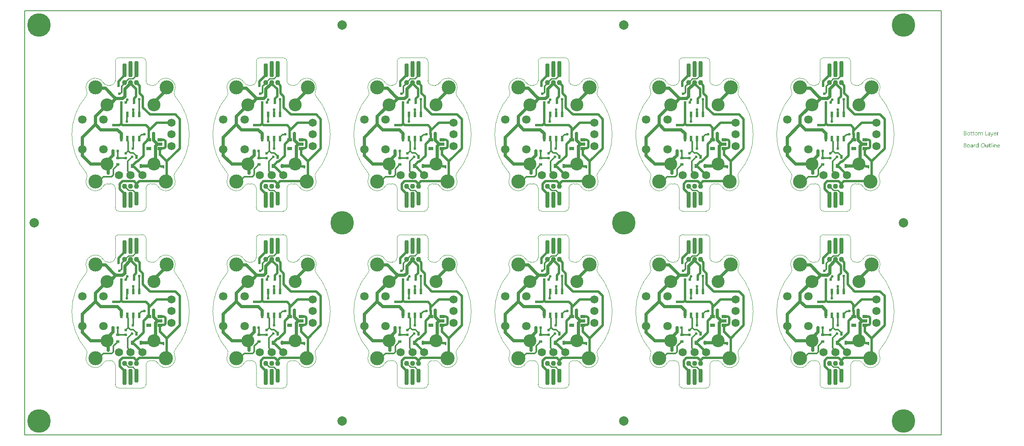
<source format=gbl>
G04*
G04 #@! TF.GenerationSoftware,Altium Limited,Altium Designer,21.9.2 (33)*
G04*
G04 Layer_Physical_Order=2*
G04 Layer_Color=16711680*
%FSAX25Y25*%
%MOIN*%
G70*
G04*
G04 #@! TF.SameCoordinates,367260C6-96D2-48BC-AEAF-795D9B4D27C7*
G04*
G04*
G04 #@! TF.FilePolarity,Positive*
G04*
G01*
G75*
%ADD13C,0.02756*%
%ADD14C,0.01181*%
%ADD15C,0.01968*%
%ADD16C,0.00787*%
%ADD17C,0.00394*%
%ADD18C,0.19685*%
%ADD19C,0.06890*%
%ADD20C,0.10827*%
%ADD21C,0.07087*%
%ADD22C,0.11811*%
%ADD24C,0.02362*%
%ADD25C,0.07874*%
%ADD26R,0.02165X0.04921*%
G04:AMPARAMS|DCode=27|XSize=35.43mil|YSize=135.83mil|CornerRadius=13.82mil|HoleSize=0mil|Usage=FLASHONLY|Rotation=0.000|XOffset=0mil|YOffset=0mil|HoleType=Round|Shape=RoundedRectangle|*
%AMROUNDEDRECTD27*
21,1,0.03543,0.10819,0,0,0.0*
21,1,0.00780,0.13583,0,0,0.0*
1,1,0.02764,0.00390,-0.05409*
1,1,0.02764,-0.00390,-0.05409*
1,1,0.02764,-0.00390,0.05409*
1,1,0.02764,0.00390,0.05409*
%
%ADD27ROUNDEDRECTD27*%
G04:AMPARAMS|DCode=28|XSize=35.43mil|YSize=116.14mil|CornerRadius=13.82mil|HoleSize=0mil|Usage=FLASHONLY|Rotation=0.000|XOffset=0mil|YOffset=0mil|HoleType=Round|Shape=RoundedRectangle|*
%AMROUNDEDRECTD28*
21,1,0.03543,0.08850,0,0,0.0*
21,1,0.00780,0.11614,0,0,0.0*
1,1,0.02764,0.00390,-0.04425*
1,1,0.02764,-0.00390,-0.04425*
1,1,0.02764,-0.00390,0.04425*
1,1,0.02764,0.00390,0.04425*
%
%ADD28ROUNDEDRECTD28*%
%ADD29R,0.02362X0.03543*%
%ADD30R,0.02756X0.01575*%
%ADD31R,0.01575X0.02756*%
%ADD32R,0.03937X0.02756*%
%ADD33R,0.01968X0.02165*%
%ADD34R,0.01968X0.02165*%
%ADD35R,0.02165X0.01968*%
%ADD36R,0.03150X0.02362*%
%ADD37R,0.02165X0.01968*%
%ADD38C,0.00984*%
%ADD39C,0.04331*%
G36*
X0782062Y0234355D02*
X0782118Y0234343D01*
X0782180Y0234330D01*
X0782248Y0234306D01*
X0782329Y0234275D01*
X0782403Y0234231D01*
X0782483Y0234182D01*
X0782558Y0234114D01*
X0782626Y0234027D01*
X0782688Y0233928D01*
X0782743Y0233817D01*
X0782781Y0233674D01*
X0782811Y0233520D01*
X0782818Y0233340D01*
Y0231792D01*
X0782415D01*
Y0233235D01*
Y0233241D01*
Y0233253D01*
Y0233272D01*
Y0233303D01*
X0782409Y0233377D01*
X0782397Y0233464D01*
X0782384Y0233563D01*
X0782360Y0233662D01*
X0782329Y0233755D01*
X0782285Y0233835D01*
X0782279Y0233841D01*
X0782261Y0233866D01*
X0782230Y0233897D01*
X0782180Y0233928D01*
X0782124Y0233965D01*
X0782050Y0233990D01*
X0781957Y0234015D01*
X0781852Y0234021D01*
X0781840D01*
X0781809Y0234015D01*
X0781759Y0234009D01*
X0781697Y0233990D01*
X0781629Y0233965D01*
X0781555Y0233922D01*
X0781481Y0233866D01*
X0781413Y0233786D01*
X0781406Y0233773D01*
X0781388Y0233742D01*
X0781357Y0233693D01*
X0781326Y0233625D01*
X0781289Y0233544D01*
X0781264Y0233452D01*
X0781239Y0233340D01*
X0781233Y0233222D01*
Y0231792D01*
X0780831D01*
Y0233284D01*
Y0233291D01*
Y0233315D01*
X0780825Y0233352D01*
Y0233402D01*
X0780812Y0233458D01*
X0780800Y0233520D01*
X0780781Y0233581D01*
X0780763Y0233656D01*
X0780732Y0233724D01*
X0780694Y0233786D01*
X0780645Y0233848D01*
X0780589Y0233903D01*
X0780527Y0233953D01*
X0780447Y0233990D01*
X0780360Y0234015D01*
X0780261Y0234021D01*
X0780249D01*
X0780218Y0234015D01*
X0780168Y0234009D01*
X0780106Y0233996D01*
X0780038Y0233965D01*
X0779964Y0233928D01*
X0779890Y0233872D01*
X0779822Y0233798D01*
X0779815Y0233786D01*
X0779797Y0233761D01*
X0779766Y0233711D01*
X0779735Y0233643D01*
X0779704Y0233563D01*
X0779673Y0233464D01*
X0779655Y0233352D01*
X0779648Y0233222D01*
Y0231792D01*
X0779246D01*
Y0234306D01*
X0779648D01*
Y0233903D01*
X0779661D01*
X0779667Y0233910D01*
X0779673Y0233922D01*
X0779692Y0233947D01*
X0779710Y0233978D01*
X0779772Y0234046D01*
X0779859Y0234132D01*
X0779970Y0234219D01*
X0780100Y0234287D01*
X0780181Y0234318D01*
X0780261Y0234343D01*
X0780348Y0234355D01*
X0780441Y0234361D01*
X0780484D01*
X0780534Y0234355D01*
X0780595Y0234343D01*
X0780663Y0234324D01*
X0780738Y0234299D01*
X0780812Y0234268D01*
X0780886Y0234219D01*
X0780893Y0234213D01*
X0780917Y0234194D01*
X0780948Y0234163D01*
X0780992Y0234120D01*
X0781035Y0234064D01*
X0781078Y0234002D01*
X0781122Y0233928D01*
X0781152Y0233841D01*
X0781159Y0233848D01*
X0781165Y0233866D01*
X0781183Y0233891D01*
X0781202Y0233922D01*
X0781233Y0233965D01*
X0781270Y0234009D01*
X0781314Y0234052D01*
X0781363Y0234101D01*
X0781419Y0234151D01*
X0781481Y0234194D01*
X0781549Y0234244D01*
X0781623Y0234281D01*
X0781703Y0234312D01*
X0781790Y0234337D01*
X0781889Y0234355D01*
X0781988Y0234361D01*
X0782025D01*
X0782062Y0234355D01*
D02*
G37*
G36*
X0796095Y0234343D02*
X0796170Y0234337D01*
X0796213Y0234324D01*
X0796244Y0234312D01*
Y0233897D01*
X0796238Y0233903D01*
X0796225Y0233910D01*
X0796200Y0233922D01*
X0796170Y0233941D01*
X0796126Y0233953D01*
X0796070Y0233965D01*
X0796008Y0233971D01*
X0795940Y0233978D01*
X0795928D01*
X0795897Y0233971D01*
X0795848Y0233965D01*
X0795792Y0233947D01*
X0795718Y0233916D01*
X0795649Y0233872D01*
X0795575Y0233810D01*
X0795507Y0233730D01*
X0795501Y0233718D01*
X0795482Y0233687D01*
X0795451Y0233631D01*
X0795421Y0233557D01*
X0795390Y0233464D01*
X0795359Y0233346D01*
X0795340Y0233216D01*
X0795334Y0233068D01*
Y0231792D01*
X0794932D01*
Y0234306D01*
X0795334D01*
Y0233786D01*
X0795346D01*
Y0233792D01*
X0795352Y0233798D01*
X0795365Y0233829D01*
X0795383Y0233879D01*
X0795414Y0233941D01*
X0795445Y0234002D01*
X0795495Y0234070D01*
X0795544Y0234138D01*
X0795606Y0234201D01*
X0795612Y0234207D01*
X0795637Y0234225D01*
X0795674Y0234250D01*
X0795724Y0234275D01*
X0795780Y0234299D01*
X0795848Y0234324D01*
X0795922Y0234343D01*
X0796002Y0234349D01*
X0796058D01*
X0796095Y0234343D01*
D02*
G37*
G36*
X0790716Y0231390D02*
X0790710Y0231384D01*
X0790704Y0231359D01*
X0790685Y0231316D01*
X0790660Y0231266D01*
X0790629Y0231211D01*
X0790586Y0231143D01*
X0790543Y0231075D01*
X0790493Y0231000D01*
X0790431Y0230926D01*
X0790369Y0230858D01*
X0790295Y0230790D01*
X0790215Y0230734D01*
X0790134Y0230684D01*
X0790041Y0230641D01*
X0789949Y0230616D01*
X0789843Y0230610D01*
X0789788D01*
X0789750Y0230616D01*
X0789670Y0230629D01*
X0789583Y0230647D01*
Y0231006D01*
X0789590D01*
X0789608Y0231000D01*
X0789633Y0230994D01*
X0789664Y0230988D01*
X0789738Y0230969D01*
X0789818Y0230963D01*
X0789831D01*
X0789868Y0230969D01*
X0789924Y0230982D01*
X0789992Y0231006D01*
X0790066Y0231050D01*
X0790103Y0231081D01*
X0790140Y0231118D01*
X0790177Y0231155D01*
X0790215Y0231205D01*
X0790246Y0231260D01*
X0790277Y0231322D01*
X0790481Y0231792D01*
X0789497Y0234306D01*
X0789942D01*
X0790623Y0232368D01*
Y0232362D01*
X0790629Y0232350D01*
X0790636Y0232331D01*
X0790642Y0232306D01*
X0790648Y0232269D01*
X0790660Y0232232D01*
X0790673Y0232176D01*
X0790691D01*
Y0232189D01*
X0790704Y0232226D01*
X0790716Y0232282D01*
X0790741Y0232362D01*
X0791453Y0234306D01*
X0791867D01*
X0790716Y0231390D01*
D02*
G37*
G36*
X0788308Y0234355D02*
X0788364Y0234349D01*
X0788432Y0234330D01*
X0788506Y0234312D01*
X0788587Y0234281D01*
X0788673Y0234244D01*
X0788754Y0234194D01*
X0788834Y0234132D01*
X0788909Y0234058D01*
X0788977Y0233965D01*
X0789032Y0233860D01*
X0789076Y0233736D01*
X0789101Y0233594D01*
X0789113Y0233427D01*
Y0231792D01*
X0788710D01*
Y0232183D01*
X0788698D01*
Y0232176D01*
X0788686Y0232164D01*
X0788673Y0232139D01*
X0788649Y0232114D01*
X0788587Y0232040D01*
X0788506Y0231960D01*
X0788395Y0231879D01*
X0788265Y0231805D01*
X0788184Y0231780D01*
X0788104Y0231755D01*
X0788017Y0231743D01*
X0787924Y0231737D01*
X0787887D01*
X0787862Y0231743D01*
X0787794Y0231749D01*
X0787714Y0231762D01*
X0787615Y0231786D01*
X0787522Y0231817D01*
X0787423Y0231867D01*
X0787336Y0231929D01*
X0787330Y0231941D01*
X0787305Y0231966D01*
X0787268Y0232009D01*
X0787231Y0232071D01*
X0787194Y0232145D01*
X0787157Y0232232D01*
X0787132Y0232337D01*
X0787126Y0232455D01*
Y0232461D01*
Y0232486D01*
X0787132Y0232523D01*
X0787138Y0232566D01*
X0787151Y0232622D01*
X0787169Y0232684D01*
X0787194Y0232752D01*
X0787231Y0232820D01*
X0787274Y0232894D01*
X0787330Y0232969D01*
X0787398Y0233037D01*
X0787479Y0233099D01*
X0787572Y0233160D01*
X0787683Y0233210D01*
X0787807Y0233247D01*
X0787955Y0233278D01*
X0788710Y0233383D01*
Y0233390D01*
Y0233408D01*
X0788704Y0233445D01*
Y0233482D01*
X0788692Y0233532D01*
X0788686Y0233588D01*
X0788649Y0233705D01*
X0788618Y0233761D01*
X0788587Y0233817D01*
X0788543Y0233872D01*
X0788494Y0233922D01*
X0788432Y0233965D01*
X0788364Y0233996D01*
X0788283Y0234015D01*
X0788191Y0234021D01*
X0788147D01*
X0788116Y0234015D01*
X0788073D01*
X0788030Y0234002D01*
X0787918Y0233984D01*
X0787794Y0233947D01*
X0787658Y0233891D01*
X0787584Y0233854D01*
X0787516Y0233817D01*
X0787442Y0233767D01*
X0787373Y0233711D01*
Y0234126D01*
X0787380D01*
X0787392Y0234138D01*
X0787411Y0234151D01*
X0787442Y0234163D01*
X0787472Y0234182D01*
X0787516Y0234201D01*
X0787565Y0234219D01*
X0787621Y0234244D01*
X0787745Y0234287D01*
X0787893Y0234324D01*
X0788054Y0234349D01*
X0788228Y0234361D01*
X0788265D01*
X0788308Y0234355D01*
D02*
G37*
G36*
X0785417Y0232164D02*
X0786829D01*
Y0231792D01*
X0785003D01*
Y0235309D01*
X0785417D01*
Y0232164D01*
D02*
G37*
G36*
X0768203Y0235302D02*
X0768246D01*
X0768290Y0235296D01*
X0768389Y0235284D01*
X0768506Y0235253D01*
X0768630Y0235216D01*
X0768748Y0235160D01*
X0768853Y0235086D01*
X0768859D01*
X0768865Y0235073D01*
X0768896Y0235049D01*
X0768940Y0234999D01*
X0768989Y0234931D01*
X0769032Y0234844D01*
X0769076Y0234745D01*
X0769107Y0234634D01*
X0769119Y0234572D01*
Y0234504D01*
Y0234498D01*
Y0234491D01*
Y0234454D01*
X0769113Y0234399D01*
X0769101Y0234330D01*
X0769082Y0234244D01*
X0769051Y0234157D01*
X0769014Y0234070D01*
X0768958Y0233984D01*
X0768952Y0233971D01*
X0768927Y0233947D01*
X0768890Y0233910D01*
X0768841Y0233860D01*
X0768779Y0233810D01*
X0768704Y0233755D01*
X0768612Y0233711D01*
X0768513Y0233668D01*
Y0233662D01*
X0768531D01*
X0768550Y0233656D01*
X0768568Y0233649D01*
X0768636Y0233637D01*
X0768717Y0233612D01*
X0768804Y0233575D01*
X0768896Y0233532D01*
X0768989Y0233470D01*
X0769076Y0233390D01*
X0769088Y0233377D01*
X0769113Y0233346D01*
X0769144Y0233303D01*
X0769187Y0233235D01*
X0769224Y0233148D01*
X0769262Y0233049D01*
X0769286Y0232931D01*
X0769292Y0232802D01*
Y0232795D01*
Y0232783D01*
Y0232758D01*
X0769286Y0232727D01*
X0769280Y0232690D01*
X0769274Y0232647D01*
X0769249Y0232541D01*
X0769212Y0232424D01*
X0769156Y0232300D01*
X0769119Y0232244D01*
X0769076Y0232183D01*
X0769020Y0232127D01*
X0768964Y0232071D01*
X0768958D01*
X0768952Y0232059D01*
X0768933Y0232046D01*
X0768909Y0232028D01*
X0768878Y0232009D01*
X0768834Y0231984D01*
X0768742Y0231935D01*
X0768624Y0231879D01*
X0768488Y0231836D01*
X0768327Y0231805D01*
X0768246Y0231799D01*
X0768153Y0231792D01*
X0767126D01*
Y0235309D01*
X0768172D01*
X0768203Y0235302D01*
D02*
G37*
G36*
X0775130Y0234306D02*
X0775767D01*
Y0233959D01*
X0775130D01*
Y0232541D01*
Y0232529D01*
Y0232498D01*
X0775136Y0232455D01*
X0775142Y0232399D01*
X0775167Y0232282D01*
X0775185Y0232226D01*
X0775216Y0232183D01*
X0775222Y0232176D01*
X0775235Y0232164D01*
X0775253Y0232152D01*
X0775284Y0232133D01*
X0775322Y0232108D01*
X0775371Y0232096D01*
X0775433Y0232084D01*
X0775501Y0232077D01*
X0775526D01*
X0775557Y0232084D01*
X0775594Y0232090D01*
X0775681Y0232114D01*
X0775724Y0232133D01*
X0775767Y0232158D01*
Y0231811D01*
X0775761D01*
X0775742Y0231799D01*
X0775711Y0231792D01*
X0775668Y0231780D01*
X0775612Y0231768D01*
X0775551Y0231755D01*
X0775476Y0231749D01*
X0775390Y0231743D01*
X0775359D01*
X0775328Y0231749D01*
X0775284Y0231755D01*
X0775235Y0231768D01*
X0775179Y0231780D01*
X0775124Y0231805D01*
X0775062Y0231836D01*
X0775000Y0231873D01*
X0774938Y0231923D01*
X0774882Y0231978D01*
X0774832Y0232052D01*
X0774789Y0232133D01*
X0774758Y0232232D01*
X0774733Y0232343D01*
X0774727Y0232473D01*
Y0233959D01*
X0774300D01*
Y0234306D01*
X0774727D01*
Y0234918D01*
X0775130Y0235049D01*
Y0234306D01*
D02*
G37*
G36*
X0773427D02*
X0774065D01*
Y0233959D01*
X0773427D01*
Y0232541D01*
Y0232529D01*
Y0232498D01*
X0773434Y0232455D01*
X0773440Y0232399D01*
X0773464Y0232282D01*
X0773483Y0232226D01*
X0773514Y0232183D01*
X0773520Y0232176D01*
X0773533Y0232164D01*
X0773551Y0232152D01*
X0773582Y0232133D01*
X0773619Y0232108D01*
X0773669Y0232096D01*
X0773731Y0232084D01*
X0773799Y0232077D01*
X0773824D01*
X0773854Y0232084D01*
X0773892Y0232090D01*
X0773978Y0232114D01*
X0774022Y0232133D01*
X0774065Y0232158D01*
Y0231811D01*
X0774059D01*
X0774040Y0231799D01*
X0774009Y0231792D01*
X0773966Y0231780D01*
X0773910Y0231768D01*
X0773848Y0231755D01*
X0773774Y0231749D01*
X0773687Y0231743D01*
X0773656D01*
X0773626Y0231749D01*
X0773582Y0231755D01*
X0773533Y0231768D01*
X0773477Y0231780D01*
X0773421Y0231805D01*
X0773359Y0231836D01*
X0773297Y0231873D01*
X0773236Y0231923D01*
X0773180Y0231978D01*
X0773130Y0232052D01*
X0773087Y0232133D01*
X0773056Y0232232D01*
X0773031Y0232343D01*
X0773025Y0232473D01*
Y0233959D01*
X0772598D01*
Y0234306D01*
X0773025D01*
Y0234918D01*
X0773427Y0235049D01*
Y0234306D01*
D02*
G37*
G36*
X0793372Y0234355D02*
X0793415Y0234349D01*
X0793458Y0234343D01*
X0793570Y0234324D01*
X0793693Y0234281D01*
X0793817Y0234225D01*
X0793879Y0234188D01*
X0793941Y0234145D01*
X0793997Y0234095D01*
X0794053Y0234039D01*
X0794059Y0234033D01*
X0794065Y0234027D01*
X0794077Y0234009D01*
X0794096Y0233984D01*
X0794114Y0233947D01*
X0794139Y0233910D01*
X0794164Y0233866D01*
X0794189Y0233810D01*
X0794213Y0233749D01*
X0794238Y0233687D01*
X0794263Y0233612D01*
X0794281Y0233532D01*
X0794300Y0233445D01*
X0794312Y0233359D01*
X0794325Y0233260D01*
Y0233154D01*
Y0232944D01*
X0792548D01*
Y0232938D01*
Y0232925D01*
Y0232907D01*
X0792555Y0232876D01*
X0792561Y0232839D01*
Y0232802D01*
X0792579Y0232702D01*
X0792610Y0232603D01*
X0792647Y0232492D01*
X0792703Y0232387D01*
X0792771Y0232294D01*
X0792783Y0232282D01*
X0792808Y0232257D01*
X0792858Y0232226D01*
X0792926Y0232183D01*
X0793013Y0232139D01*
X0793112Y0232108D01*
X0793229Y0232084D01*
X0793365Y0232071D01*
X0793409D01*
X0793440Y0232077D01*
X0793477D01*
X0793520Y0232084D01*
X0793625Y0232108D01*
X0793743Y0232139D01*
X0793873Y0232189D01*
X0794009Y0232257D01*
X0794077Y0232300D01*
X0794145Y0232350D01*
Y0231972D01*
X0794139D01*
X0794133Y0231960D01*
X0794114Y0231954D01*
X0794083Y0231935D01*
X0794053Y0231916D01*
X0794015Y0231898D01*
X0793966Y0231879D01*
X0793916Y0231854D01*
X0793854Y0231830D01*
X0793786Y0231811D01*
X0793638Y0231774D01*
X0793464Y0231749D01*
X0793272Y0231737D01*
X0793223D01*
X0793186Y0231743D01*
X0793143Y0231749D01*
X0793087Y0231755D01*
X0792969Y0231780D01*
X0792833Y0231817D01*
X0792697Y0231879D01*
X0792629Y0231923D01*
X0792561Y0231966D01*
X0792499Y0232015D01*
X0792437Y0232077D01*
X0792431Y0232084D01*
X0792424Y0232096D01*
X0792412Y0232114D01*
X0792387Y0232139D01*
X0792369Y0232176D01*
X0792344Y0232220D01*
X0792313Y0232269D01*
X0792288Y0232325D01*
X0792257Y0232387D01*
X0792233Y0232461D01*
X0792202Y0232541D01*
X0792183Y0232628D01*
X0792165Y0232721D01*
X0792146Y0232820D01*
X0792140Y0232925D01*
X0792134Y0233037D01*
Y0233043D01*
Y0233062D01*
Y0233092D01*
X0792140Y0233136D01*
X0792146Y0233185D01*
X0792152Y0233241D01*
X0792158Y0233309D01*
X0792177Y0233377D01*
X0792214Y0233526D01*
X0792270Y0233687D01*
X0792307Y0233767D01*
X0792356Y0233841D01*
X0792406Y0233922D01*
X0792462Y0233990D01*
X0792468Y0233996D01*
X0792480Y0234009D01*
X0792499Y0234027D01*
X0792524Y0234046D01*
X0792555Y0234077D01*
X0792592Y0234108D01*
X0792641Y0234138D01*
X0792691Y0234176D01*
X0792808Y0234244D01*
X0792951Y0234306D01*
X0793031Y0234324D01*
X0793112Y0234343D01*
X0793198Y0234355D01*
X0793291Y0234361D01*
X0793341D01*
X0793372Y0234355D01*
D02*
G37*
G36*
X0777507D02*
X0777550Y0234349D01*
X0777606Y0234343D01*
X0777730Y0234318D01*
X0777872Y0234275D01*
X0778014Y0234213D01*
X0778089Y0234176D01*
X0778157Y0234132D01*
X0778225Y0234077D01*
X0778287Y0234015D01*
X0778293Y0234009D01*
X0778299Y0233996D01*
X0778317Y0233978D01*
X0778336Y0233953D01*
X0778361Y0233916D01*
X0778386Y0233872D01*
X0778417Y0233823D01*
X0778447Y0233767D01*
X0778472Y0233699D01*
X0778503Y0233631D01*
X0778528Y0233551D01*
X0778553Y0233464D01*
X0778571Y0233371D01*
X0778590Y0233272D01*
X0778596Y0233167D01*
X0778602Y0233055D01*
Y0233049D01*
Y0233031D01*
Y0233000D01*
X0778596Y0232956D01*
X0778590Y0232907D01*
X0778584Y0232845D01*
X0778571Y0232783D01*
X0778559Y0232709D01*
X0778522Y0232560D01*
X0778460Y0232399D01*
X0778423Y0232319D01*
X0778373Y0232238D01*
X0778324Y0232164D01*
X0778262Y0232096D01*
X0778256Y0232090D01*
X0778243Y0232084D01*
X0778225Y0232065D01*
X0778200Y0232040D01*
X0778163Y0232015D01*
X0778126Y0231984D01*
X0778076Y0231947D01*
X0778020Y0231916D01*
X0777958Y0231885D01*
X0777890Y0231848D01*
X0777816Y0231817D01*
X0777736Y0231792D01*
X0777649Y0231768D01*
X0777556Y0231755D01*
X0777457Y0231743D01*
X0777352Y0231737D01*
X0777296D01*
X0777259Y0231743D01*
X0777216Y0231749D01*
X0777160Y0231755D01*
X0777098Y0231768D01*
X0777030Y0231780D01*
X0776888Y0231823D01*
X0776739Y0231885D01*
X0776665Y0231923D01*
X0776597Y0231972D01*
X0776529Y0232022D01*
X0776461Y0232084D01*
X0776454Y0232090D01*
X0776448Y0232102D01*
X0776430Y0232121D01*
X0776411Y0232145D01*
X0776386Y0232183D01*
X0776355Y0232226D01*
X0776324Y0232275D01*
X0776300Y0232331D01*
X0776269Y0232399D01*
X0776238Y0232467D01*
X0776207Y0232541D01*
X0776182Y0232628D01*
X0776145Y0232814D01*
X0776139Y0232913D01*
X0776132Y0233018D01*
Y0233024D01*
Y0233049D01*
Y0233080D01*
X0776139Y0233123D01*
X0776145Y0233173D01*
X0776151Y0233235D01*
X0776163Y0233303D01*
X0776176Y0233377D01*
X0776213Y0233538D01*
X0776275Y0233699D01*
X0776318Y0233780D01*
X0776362Y0233860D01*
X0776411Y0233934D01*
X0776473Y0234002D01*
X0776479Y0234009D01*
X0776491Y0234021D01*
X0776510Y0234033D01*
X0776535Y0234058D01*
X0776572Y0234083D01*
X0776615Y0234114D01*
X0776665Y0234151D01*
X0776721Y0234182D01*
X0776782Y0234213D01*
X0776857Y0234250D01*
X0776931Y0234281D01*
X0777018Y0234306D01*
X0777104Y0234330D01*
X0777203Y0234349D01*
X0777309Y0234355D01*
X0777414Y0234361D01*
X0777469D01*
X0777507Y0234355D01*
D02*
G37*
G36*
X0771156D02*
X0771199Y0234349D01*
X0771255Y0234343D01*
X0771379Y0234318D01*
X0771521Y0234275D01*
X0771663Y0234213D01*
X0771737Y0234176D01*
X0771806Y0234132D01*
X0771874Y0234077D01*
X0771936Y0234015D01*
X0771942Y0234009D01*
X0771948Y0233996D01*
X0771967Y0233978D01*
X0771985Y0233953D01*
X0772010Y0233916D01*
X0772035Y0233872D01*
X0772066Y0233823D01*
X0772097Y0233767D01*
X0772121Y0233699D01*
X0772152Y0233631D01*
X0772177Y0233551D01*
X0772202Y0233464D01*
X0772220Y0233371D01*
X0772239Y0233272D01*
X0772245Y0233167D01*
X0772251Y0233055D01*
Y0233049D01*
Y0233031D01*
Y0233000D01*
X0772245Y0232956D01*
X0772239Y0232907D01*
X0772233Y0232845D01*
X0772220Y0232783D01*
X0772208Y0232709D01*
X0772171Y0232560D01*
X0772109Y0232399D01*
X0772072Y0232319D01*
X0772022Y0232238D01*
X0771973Y0232164D01*
X0771911Y0232096D01*
X0771905Y0232090D01*
X0771892Y0232084D01*
X0771874Y0232065D01*
X0771849Y0232040D01*
X0771812Y0232015D01*
X0771775Y0231984D01*
X0771725Y0231947D01*
X0771669Y0231916D01*
X0771607Y0231885D01*
X0771539Y0231848D01*
X0771465Y0231817D01*
X0771385Y0231792D01*
X0771298Y0231768D01*
X0771205Y0231755D01*
X0771106Y0231743D01*
X0771001Y0231737D01*
X0770945D01*
X0770908Y0231743D01*
X0770865Y0231749D01*
X0770809Y0231755D01*
X0770747Y0231768D01*
X0770679Y0231780D01*
X0770537Y0231823D01*
X0770388Y0231885D01*
X0770314Y0231923D01*
X0770246Y0231972D01*
X0770178Y0232022D01*
X0770110Y0232084D01*
X0770103Y0232090D01*
X0770097Y0232102D01*
X0770079Y0232121D01*
X0770060Y0232145D01*
X0770035Y0232183D01*
X0770004Y0232226D01*
X0769973Y0232275D01*
X0769949Y0232331D01*
X0769918Y0232399D01*
X0769887Y0232467D01*
X0769856Y0232541D01*
X0769831Y0232628D01*
X0769794Y0232814D01*
X0769788Y0232913D01*
X0769781Y0233018D01*
Y0233024D01*
Y0233049D01*
Y0233080D01*
X0769788Y0233123D01*
X0769794Y0233173D01*
X0769800Y0233235D01*
X0769812Y0233303D01*
X0769825Y0233377D01*
X0769862Y0233538D01*
X0769924Y0233699D01*
X0769967Y0233780D01*
X0770011Y0233860D01*
X0770060Y0233934D01*
X0770122Y0234002D01*
X0770128Y0234009D01*
X0770141Y0234021D01*
X0770159Y0234033D01*
X0770184Y0234058D01*
X0770221Y0234083D01*
X0770264Y0234114D01*
X0770314Y0234151D01*
X0770369Y0234182D01*
X0770432Y0234213D01*
X0770506Y0234250D01*
X0770580Y0234281D01*
X0770667Y0234306D01*
X0770753Y0234330D01*
X0770852Y0234349D01*
X0770958Y0234355D01*
X0771063Y0234361D01*
X0771118D01*
X0771156Y0234355D01*
D02*
G37*
G36*
X0791335Y0225275D02*
X0791360D01*
X0791416Y0225251D01*
X0791446Y0225232D01*
X0791477Y0225207D01*
X0791484Y0225201D01*
X0791490Y0225195D01*
X0791521Y0225158D01*
X0791545Y0225096D01*
X0791552Y0225059D01*
X0791558Y0225022D01*
Y0225015D01*
Y0225003D01*
X0791552Y0224984D01*
X0791545Y0224960D01*
X0791527Y0224898D01*
X0791502Y0224867D01*
X0791477Y0224836D01*
X0791471D01*
X0791465Y0224823D01*
X0791428Y0224799D01*
X0791372Y0224774D01*
X0791335Y0224768D01*
X0791298Y0224762D01*
X0791279D01*
X0791261Y0224768D01*
X0791236D01*
X0791174Y0224793D01*
X0791143Y0224805D01*
X0791112Y0224830D01*
Y0224836D01*
X0791100Y0224842D01*
X0791087Y0224861D01*
X0791075Y0224879D01*
X0791050Y0224941D01*
X0791044Y0224978D01*
X0791038Y0225022D01*
Y0225028D01*
Y0225040D01*
X0791044Y0225059D01*
X0791050Y0225090D01*
X0791069Y0225145D01*
X0791087Y0225176D01*
X0791112Y0225207D01*
X0791118Y0225213D01*
X0791125Y0225220D01*
X0791162Y0225244D01*
X0791224Y0225269D01*
X0791261Y0225282D01*
X0791317D01*
X0791335Y0225275D01*
D02*
G37*
G36*
X0779345Y0221611D02*
X0778943D01*
Y0222032D01*
X0778930D01*
Y0222026D01*
X0778918Y0222013D01*
X0778899Y0221988D01*
X0778881Y0221957D01*
X0778850Y0221920D01*
X0778813Y0221883D01*
X0778769Y0221840D01*
X0778720Y0221796D01*
X0778664Y0221747D01*
X0778596Y0221704D01*
X0778528Y0221667D01*
X0778447Y0221629D01*
X0778367Y0221599D01*
X0778274Y0221574D01*
X0778175Y0221561D01*
X0778070Y0221555D01*
X0778027D01*
X0777989Y0221561D01*
X0777952Y0221568D01*
X0777903Y0221574D01*
X0777798Y0221599D01*
X0777674Y0221636D01*
X0777550Y0221697D01*
X0777482Y0221735D01*
X0777426Y0221778D01*
X0777364Y0221834D01*
X0777309Y0221889D01*
Y0221896D01*
X0777296Y0221908D01*
X0777284Y0221926D01*
X0777265Y0221951D01*
X0777247Y0221982D01*
X0777222Y0222026D01*
X0777197Y0222075D01*
X0777172Y0222131D01*
X0777141Y0222193D01*
X0777117Y0222261D01*
X0777092Y0222335D01*
X0777073Y0222415D01*
X0777055Y0222502D01*
X0777042Y0222601D01*
X0777036Y0222700D01*
X0777030Y0222806D01*
Y0222812D01*
Y0222830D01*
Y0222867D01*
X0777036Y0222911D01*
X0777042Y0222960D01*
X0777049Y0223022D01*
X0777055Y0223090D01*
X0777067Y0223165D01*
X0777104Y0223325D01*
X0777160Y0223493D01*
X0777197Y0223573D01*
X0777240Y0223654D01*
X0777284Y0223728D01*
X0777340Y0223802D01*
X0777346Y0223808D01*
X0777352Y0223821D01*
X0777370Y0223839D01*
X0777395Y0223864D01*
X0777426Y0223889D01*
X0777469Y0223920D01*
X0777513Y0223957D01*
X0777562Y0223994D01*
X0777686Y0224062D01*
X0777829Y0224124D01*
X0777909Y0224143D01*
X0777996Y0224161D01*
X0778082Y0224173D01*
X0778181Y0224180D01*
X0778231D01*
X0778268Y0224173D01*
X0778305Y0224167D01*
X0778355Y0224161D01*
X0778466Y0224130D01*
X0778590Y0224081D01*
X0778652Y0224050D01*
X0778714Y0224006D01*
X0778776Y0223963D01*
X0778831Y0223907D01*
X0778881Y0223845D01*
X0778930Y0223771D01*
X0778943D01*
Y0225331D01*
X0779345D01*
Y0221611D01*
D02*
G37*
G36*
X0793613Y0224173D02*
X0793687Y0224167D01*
X0793780Y0224149D01*
X0793879Y0224118D01*
X0793984Y0224068D01*
X0794090Y0224000D01*
X0794133Y0223963D01*
X0794176Y0223914D01*
X0794189Y0223901D01*
X0794213Y0223864D01*
X0794244Y0223802D01*
X0794288Y0223715D01*
X0794325Y0223610D01*
X0794362Y0223480D01*
X0794387Y0223325D01*
X0794393Y0223146D01*
Y0221611D01*
X0793991D01*
Y0223041D01*
Y0223047D01*
Y0223078D01*
X0793984Y0223115D01*
Y0223165D01*
X0793972Y0223226D01*
X0793960Y0223294D01*
X0793941Y0223369D01*
X0793916Y0223443D01*
X0793885Y0223517D01*
X0793848Y0223585D01*
X0793799Y0223654D01*
X0793743Y0223715D01*
X0793681Y0223765D01*
X0793601Y0223802D01*
X0793514Y0223833D01*
X0793409Y0223839D01*
X0793396D01*
X0793359Y0223833D01*
X0793303Y0223827D01*
X0793235Y0223808D01*
X0793155Y0223783D01*
X0793068Y0223740D01*
X0792988Y0223685D01*
X0792907Y0223610D01*
X0792901Y0223598D01*
X0792876Y0223573D01*
X0792845Y0223523D01*
X0792808Y0223456D01*
X0792771Y0223375D01*
X0792740Y0223276D01*
X0792715Y0223165D01*
X0792709Y0223041D01*
Y0221611D01*
X0792307D01*
Y0224124D01*
X0792709D01*
Y0223703D01*
X0792722D01*
X0792728Y0223709D01*
X0792734Y0223722D01*
X0792753Y0223746D01*
X0792777Y0223777D01*
X0792802Y0223815D01*
X0792839Y0223852D01*
X0792883Y0223895D01*
X0792932Y0223944D01*
X0792988Y0223988D01*
X0793050Y0224031D01*
X0793118Y0224068D01*
X0793192Y0224105D01*
X0793266Y0224136D01*
X0793353Y0224161D01*
X0793446Y0224173D01*
X0793545Y0224180D01*
X0793582D01*
X0793613Y0224173D01*
D02*
G37*
G36*
X0776615Y0224161D02*
X0776689Y0224155D01*
X0776733Y0224143D01*
X0776764Y0224130D01*
Y0223715D01*
X0776758Y0223722D01*
X0776745Y0223728D01*
X0776721Y0223740D01*
X0776689Y0223759D01*
X0776646Y0223771D01*
X0776590Y0223783D01*
X0776529Y0223790D01*
X0776461Y0223796D01*
X0776448D01*
X0776417Y0223790D01*
X0776368Y0223783D01*
X0776312Y0223765D01*
X0776238Y0223734D01*
X0776170Y0223691D01*
X0776095Y0223629D01*
X0776027Y0223548D01*
X0776021Y0223536D01*
X0776003Y0223505D01*
X0775972Y0223449D01*
X0775941Y0223375D01*
X0775910Y0223282D01*
X0775879Y0223165D01*
X0775860Y0223035D01*
X0775854Y0222886D01*
Y0221611D01*
X0775452D01*
Y0224124D01*
X0775854D01*
Y0223604D01*
X0775866D01*
Y0223610D01*
X0775873Y0223616D01*
X0775885Y0223647D01*
X0775903Y0223697D01*
X0775934Y0223759D01*
X0775965Y0223821D01*
X0776015Y0223889D01*
X0776064Y0223957D01*
X0776126Y0224019D01*
X0776132Y0224025D01*
X0776157Y0224043D01*
X0776194Y0224068D01*
X0776244Y0224093D01*
X0776300Y0224118D01*
X0776368Y0224143D01*
X0776442Y0224161D01*
X0776522Y0224167D01*
X0776578D01*
X0776615Y0224161D01*
D02*
G37*
G36*
X0787355Y0221611D02*
X0786953D01*
Y0222007D01*
X0786940D01*
Y0222001D01*
X0786928Y0221988D01*
X0786915Y0221964D01*
X0786891Y0221939D01*
X0786835Y0221865D01*
X0786748Y0221784D01*
X0786699Y0221741D01*
X0786643Y0221697D01*
X0786581Y0221660D01*
X0786507Y0221623D01*
X0786433Y0221599D01*
X0786352Y0221574D01*
X0786259Y0221561D01*
X0786166Y0221555D01*
X0786129D01*
X0786086Y0221561D01*
X0786024Y0221574D01*
X0785956Y0221586D01*
X0785882Y0221611D01*
X0785801Y0221642D01*
X0785721Y0221691D01*
X0785634Y0221747D01*
X0785554Y0221815D01*
X0785479Y0221902D01*
X0785411Y0222007D01*
X0785349Y0222125D01*
X0785306Y0222267D01*
X0785281Y0222434D01*
X0785269Y0222521D01*
Y0222620D01*
Y0224124D01*
X0785665D01*
Y0222682D01*
Y0222675D01*
Y0222651D01*
X0785671Y0222607D01*
X0785677Y0222558D01*
X0785684Y0222496D01*
X0785696Y0222434D01*
X0785715Y0222360D01*
X0785739Y0222286D01*
X0785777Y0222211D01*
X0785814Y0222143D01*
X0785863Y0222075D01*
X0785925Y0222013D01*
X0785993Y0221964D01*
X0786074Y0221926D01*
X0786173Y0221896D01*
X0786278Y0221889D01*
X0786290D01*
X0786327Y0221896D01*
X0786383Y0221902D01*
X0786445Y0221914D01*
X0786525Y0221945D01*
X0786606Y0221982D01*
X0786686Y0222032D01*
X0786761Y0222106D01*
X0786767Y0222118D01*
X0786792Y0222143D01*
X0786823Y0222193D01*
X0786860Y0222261D01*
X0786891Y0222341D01*
X0786922Y0222440D01*
X0786946Y0222552D01*
X0786953Y0222675D01*
Y0224124D01*
X0787355D01*
Y0221611D01*
D02*
G37*
G36*
X0791490D02*
X0791087D01*
Y0224124D01*
X0791490D01*
Y0221611D01*
D02*
G37*
G36*
X0790270D02*
X0789868D01*
Y0225331D01*
X0790270D01*
Y0221611D01*
D02*
G37*
G36*
X0773892Y0224173D02*
X0773947Y0224167D01*
X0774016Y0224149D01*
X0774090Y0224130D01*
X0774170Y0224099D01*
X0774257Y0224062D01*
X0774337Y0224013D01*
X0774418Y0223951D01*
X0774492Y0223876D01*
X0774560Y0223783D01*
X0774616Y0223678D01*
X0774659Y0223554D01*
X0774684Y0223412D01*
X0774696Y0223245D01*
Y0221611D01*
X0774294D01*
Y0222001D01*
X0774282D01*
Y0221995D01*
X0774269Y0221982D01*
X0774257Y0221957D01*
X0774232Y0221933D01*
X0774170Y0221858D01*
X0774090Y0221778D01*
X0773978Y0221697D01*
X0773848Y0221623D01*
X0773768Y0221599D01*
X0773687Y0221574D01*
X0773601Y0221561D01*
X0773508Y0221555D01*
X0773471D01*
X0773446Y0221561D01*
X0773378Y0221568D01*
X0773297Y0221580D01*
X0773198Y0221605D01*
X0773105Y0221636D01*
X0773006Y0221685D01*
X0772920Y0221747D01*
X0772914Y0221759D01*
X0772889Y0221784D01*
X0772852Y0221828D01*
X0772815Y0221889D01*
X0772778Y0221964D01*
X0772740Y0222050D01*
X0772716Y0222156D01*
X0772709Y0222273D01*
Y0222279D01*
Y0222304D01*
X0772716Y0222341D01*
X0772722Y0222385D01*
X0772734Y0222440D01*
X0772753Y0222502D01*
X0772778Y0222570D01*
X0772815Y0222638D01*
X0772858Y0222713D01*
X0772914Y0222787D01*
X0772982Y0222855D01*
X0773062Y0222917D01*
X0773155Y0222979D01*
X0773267Y0223028D01*
X0773390Y0223065D01*
X0773539Y0223096D01*
X0774294Y0223202D01*
Y0223208D01*
Y0223226D01*
X0774288Y0223264D01*
Y0223301D01*
X0774275Y0223350D01*
X0774269Y0223406D01*
X0774232Y0223523D01*
X0774201Y0223579D01*
X0774170Y0223635D01*
X0774127Y0223691D01*
X0774077Y0223740D01*
X0774016Y0223783D01*
X0773947Y0223815D01*
X0773867Y0223833D01*
X0773774Y0223839D01*
X0773731D01*
X0773700Y0223833D01*
X0773656D01*
X0773613Y0223821D01*
X0773502Y0223802D01*
X0773378Y0223765D01*
X0773242Y0223709D01*
X0773167Y0223672D01*
X0773099Y0223635D01*
X0773025Y0223585D01*
X0772957Y0223530D01*
Y0223944D01*
X0772963D01*
X0772975Y0223957D01*
X0772994Y0223969D01*
X0773025Y0223982D01*
X0773056Y0224000D01*
X0773099Y0224019D01*
X0773149Y0224037D01*
X0773205Y0224062D01*
X0773328Y0224105D01*
X0773477Y0224143D01*
X0773638Y0224167D01*
X0773811Y0224180D01*
X0773848D01*
X0773892Y0224173D01*
D02*
G37*
G36*
X0768203Y0225121D02*
X0768246D01*
X0768290Y0225114D01*
X0768389Y0225102D01*
X0768506Y0225071D01*
X0768630Y0225034D01*
X0768748Y0224978D01*
X0768853Y0224904D01*
X0768859D01*
X0768865Y0224891D01*
X0768896Y0224867D01*
X0768940Y0224817D01*
X0768989Y0224749D01*
X0769032Y0224662D01*
X0769076Y0224564D01*
X0769107Y0224452D01*
X0769119Y0224390D01*
Y0224322D01*
Y0224316D01*
Y0224310D01*
Y0224272D01*
X0769113Y0224217D01*
X0769101Y0224149D01*
X0769082Y0224062D01*
X0769051Y0223975D01*
X0769014Y0223889D01*
X0768958Y0223802D01*
X0768952Y0223790D01*
X0768927Y0223765D01*
X0768890Y0223728D01*
X0768841Y0223678D01*
X0768779Y0223629D01*
X0768704Y0223573D01*
X0768612Y0223530D01*
X0768513Y0223486D01*
Y0223480D01*
X0768531D01*
X0768550Y0223474D01*
X0768568Y0223468D01*
X0768636Y0223456D01*
X0768717Y0223431D01*
X0768804Y0223394D01*
X0768896Y0223350D01*
X0768989Y0223288D01*
X0769076Y0223208D01*
X0769088Y0223196D01*
X0769113Y0223165D01*
X0769144Y0223121D01*
X0769187Y0223053D01*
X0769224Y0222966D01*
X0769262Y0222867D01*
X0769286Y0222750D01*
X0769292Y0222620D01*
Y0222614D01*
Y0222601D01*
Y0222576D01*
X0769286Y0222546D01*
X0769280Y0222508D01*
X0769274Y0222465D01*
X0769249Y0222360D01*
X0769212Y0222242D01*
X0769156Y0222118D01*
X0769119Y0222063D01*
X0769076Y0222001D01*
X0769020Y0221945D01*
X0768964Y0221889D01*
X0768958D01*
X0768952Y0221877D01*
X0768933Y0221865D01*
X0768909Y0221846D01*
X0768878Y0221828D01*
X0768834Y0221803D01*
X0768742Y0221753D01*
X0768624Y0221697D01*
X0768488Y0221654D01*
X0768327Y0221623D01*
X0768246Y0221617D01*
X0768153Y0221611D01*
X0767126D01*
Y0225127D01*
X0768172D01*
X0768203Y0225121D01*
D02*
G37*
G36*
X0788698Y0224124D02*
X0789336D01*
Y0223777D01*
X0788698D01*
Y0222360D01*
Y0222347D01*
Y0222317D01*
X0788704Y0222273D01*
X0788710Y0222217D01*
X0788735Y0222100D01*
X0788754Y0222044D01*
X0788785Y0222001D01*
X0788791Y0221995D01*
X0788803Y0221982D01*
X0788822Y0221970D01*
X0788853Y0221951D01*
X0788890Y0221926D01*
X0788940Y0221914D01*
X0789002Y0221902D01*
X0789070Y0221896D01*
X0789094D01*
X0789125Y0221902D01*
X0789162Y0221908D01*
X0789249Y0221933D01*
X0789292Y0221951D01*
X0789336Y0221976D01*
Y0221629D01*
X0789329D01*
X0789311Y0221617D01*
X0789280Y0221611D01*
X0789237Y0221599D01*
X0789181Y0221586D01*
X0789119Y0221574D01*
X0789045Y0221568D01*
X0788958Y0221561D01*
X0788927D01*
X0788896Y0221568D01*
X0788853Y0221574D01*
X0788803Y0221586D01*
X0788748Y0221599D01*
X0788692Y0221623D01*
X0788630Y0221654D01*
X0788568Y0221691D01*
X0788506Y0221741D01*
X0788450Y0221796D01*
X0788401Y0221871D01*
X0788358Y0221951D01*
X0788327Y0222050D01*
X0788302Y0222162D01*
X0788296Y0222292D01*
Y0223777D01*
X0787869D01*
Y0224124D01*
X0788296D01*
Y0224737D01*
X0788698Y0224867D01*
Y0224124D01*
D02*
G37*
G36*
X0796225Y0224173D02*
X0796269Y0224167D01*
X0796312Y0224161D01*
X0796423Y0224143D01*
X0796547Y0224099D01*
X0796671Y0224043D01*
X0796733Y0224006D01*
X0796795Y0223963D01*
X0796850Y0223914D01*
X0796906Y0223858D01*
X0796912Y0223852D01*
X0796918Y0223845D01*
X0796931Y0223827D01*
X0796949Y0223802D01*
X0796968Y0223765D01*
X0796993Y0223728D01*
X0797017Y0223685D01*
X0797042Y0223629D01*
X0797067Y0223567D01*
X0797092Y0223505D01*
X0797117Y0223431D01*
X0797135Y0223350D01*
X0797154Y0223264D01*
X0797166Y0223177D01*
X0797178Y0223078D01*
Y0222973D01*
Y0222762D01*
X0795402D01*
Y0222756D01*
Y0222744D01*
Y0222725D01*
X0795408Y0222694D01*
X0795414Y0222657D01*
Y0222620D01*
X0795433Y0222521D01*
X0795464Y0222422D01*
X0795501Y0222310D01*
X0795557Y0222205D01*
X0795625Y0222112D01*
X0795637Y0222100D01*
X0795662Y0222075D01*
X0795711Y0222044D01*
X0795780Y0222001D01*
X0795866Y0221957D01*
X0795965Y0221926D01*
X0796083Y0221902D01*
X0796219Y0221889D01*
X0796262D01*
X0796293Y0221896D01*
X0796330D01*
X0796374Y0221902D01*
X0796479Y0221926D01*
X0796597Y0221957D01*
X0796727Y0222007D01*
X0796863Y0222075D01*
X0796931Y0222118D01*
X0796999Y0222168D01*
Y0221790D01*
X0796993D01*
X0796986Y0221778D01*
X0796968Y0221772D01*
X0796937Y0221753D01*
X0796906Y0221735D01*
X0796869Y0221716D01*
X0796819Y0221697D01*
X0796770Y0221673D01*
X0796708Y0221648D01*
X0796640Y0221629D01*
X0796491Y0221592D01*
X0796318Y0221568D01*
X0796126Y0221555D01*
X0796077D01*
X0796039Y0221561D01*
X0795996Y0221568D01*
X0795940Y0221574D01*
X0795823Y0221599D01*
X0795687Y0221636D01*
X0795550Y0221697D01*
X0795482Y0221741D01*
X0795414Y0221784D01*
X0795352Y0221834D01*
X0795291Y0221896D01*
X0795284Y0221902D01*
X0795278Y0221914D01*
X0795266Y0221933D01*
X0795241Y0221957D01*
X0795222Y0221995D01*
X0795198Y0222038D01*
X0795167Y0222088D01*
X0795142Y0222143D01*
X0795111Y0222205D01*
X0795086Y0222279D01*
X0795055Y0222360D01*
X0795037Y0222446D01*
X0795018Y0222539D01*
X0795000Y0222638D01*
X0794993Y0222744D01*
X0794987Y0222855D01*
Y0222861D01*
Y0222880D01*
Y0222911D01*
X0794993Y0222954D01*
X0795000Y0223004D01*
X0795006Y0223059D01*
X0795012Y0223127D01*
X0795030Y0223196D01*
X0795068Y0223344D01*
X0795123Y0223505D01*
X0795160Y0223585D01*
X0795210Y0223660D01*
X0795260Y0223740D01*
X0795315Y0223808D01*
X0795321Y0223815D01*
X0795334Y0223827D01*
X0795352Y0223845D01*
X0795377Y0223864D01*
X0795408Y0223895D01*
X0795445Y0223926D01*
X0795495Y0223957D01*
X0795544Y0223994D01*
X0795662Y0224062D01*
X0795804Y0224124D01*
X0795885Y0224143D01*
X0795965Y0224161D01*
X0796052Y0224173D01*
X0796145Y0224180D01*
X0796194D01*
X0796225Y0224173D01*
D02*
G37*
G36*
X0783183Y0225183D02*
X0783245Y0225176D01*
X0783319Y0225164D01*
X0783399Y0225145D01*
X0783486Y0225127D01*
X0783573Y0225102D01*
X0783672Y0225071D01*
X0783765Y0225028D01*
X0783864Y0224978D01*
X0783963Y0224922D01*
X0784056Y0224854D01*
X0784149Y0224780D01*
X0784235Y0224693D01*
X0784241Y0224687D01*
X0784254Y0224669D01*
X0784278Y0224644D01*
X0784303Y0224607D01*
X0784340Y0224557D01*
X0784377Y0224495D01*
X0784415Y0224427D01*
X0784458Y0224353D01*
X0784501Y0224260D01*
X0784539Y0224167D01*
X0784576Y0224062D01*
X0784613Y0223944D01*
X0784637Y0223827D01*
X0784662Y0223697D01*
X0784675Y0223554D01*
X0784681Y0223412D01*
Y0223400D01*
Y0223375D01*
Y0223332D01*
X0784675Y0223270D01*
X0784668Y0223196D01*
X0784656Y0223115D01*
X0784644Y0223022D01*
X0784625Y0222917D01*
X0784600Y0222812D01*
X0784569Y0222700D01*
X0784532Y0222589D01*
X0784489Y0222477D01*
X0784433Y0222360D01*
X0784371Y0222255D01*
X0784303Y0222149D01*
X0784223Y0222050D01*
X0784217Y0222044D01*
X0784204Y0222032D01*
X0784173Y0222007D01*
X0784142Y0221976D01*
X0784093Y0221933D01*
X0784037Y0221896D01*
X0783975Y0221846D01*
X0783901Y0221803D01*
X0783820Y0221759D01*
X0783728Y0221710D01*
X0783629Y0221673D01*
X0783517Y0221636D01*
X0783399Y0221599D01*
X0783276Y0221574D01*
X0783146Y0221561D01*
X0783003Y0221555D01*
X0782972D01*
X0782929Y0221561D01*
X0782879D01*
X0782818Y0221568D01*
X0782743Y0221580D01*
X0782663Y0221599D01*
X0782570Y0221617D01*
X0782477Y0221642D01*
X0782378Y0221673D01*
X0782279Y0221716D01*
X0782180Y0221759D01*
X0782081Y0221815D01*
X0781982Y0221883D01*
X0781889Y0221957D01*
X0781803Y0222044D01*
X0781796Y0222050D01*
X0781784Y0222069D01*
X0781759Y0222094D01*
X0781734Y0222131D01*
X0781697Y0222180D01*
X0781660Y0222242D01*
X0781623Y0222310D01*
X0781580Y0222391D01*
X0781536Y0222477D01*
X0781499Y0222570D01*
X0781462Y0222675D01*
X0781425Y0222793D01*
X0781400Y0222911D01*
X0781375Y0223041D01*
X0781363Y0223183D01*
X0781357Y0223325D01*
Y0223338D01*
Y0223363D01*
X0781363Y0223406D01*
Y0223468D01*
X0781369Y0223536D01*
X0781382Y0223623D01*
X0781394Y0223715D01*
X0781413Y0223815D01*
X0781437Y0223920D01*
X0781468Y0224031D01*
X0781505Y0224143D01*
X0781549Y0224254D01*
X0781604Y0224365D01*
X0781666Y0224477D01*
X0781734Y0224582D01*
X0781815Y0224681D01*
X0781821Y0224687D01*
X0781833Y0224706D01*
X0781864Y0224731D01*
X0781902Y0224762D01*
X0781945Y0224799D01*
X0782001Y0224842D01*
X0782069Y0224885D01*
X0782143Y0224935D01*
X0782230Y0224984D01*
X0782322Y0225028D01*
X0782421Y0225071D01*
X0782533Y0225108D01*
X0782657Y0225139D01*
X0782787Y0225170D01*
X0782923Y0225183D01*
X0783065Y0225189D01*
X0783133D01*
X0783183Y0225183D01*
D02*
G37*
G36*
X0771156Y0224173D02*
X0771199Y0224167D01*
X0771255Y0224161D01*
X0771379Y0224136D01*
X0771521Y0224093D01*
X0771663Y0224031D01*
X0771737Y0223994D01*
X0771806Y0223951D01*
X0771874Y0223895D01*
X0771936Y0223833D01*
X0771942Y0223827D01*
X0771948Y0223815D01*
X0771967Y0223796D01*
X0771985Y0223771D01*
X0772010Y0223734D01*
X0772035Y0223691D01*
X0772066Y0223641D01*
X0772097Y0223585D01*
X0772121Y0223517D01*
X0772152Y0223449D01*
X0772177Y0223369D01*
X0772202Y0223282D01*
X0772220Y0223189D01*
X0772239Y0223090D01*
X0772245Y0222985D01*
X0772251Y0222874D01*
Y0222867D01*
Y0222849D01*
Y0222818D01*
X0772245Y0222775D01*
X0772239Y0222725D01*
X0772233Y0222663D01*
X0772220Y0222601D01*
X0772208Y0222527D01*
X0772171Y0222378D01*
X0772109Y0222217D01*
X0772072Y0222137D01*
X0772022Y0222057D01*
X0771973Y0221982D01*
X0771911Y0221914D01*
X0771905Y0221908D01*
X0771892Y0221902D01*
X0771874Y0221883D01*
X0771849Y0221858D01*
X0771812Y0221834D01*
X0771775Y0221803D01*
X0771725Y0221766D01*
X0771669Y0221735D01*
X0771607Y0221704D01*
X0771539Y0221667D01*
X0771465Y0221636D01*
X0771385Y0221611D01*
X0771298Y0221586D01*
X0771205Y0221574D01*
X0771106Y0221561D01*
X0771001Y0221555D01*
X0770945D01*
X0770908Y0221561D01*
X0770865Y0221568D01*
X0770809Y0221574D01*
X0770747Y0221586D01*
X0770679Y0221599D01*
X0770537Y0221642D01*
X0770388Y0221704D01*
X0770314Y0221741D01*
X0770246Y0221790D01*
X0770178Y0221840D01*
X0770110Y0221902D01*
X0770103Y0221908D01*
X0770097Y0221920D01*
X0770079Y0221939D01*
X0770060Y0221964D01*
X0770035Y0222001D01*
X0770004Y0222044D01*
X0769973Y0222094D01*
X0769949Y0222149D01*
X0769918Y0222217D01*
X0769887Y0222286D01*
X0769856Y0222360D01*
X0769831Y0222446D01*
X0769794Y0222632D01*
X0769788Y0222731D01*
X0769781Y0222836D01*
Y0222843D01*
Y0222867D01*
Y0222898D01*
X0769788Y0222942D01*
X0769794Y0222991D01*
X0769800Y0223053D01*
X0769812Y0223121D01*
X0769825Y0223196D01*
X0769862Y0223356D01*
X0769924Y0223517D01*
X0769967Y0223598D01*
X0770011Y0223678D01*
X0770060Y0223753D01*
X0770122Y0223821D01*
X0770128Y0223827D01*
X0770141Y0223839D01*
X0770159Y0223852D01*
X0770184Y0223876D01*
X0770221Y0223901D01*
X0770264Y0223932D01*
X0770314Y0223969D01*
X0770369Y0224000D01*
X0770432Y0224031D01*
X0770506Y0224068D01*
X0770580Y0224099D01*
X0770667Y0224124D01*
X0770753Y0224149D01*
X0770852Y0224167D01*
X0770958Y0224173D01*
X0771063Y0224180D01*
X0771118D01*
X0771156Y0224173D01*
D02*
G37*
%LPC*%
G36*
X0788710Y0233062D02*
X0788104Y0232975D01*
X0788092D01*
X0788061Y0232969D01*
X0788011Y0232956D01*
X0787949Y0232944D01*
X0787881Y0232925D01*
X0787807Y0232901D01*
X0787745Y0232876D01*
X0787683Y0232839D01*
X0787677Y0232833D01*
X0787658Y0232820D01*
X0787640Y0232795D01*
X0787615Y0232758D01*
X0787584Y0232709D01*
X0787565Y0232647D01*
X0787547Y0232573D01*
X0787541Y0232486D01*
Y0232480D01*
Y0232455D01*
X0787547Y0232424D01*
X0787559Y0232381D01*
X0787572Y0232331D01*
X0787596Y0232282D01*
X0787627Y0232232D01*
X0787671Y0232183D01*
X0787677Y0232176D01*
X0787695Y0232164D01*
X0787726Y0232145D01*
X0787764Y0232127D01*
X0787813Y0232108D01*
X0787875Y0232090D01*
X0787943Y0232077D01*
X0788023Y0232071D01*
X0788036D01*
X0788073Y0232077D01*
X0788129Y0232084D01*
X0788197Y0232096D01*
X0788271Y0232121D01*
X0788358Y0232158D01*
X0788438Y0232213D01*
X0788512Y0232282D01*
X0788519Y0232294D01*
X0788543Y0232319D01*
X0788574Y0232362D01*
X0788612Y0232424D01*
X0788649Y0232504D01*
X0788680Y0232591D01*
X0788704Y0232696D01*
X0788710Y0232808D01*
Y0233062D01*
D02*
G37*
G36*
X0768011Y0234937D02*
X0767541D01*
Y0233798D01*
X0768017D01*
X0768079Y0233804D01*
X0768153Y0233817D01*
X0768240Y0233835D01*
X0768333Y0233866D01*
X0768413Y0233903D01*
X0768494Y0233959D01*
X0768500Y0233965D01*
X0768525Y0233990D01*
X0768556Y0234027D01*
X0768593Y0234083D01*
X0768624Y0234145D01*
X0768655Y0234225D01*
X0768680Y0234318D01*
X0768686Y0234423D01*
Y0234430D01*
Y0234448D01*
X0768680Y0234473D01*
X0768674Y0234504D01*
X0768649Y0234584D01*
X0768630Y0234634D01*
X0768599Y0234683D01*
X0768568Y0234727D01*
X0768519Y0234776D01*
X0768469Y0234820D01*
X0768401Y0234857D01*
X0768327Y0234888D01*
X0768234Y0234912D01*
X0768129Y0234931D01*
X0768011Y0234937D01*
D02*
G37*
G36*
Y0233427D02*
X0767541D01*
Y0232164D01*
X0768160D01*
X0768222Y0232170D01*
X0768308Y0232183D01*
X0768395Y0232207D01*
X0768488Y0232232D01*
X0768581Y0232275D01*
X0768661Y0232331D01*
X0768667Y0232337D01*
X0768692Y0232362D01*
X0768723Y0232399D01*
X0768760Y0232455D01*
X0768797Y0232523D01*
X0768828Y0232603D01*
X0768853Y0232702D01*
X0768859Y0232808D01*
Y0232814D01*
Y0232833D01*
X0768853Y0232863D01*
X0768847Y0232907D01*
X0768834Y0232950D01*
X0768816Y0233006D01*
X0768791Y0233062D01*
X0768754Y0233117D01*
X0768711Y0233173D01*
X0768655Y0233229D01*
X0768587Y0233284D01*
X0768500Y0233328D01*
X0768407Y0233371D01*
X0768290Y0233402D01*
X0768160Y0233420D01*
X0768011Y0233427D01*
D02*
G37*
G36*
X0793285Y0234021D02*
X0793235D01*
X0793186Y0234009D01*
X0793118Y0233996D01*
X0793044Y0233971D01*
X0792957Y0233934D01*
X0792876Y0233885D01*
X0792796Y0233817D01*
X0792790Y0233810D01*
X0792765Y0233780D01*
X0792734Y0233736D01*
X0792691Y0233674D01*
X0792647Y0233600D01*
X0792610Y0233507D01*
X0792579Y0233402D01*
X0792555Y0233284D01*
X0793910D01*
Y0233291D01*
Y0233303D01*
Y0233315D01*
Y0233340D01*
X0793904Y0233408D01*
X0793892Y0233482D01*
X0793867Y0233575D01*
X0793842Y0233662D01*
X0793799Y0233749D01*
X0793743Y0233829D01*
X0793737Y0233835D01*
X0793712Y0233860D01*
X0793675Y0233891D01*
X0793625Y0233928D01*
X0793557Y0233959D01*
X0793477Y0233990D01*
X0793390Y0234015D01*
X0793285Y0234021D01*
D02*
G37*
G36*
X0777383D02*
X0777346D01*
X0777321Y0234015D01*
X0777247Y0234009D01*
X0777160Y0233990D01*
X0777061Y0233959D01*
X0776956Y0233910D01*
X0776857Y0233841D01*
X0776807Y0233804D01*
X0776764Y0233755D01*
X0776751Y0233742D01*
X0776727Y0233705D01*
X0776696Y0233649D01*
X0776652Y0233569D01*
X0776609Y0233464D01*
X0776578Y0233340D01*
X0776553Y0233198D01*
X0776541Y0233031D01*
Y0233024D01*
Y0233012D01*
Y0232987D01*
X0776547Y0232956D01*
Y0232919D01*
X0776553Y0232876D01*
X0776572Y0232777D01*
X0776597Y0232665D01*
X0776640Y0232548D01*
X0776696Y0232430D01*
X0776770Y0232325D01*
X0776782Y0232312D01*
X0776813Y0232288D01*
X0776863Y0232244D01*
X0776931Y0232201D01*
X0777018Y0232152D01*
X0777123Y0232108D01*
X0777247Y0232084D01*
X0777383Y0232071D01*
X0777420D01*
X0777445Y0232077D01*
X0777519Y0232084D01*
X0777606Y0232102D01*
X0777699Y0232133D01*
X0777804Y0232176D01*
X0777897Y0232238D01*
X0777983Y0232319D01*
X0777989Y0232331D01*
X0778014Y0232368D01*
X0778051Y0232424D01*
X0778089Y0232504D01*
X0778126Y0232610D01*
X0778163Y0232733D01*
X0778188Y0232876D01*
X0778194Y0233043D01*
Y0233049D01*
Y0233062D01*
Y0233086D01*
Y0233123D01*
X0778188Y0233160D01*
X0778181Y0233204D01*
X0778169Y0233309D01*
X0778144Y0233427D01*
X0778107Y0233544D01*
X0778051Y0233662D01*
X0777983Y0233767D01*
X0777971Y0233780D01*
X0777946Y0233804D01*
X0777897Y0233848D01*
X0777829Y0233897D01*
X0777742Y0233941D01*
X0777643Y0233984D01*
X0777519Y0234009D01*
X0777383Y0234021D01*
D02*
G37*
G36*
X0771032D02*
X0770995D01*
X0770970Y0234015D01*
X0770896Y0234009D01*
X0770809Y0233990D01*
X0770710Y0233959D01*
X0770605Y0233910D01*
X0770506Y0233841D01*
X0770456Y0233804D01*
X0770413Y0233755D01*
X0770400Y0233742D01*
X0770376Y0233705D01*
X0770345Y0233649D01*
X0770301Y0233569D01*
X0770258Y0233464D01*
X0770227Y0233340D01*
X0770202Y0233198D01*
X0770190Y0233031D01*
Y0233024D01*
Y0233012D01*
Y0232987D01*
X0770196Y0232956D01*
Y0232919D01*
X0770202Y0232876D01*
X0770221Y0232777D01*
X0770246Y0232665D01*
X0770289Y0232548D01*
X0770345Y0232430D01*
X0770419Y0232325D01*
X0770432Y0232312D01*
X0770462Y0232288D01*
X0770512Y0232244D01*
X0770580Y0232201D01*
X0770667Y0232152D01*
X0770772Y0232108D01*
X0770896Y0232084D01*
X0771032Y0232071D01*
X0771069D01*
X0771094Y0232077D01*
X0771168Y0232084D01*
X0771255Y0232102D01*
X0771348Y0232133D01*
X0771453Y0232176D01*
X0771546Y0232238D01*
X0771632Y0232319D01*
X0771638Y0232331D01*
X0771663Y0232368D01*
X0771700Y0232424D01*
X0771737Y0232504D01*
X0771775Y0232610D01*
X0771812Y0232733D01*
X0771837Y0232876D01*
X0771843Y0233043D01*
Y0233049D01*
Y0233062D01*
Y0233086D01*
Y0233123D01*
X0771837Y0233160D01*
X0771830Y0233204D01*
X0771818Y0233309D01*
X0771793Y0233427D01*
X0771756Y0233544D01*
X0771700Y0233662D01*
X0771632Y0233767D01*
X0771620Y0233780D01*
X0771595Y0233804D01*
X0771546Y0233848D01*
X0771478Y0233897D01*
X0771391Y0233941D01*
X0771292Y0233984D01*
X0771168Y0234009D01*
X0771032Y0234021D01*
D02*
G37*
G36*
X0778231Y0223839D02*
X0778194D01*
X0778169Y0223833D01*
X0778101Y0223827D01*
X0778020Y0223808D01*
X0777927Y0223771D01*
X0777829Y0223722D01*
X0777736Y0223660D01*
X0777692Y0223616D01*
X0777649Y0223567D01*
X0777643Y0223554D01*
X0777618Y0223517D01*
X0777581Y0223456D01*
X0777544Y0223375D01*
X0777507Y0223270D01*
X0777469Y0223140D01*
X0777445Y0222991D01*
X0777438Y0222824D01*
Y0222818D01*
Y0222806D01*
Y0222781D01*
X0777445Y0222750D01*
Y0222719D01*
X0777451Y0222675D01*
X0777463Y0222576D01*
X0777488Y0222465D01*
X0777525Y0222354D01*
X0777575Y0222242D01*
X0777643Y0222137D01*
X0777655Y0222125D01*
X0777680Y0222100D01*
X0777723Y0222057D01*
X0777785Y0222013D01*
X0777866Y0221970D01*
X0777958Y0221926D01*
X0778064Y0221902D01*
X0778188Y0221889D01*
X0778219D01*
X0778243Y0221896D01*
X0778305Y0221902D01*
X0778379Y0221920D01*
X0778466Y0221951D01*
X0778559Y0221988D01*
X0778646Y0222050D01*
X0778732Y0222131D01*
X0778738Y0222143D01*
X0778763Y0222174D01*
X0778800Y0222230D01*
X0778837Y0222298D01*
X0778875Y0222385D01*
X0778912Y0222490D01*
X0778936Y0222614D01*
X0778943Y0222744D01*
Y0223115D01*
Y0223121D01*
Y0223127D01*
Y0223165D01*
X0778930Y0223220D01*
X0778918Y0223294D01*
X0778893Y0223375D01*
X0778856Y0223462D01*
X0778806Y0223548D01*
X0778738Y0223629D01*
X0778732Y0223635D01*
X0778701Y0223660D01*
X0778658Y0223697D01*
X0778602Y0223734D01*
X0778528Y0223771D01*
X0778441Y0223808D01*
X0778342Y0223833D01*
X0778231Y0223839D01*
D02*
G37*
G36*
X0774294Y0222880D02*
X0773687Y0222793D01*
X0773675D01*
X0773644Y0222787D01*
X0773595Y0222775D01*
X0773533Y0222762D01*
X0773464Y0222744D01*
X0773390Y0222719D01*
X0773328Y0222694D01*
X0773267Y0222657D01*
X0773260Y0222651D01*
X0773242Y0222638D01*
X0773223Y0222614D01*
X0773198Y0222576D01*
X0773167Y0222527D01*
X0773149Y0222465D01*
X0773130Y0222391D01*
X0773124Y0222304D01*
Y0222298D01*
Y0222273D01*
X0773130Y0222242D01*
X0773143Y0222199D01*
X0773155Y0222149D01*
X0773180Y0222100D01*
X0773211Y0222050D01*
X0773254Y0222001D01*
X0773260Y0221995D01*
X0773279Y0221982D01*
X0773310Y0221964D01*
X0773347Y0221945D01*
X0773396Y0221926D01*
X0773458Y0221908D01*
X0773526Y0221896D01*
X0773607Y0221889D01*
X0773619D01*
X0773656Y0221896D01*
X0773712Y0221902D01*
X0773780Y0221914D01*
X0773854Y0221939D01*
X0773941Y0221976D01*
X0774022Y0222032D01*
X0774096Y0222100D01*
X0774102Y0222112D01*
X0774127Y0222137D01*
X0774158Y0222180D01*
X0774195Y0222242D01*
X0774232Y0222323D01*
X0774263Y0222409D01*
X0774288Y0222515D01*
X0774294Y0222626D01*
Y0222880D01*
D02*
G37*
G36*
X0768011Y0224755D02*
X0767541D01*
Y0223616D01*
X0768017D01*
X0768079Y0223623D01*
X0768153Y0223635D01*
X0768240Y0223654D01*
X0768333Y0223685D01*
X0768413Y0223722D01*
X0768494Y0223777D01*
X0768500Y0223783D01*
X0768525Y0223808D01*
X0768556Y0223845D01*
X0768593Y0223901D01*
X0768624Y0223963D01*
X0768655Y0224043D01*
X0768680Y0224136D01*
X0768686Y0224242D01*
Y0224248D01*
Y0224266D01*
X0768680Y0224291D01*
X0768674Y0224322D01*
X0768649Y0224402D01*
X0768630Y0224452D01*
X0768599Y0224502D01*
X0768568Y0224545D01*
X0768519Y0224594D01*
X0768469Y0224638D01*
X0768401Y0224675D01*
X0768327Y0224706D01*
X0768234Y0224731D01*
X0768129Y0224749D01*
X0768011Y0224755D01*
D02*
G37*
G36*
Y0223245D02*
X0767541D01*
Y0221982D01*
X0768160D01*
X0768222Y0221988D01*
X0768308Y0222001D01*
X0768395Y0222026D01*
X0768488Y0222050D01*
X0768581Y0222094D01*
X0768661Y0222149D01*
X0768667Y0222156D01*
X0768692Y0222180D01*
X0768723Y0222217D01*
X0768760Y0222273D01*
X0768797Y0222341D01*
X0768828Y0222422D01*
X0768853Y0222521D01*
X0768859Y0222626D01*
Y0222632D01*
Y0222651D01*
X0768853Y0222682D01*
X0768847Y0222725D01*
X0768834Y0222768D01*
X0768816Y0222824D01*
X0768791Y0222880D01*
X0768754Y0222936D01*
X0768711Y0222991D01*
X0768655Y0223047D01*
X0768587Y0223103D01*
X0768500Y0223146D01*
X0768407Y0223189D01*
X0768290Y0223220D01*
X0768160Y0223239D01*
X0768011Y0223245D01*
D02*
G37*
G36*
X0796138Y0223839D02*
X0796089D01*
X0796039Y0223827D01*
X0795971Y0223815D01*
X0795897Y0223790D01*
X0795811Y0223753D01*
X0795730Y0223703D01*
X0795649Y0223635D01*
X0795643Y0223629D01*
X0795619Y0223598D01*
X0795588Y0223554D01*
X0795544Y0223493D01*
X0795501Y0223418D01*
X0795464Y0223325D01*
X0795433Y0223220D01*
X0795408Y0223103D01*
X0796764D01*
Y0223109D01*
Y0223121D01*
Y0223134D01*
Y0223158D01*
X0796758Y0223226D01*
X0796745Y0223301D01*
X0796720Y0223394D01*
X0796696Y0223480D01*
X0796652Y0223567D01*
X0796597Y0223647D01*
X0796590Y0223654D01*
X0796566Y0223678D01*
X0796528Y0223709D01*
X0796479Y0223746D01*
X0796411Y0223777D01*
X0796330Y0223808D01*
X0796244Y0223833D01*
X0796138Y0223839D01*
D02*
G37*
G36*
X0783034Y0224811D02*
X0782979D01*
X0782941Y0224805D01*
X0782892Y0224799D01*
X0782842Y0224793D01*
X0782781Y0224780D01*
X0782712Y0224762D01*
X0782570Y0224712D01*
X0782496Y0224681D01*
X0782415Y0224644D01*
X0782341Y0224594D01*
X0782267Y0224539D01*
X0782199Y0224477D01*
X0782131Y0224409D01*
X0782124Y0224402D01*
X0782118Y0224390D01*
X0782100Y0224365D01*
X0782075Y0224334D01*
X0782050Y0224297D01*
X0782025Y0224248D01*
X0781994Y0224192D01*
X0781963Y0224130D01*
X0781926Y0224056D01*
X0781895Y0223982D01*
X0781871Y0223895D01*
X0781846Y0223802D01*
X0781821Y0223703D01*
X0781803Y0223592D01*
X0781796Y0223480D01*
X0781790Y0223363D01*
Y0223356D01*
Y0223332D01*
Y0223301D01*
X0781796Y0223257D01*
X0781803Y0223202D01*
X0781809Y0223134D01*
X0781821Y0223065D01*
X0781833Y0222991D01*
X0781871Y0222824D01*
X0781932Y0222645D01*
X0781970Y0222558D01*
X0782013Y0222477D01*
X0782069Y0222391D01*
X0782124Y0222317D01*
X0782131Y0222310D01*
X0782143Y0222298D01*
X0782162Y0222279D01*
X0782186Y0222255D01*
X0782217Y0222224D01*
X0782261Y0222193D01*
X0782310Y0222156D01*
X0782360Y0222118D01*
X0782421Y0222081D01*
X0782490Y0222044D01*
X0782638Y0221982D01*
X0782725Y0221957D01*
X0782811Y0221939D01*
X0782904Y0221926D01*
X0783003Y0221920D01*
X0783059D01*
X0783102Y0221926D01*
X0783146Y0221933D01*
X0783208Y0221939D01*
X0783270Y0221951D01*
X0783338Y0221970D01*
X0783480Y0222013D01*
X0783560Y0222044D01*
X0783635Y0222081D01*
X0783709Y0222125D01*
X0783783Y0222174D01*
X0783851Y0222230D01*
X0783919Y0222298D01*
X0783926Y0222304D01*
X0783932Y0222317D01*
X0783950Y0222335D01*
X0783969Y0222366D01*
X0784000Y0222409D01*
X0784025Y0222453D01*
X0784056Y0222508D01*
X0784087Y0222570D01*
X0784118Y0222645D01*
X0784149Y0222725D01*
X0784179Y0222812D01*
X0784204Y0222905D01*
X0784223Y0223004D01*
X0784241Y0223115D01*
X0784247Y0223233D01*
X0784254Y0223356D01*
Y0223363D01*
Y0223387D01*
Y0223425D01*
X0784247Y0223468D01*
X0784241Y0223530D01*
X0784235Y0223598D01*
X0784229Y0223672D01*
X0784210Y0223753D01*
X0784173Y0223920D01*
X0784118Y0224099D01*
X0784080Y0224186D01*
X0784037Y0224272D01*
X0783981Y0224353D01*
X0783926Y0224427D01*
X0783919Y0224433D01*
X0783913Y0224446D01*
X0783895Y0224464D01*
X0783864Y0224489D01*
X0783833Y0224514D01*
X0783796Y0224551D01*
X0783746Y0224582D01*
X0783697Y0224619D01*
X0783635Y0224656D01*
X0783567Y0224687D01*
X0783492Y0224724D01*
X0783412Y0224749D01*
X0783325Y0224774D01*
X0783239Y0224793D01*
X0783140Y0224805D01*
X0783034Y0224811D01*
D02*
G37*
G36*
X0771032Y0223839D02*
X0770995D01*
X0770970Y0223833D01*
X0770896Y0223827D01*
X0770809Y0223808D01*
X0770710Y0223777D01*
X0770605Y0223728D01*
X0770506Y0223660D01*
X0770456Y0223623D01*
X0770413Y0223573D01*
X0770400Y0223561D01*
X0770376Y0223523D01*
X0770345Y0223468D01*
X0770301Y0223387D01*
X0770258Y0223282D01*
X0770227Y0223158D01*
X0770202Y0223016D01*
X0770190Y0222849D01*
Y0222843D01*
Y0222830D01*
Y0222806D01*
X0770196Y0222775D01*
Y0222737D01*
X0770202Y0222694D01*
X0770221Y0222595D01*
X0770246Y0222484D01*
X0770289Y0222366D01*
X0770345Y0222248D01*
X0770419Y0222143D01*
X0770432Y0222131D01*
X0770462Y0222106D01*
X0770512Y0222063D01*
X0770580Y0222019D01*
X0770667Y0221970D01*
X0770772Y0221926D01*
X0770896Y0221902D01*
X0771032Y0221889D01*
X0771069D01*
X0771094Y0221896D01*
X0771168Y0221902D01*
X0771255Y0221920D01*
X0771348Y0221951D01*
X0771453Y0221995D01*
X0771546Y0222057D01*
X0771632Y0222137D01*
X0771638Y0222149D01*
X0771663Y0222186D01*
X0771700Y0222242D01*
X0771737Y0222323D01*
X0771775Y0222428D01*
X0771812Y0222552D01*
X0771837Y0222694D01*
X0771843Y0222861D01*
Y0222867D01*
Y0222880D01*
Y0222905D01*
Y0222942D01*
X0771837Y0222979D01*
X0771830Y0223022D01*
X0771818Y0223127D01*
X0771793Y0223245D01*
X0771756Y0223363D01*
X0771700Y0223480D01*
X0771632Y0223585D01*
X0771620Y0223598D01*
X0771595Y0223623D01*
X0771546Y0223666D01*
X0771478Y0223715D01*
X0771391Y0223759D01*
X0771292Y0223802D01*
X0771168Y0223827D01*
X0771032Y0223839D01*
D02*
G37*
%LPD*%
D13*
X0049209Y0061456D02*
X0054265Y0066512D01*
Y0070263D01*
X0049209Y0059272D02*
Y0061456D01*
X0039944Y0122847D02*
X0047817D01*
X0054622Y0116042D02*
Y0116042D01*
X0047817Y0122847D02*
X0054622Y0116042D01*
Y0116042D02*
X0056491Y0114173D01*
X0039366Y0123425D02*
X0039944Y0122847D01*
X0051393Y0109075D02*
X0056491Y0114173D01*
X0049209Y0109075D02*
X0051393D01*
X0064169Y0120177D02*
Y0122128D01*
X0062310Y0114173D02*
X0064169Y0116032D01*
Y0120177D01*
X0056491Y0114173D02*
X0062310D01*
X0089662Y0060354D02*
Y0067224D01*
X0088579Y0059272D02*
X0089662Y0060354D01*
X0084663Y0057540D02*
X0086395Y0059272D01*
X0077831Y0057540D02*
X0084663D01*
X0086395Y0059272D02*
X0088579D01*
X0064169Y0122128D02*
X0068593Y0126551D01*
Y0127258D01*
X0068894Y0127559D01*
X0039366Y0092447D02*
X0043821Y0087992D01*
X0028539Y0066370D02*
Y0071673D01*
Y0081620D01*
X0043821Y0087992D02*
X0057791D01*
X0039366Y0092447D02*
Y0099232D01*
X0028539Y0081620D02*
X0039366Y0092447D01*
Y0099232D02*
X0049209Y0109075D01*
X0088579Y0110885D02*
X0099307Y0121613D01*
Y0123424D01*
X0088579Y0109075D02*
Y0110885D01*
X0035638Y0059272D02*
X0049209D01*
X0028539Y0066370D02*
X0035638Y0059272D01*
X0049996Y0051476D02*
Y0058484D01*
X0049209Y0059272D02*
X0049996Y0058484D01*
X0061000Y0080512D02*
Y0084784D01*
X0057791Y0087992D02*
X0061000Y0084784D01*
X0091347Y0075984D02*
X0093599D01*
X0088011Y0079321D02*
X0091347Y0075984D01*
X0088011Y0079321D02*
Y0084944D01*
X0089662Y0067224D02*
Y0074298D01*
X0091347Y0075984D01*
X0167319Y0061456D02*
X0172375Y0066512D01*
Y0070263D01*
X0167319Y0059272D02*
Y0061456D01*
X0158054Y0122847D02*
X0165927D01*
X0172732Y0116042D02*
Y0116042D01*
X0165927Y0122847D02*
X0172732Y0116042D01*
Y0116042D02*
X0174601Y0114173D01*
X0157476Y0123425D02*
X0158054Y0122847D01*
X0169503Y0109075D02*
X0174601Y0114173D01*
X0167319Y0109075D02*
X0169503D01*
X0182280Y0120177D02*
Y0122128D01*
X0180421Y0114173D02*
X0182280Y0116032D01*
Y0120177D01*
X0174601Y0114173D02*
X0180421D01*
X0207772Y0060354D02*
Y0067224D01*
X0206689Y0059272D02*
X0207772Y0060354D01*
X0202774Y0057540D02*
X0204505Y0059272D01*
X0195941Y0057540D02*
X0202774D01*
X0204505Y0059272D02*
X0206689D01*
X0182280Y0122128D02*
X0186703Y0126551D01*
Y0127258D01*
X0187004Y0127559D01*
X0157476Y0092447D02*
X0161932Y0087992D01*
X0146650Y0066370D02*
Y0071673D01*
Y0081620D01*
X0161932Y0087992D02*
X0175902D01*
X0157476Y0092447D02*
Y0099232D01*
X0146650Y0081620D02*
X0157476Y0092447D01*
Y0099232D02*
X0167319Y0109075D01*
X0206689Y0110885D02*
X0217417Y0121613D01*
Y0123424D01*
X0206689Y0109075D02*
Y0110885D01*
X0153748Y0059272D02*
X0167319D01*
X0146650Y0066370D02*
X0153748Y0059272D01*
X0168106Y0051476D02*
Y0058484D01*
X0167319Y0059272D02*
X0168106Y0058484D01*
X0179110Y0080512D02*
Y0084784D01*
X0175902Y0087992D02*
X0179110Y0084784D01*
X0209458Y0075984D02*
X0211709D01*
X0206121Y0079321D02*
X0209458Y0075984D01*
X0206121Y0079321D02*
Y0084944D01*
X0207772Y0067224D02*
Y0074298D01*
X0209458Y0075984D01*
X0285429Y0061456D02*
X0290485Y0066512D01*
Y0070263D01*
X0285429Y0059272D02*
Y0061456D01*
X0276165Y0122847D02*
X0284037D01*
X0290843Y0116042D02*
Y0116042D01*
X0284037Y0122847D02*
X0290843Y0116042D01*
Y0116042D02*
X0292712Y0114173D01*
X0275587Y0123425D02*
X0276165Y0122847D01*
X0287613Y0109075D02*
X0292712Y0114173D01*
X0285429Y0109075D02*
X0287613D01*
X0300390Y0120177D02*
Y0122128D01*
X0298531Y0114173D02*
X0300390Y0116032D01*
Y0120177D01*
X0292712Y0114173D02*
X0298531D01*
X0325882Y0060354D02*
Y0067224D01*
X0324799Y0059272D02*
X0325882Y0060354D01*
X0320884Y0057540D02*
X0322615Y0059272D01*
X0314051Y0057540D02*
X0320884D01*
X0322615Y0059272D02*
X0324799D01*
X0300390Y0122128D02*
X0304813Y0126551D01*
Y0127258D01*
X0305114Y0127559D01*
X0275587Y0092447D02*
X0280042Y0087992D01*
X0264760Y0066370D02*
Y0071673D01*
Y0081620D01*
X0280042Y0087992D02*
X0294012D01*
X0275587Y0092447D02*
Y0099232D01*
X0264760Y0081620D02*
X0275587Y0092447D01*
Y0099232D02*
X0285429Y0109075D01*
X0324799Y0110885D02*
X0335528Y0121613D01*
Y0123424D01*
X0324799Y0109075D02*
Y0110885D01*
X0271858Y0059272D02*
X0285429D01*
X0264760Y0066370D02*
X0271858Y0059272D01*
X0286217Y0051476D02*
Y0058484D01*
X0285429Y0059272D02*
X0286217Y0058484D01*
X0297221Y0080512D02*
Y0084784D01*
X0294012Y0087992D02*
X0297221Y0084784D01*
X0327568Y0075984D02*
X0329819D01*
X0324232Y0079321D02*
X0327568Y0075984D01*
X0324232Y0079321D02*
Y0084944D01*
X0325882Y0067224D02*
Y0074298D01*
X0327568Y0075984D01*
X0403540Y0061456D02*
X0408596Y0066512D01*
Y0070263D01*
X0403540Y0059272D02*
Y0061456D01*
X0394275Y0122847D02*
X0402148D01*
X0408953Y0116042D02*
Y0116042D01*
X0402148Y0122847D02*
X0408953Y0116042D01*
Y0116042D02*
X0410822Y0114173D01*
X0393697Y0123425D02*
X0394275Y0122847D01*
X0405723Y0109075D02*
X0410822Y0114173D01*
X0403540Y0109075D02*
X0405723D01*
X0418500Y0120177D02*
Y0122128D01*
X0416641Y0114173D02*
X0418500Y0116032D01*
Y0120177D01*
X0410822Y0114173D02*
X0416641D01*
X0443992Y0060354D02*
Y0067224D01*
X0442909Y0059272D02*
X0443992Y0060354D01*
X0438994Y0057540D02*
X0440726Y0059272D01*
X0432162Y0057540D02*
X0438994D01*
X0440726Y0059272D02*
X0442909D01*
X0418500Y0122128D02*
X0422923Y0126551D01*
Y0127258D01*
X0423224Y0127559D01*
X0393697Y0092447D02*
X0398152Y0087992D01*
X0382870Y0066370D02*
Y0071673D01*
Y0081620D01*
X0398152Y0087992D02*
X0412122D01*
X0393697Y0092447D02*
Y0099232D01*
X0382870Y0081620D02*
X0393697Y0092447D01*
Y0099232D02*
X0403540Y0109075D01*
X0442909Y0110885D02*
X0453638Y0121613D01*
Y0123424D01*
X0442909Y0109075D02*
Y0110885D01*
X0389968Y0059272D02*
X0403540D01*
X0382870Y0066370D02*
X0389968Y0059272D01*
X0404327Y0051476D02*
Y0058484D01*
X0403540Y0059272D02*
X0404327Y0058484D01*
X0415331Y0080512D02*
Y0084784D01*
X0412122Y0087992D02*
X0415331Y0084784D01*
X0445678Y0075984D02*
X0447929D01*
X0442342Y0079321D02*
X0445678Y0075984D01*
X0442342Y0079321D02*
Y0084944D01*
X0443992Y0067224D02*
Y0074298D01*
X0445678Y0075984D01*
X0521650Y0061456D02*
X0526706Y0066512D01*
Y0070263D01*
X0521650Y0059272D02*
Y0061456D01*
X0512385Y0122847D02*
X0520258D01*
X0527063Y0116042D02*
Y0116042D01*
X0520258Y0122847D02*
X0527063Y0116042D01*
Y0116042D02*
X0528932Y0114173D01*
X0511807Y0123425D02*
X0512385Y0122847D01*
X0523834Y0109075D02*
X0528932Y0114173D01*
X0521650Y0109075D02*
X0523834D01*
X0536610Y0120177D02*
Y0122128D01*
X0534751Y0114173D02*
X0536610Y0116032D01*
Y0120177D01*
X0528932Y0114173D02*
X0534751D01*
X0562103Y0060354D02*
Y0067224D01*
X0561020Y0059272D02*
X0562103Y0060354D01*
X0557104Y0057540D02*
X0558836Y0059272D01*
X0550272Y0057540D02*
X0557104D01*
X0558836Y0059272D02*
X0561020D01*
X0536610Y0122128D02*
X0541033Y0126551D01*
Y0127258D01*
X0541335Y0127559D01*
X0511807Y0092447D02*
X0516262Y0087992D01*
X0500980Y0066370D02*
Y0071673D01*
Y0081620D01*
X0516262Y0087992D02*
X0530232D01*
X0511807Y0092447D02*
Y0099232D01*
X0500980Y0081620D02*
X0511807Y0092447D01*
Y0099232D02*
X0521650Y0109075D01*
X0561020Y0110885D02*
X0571748Y0121613D01*
Y0123424D01*
X0561020Y0109075D02*
Y0110885D01*
X0508079Y0059272D02*
X0521650D01*
X0500980Y0066370D02*
X0508079Y0059272D01*
X0522437Y0051476D02*
Y0058484D01*
X0521650Y0059272D02*
X0522437Y0058484D01*
X0533441Y0080512D02*
Y0084784D01*
X0530232Y0087992D02*
X0533441Y0084784D01*
X0563788Y0075984D02*
X0566040D01*
X0560452Y0079321D02*
X0563788Y0075984D01*
X0560452Y0079321D02*
Y0084944D01*
X0562103Y0067224D02*
Y0074298D01*
X0563788Y0075984D01*
X0639760Y0061456D02*
X0644816Y0066512D01*
Y0070263D01*
X0639760Y0059272D02*
Y0061456D01*
X0630495Y0122847D02*
X0638368D01*
X0645173Y0116042D02*
Y0116042D01*
X0638368Y0122847D02*
X0645173Y0116042D01*
Y0116042D02*
X0647042Y0114173D01*
X0629917Y0123425D02*
X0630495Y0122847D01*
X0641944Y0109075D02*
X0647042Y0114173D01*
X0639760Y0109075D02*
X0641944D01*
X0654721Y0120177D02*
Y0122128D01*
X0652862Y0114173D02*
X0654721Y0116032D01*
Y0120177D01*
X0647042Y0114173D02*
X0652862D01*
X0680213Y0060354D02*
Y0067224D01*
X0679130Y0059272D02*
X0680213Y0060354D01*
X0675215Y0057540D02*
X0676946Y0059272D01*
X0668382Y0057540D02*
X0675215D01*
X0676946Y0059272D02*
X0679130D01*
X0654721Y0122128D02*
X0659144Y0126551D01*
Y0127258D01*
X0659445Y0127559D01*
X0629917Y0092447D02*
X0634372Y0087992D01*
X0619091Y0066370D02*
Y0071673D01*
Y0081620D01*
X0634372Y0087992D02*
X0648343D01*
X0629917Y0092447D02*
Y0099232D01*
X0619091Y0081620D02*
X0629917Y0092447D01*
Y0099232D02*
X0639760Y0109075D01*
X0679130Y0110885D02*
X0689858Y0121613D01*
Y0123424D01*
X0679130Y0109075D02*
Y0110885D01*
X0626189Y0059272D02*
X0639760D01*
X0619091Y0066370D02*
X0626189Y0059272D01*
X0640547Y0051476D02*
Y0058484D01*
X0639760Y0059272D02*
X0640547Y0058484D01*
X0651551Y0080512D02*
Y0084784D01*
X0648343Y0087992D02*
X0651551Y0084784D01*
X0681899Y0075984D02*
X0684150D01*
X0678562Y0079321D02*
X0681899Y0075984D01*
X0678562Y0079321D02*
Y0084944D01*
X0680213Y0067224D02*
Y0074298D01*
X0681899Y0075984D01*
X0049209Y0209881D02*
X0054265Y0214937D01*
Y0218689D01*
X0049209Y0207697D02*
Y0209881D01*
X0039944Y0271273D02*
X0047817D01*
X0054622Y0264468D02*
Y0264468D01*
X0047817Y0271273D02*
X0054622Y0264468D01*
Y0264468D02*
X0056491Y0262598D01*
X0039366Y0271850D02*
X0039944Y0271273D01*
X0051393Y0257500D02*
X0056491Y0262598D01*
X0049209Y0257500D02*
X0051393D01*
X0064169Y0268602D02*
Y0270553D01*
X0062310Y0262598D02*
X0064169Y0264458D01*
Y0268602D01*
X0056491Y0262598D02*
X0062310D01*
X0089662Y0208780D02*
Y0215650D01*
X0088579Y0207697D02*
X0089662Y0208780D01*
X0084663Y0205965D02*
X0086395Y0207697D01*
X0077831Y0205965D02*
X0084663D01*
X0086395Y0207697D02*
X0088579D01*
X0064169Y0270553D02*
X0068593Y0274976D01*
Y0275683D01*
X0068894Y0275984D01*
X0039366Y0240872D02*
X0043821Y0236417D01*
X0028539Y0214795D02*
Y0220098D01*
Y0230046D01*
X0043821Y0236417D02*
X0057791D01*
X0039366Y0240872D02*
Y0247657D01*
X0028539Y0230046D02*
X0039366Y0240872D01*
Y0247657D02*
X0049209Y0257500D01*
X0088579Y0259310D02*
X0099307Y0270039D01*
Y0271849D01*
X0088579Y0257500D02*
Y0259310D01*
X0035638Y0207697D02*
X0049209D01*
X0028539Y0214795D02*
X0035638Y0207697D01*
X0049996Y0199902D02*
Y0206909D01*
X0049209Y0207697D02*
X0049996Y0206909D01*
X0061000Y0228937D02*
Y0233209D01*
X0057791Y0236417D02*
X0061000Y0233209D01*
X0091347Y0224410D02*
X0093599D01*
X0088011Y0227746D02*
X0091347Y0224410D01*
X0088011Y0227746D02*
Y0233369D01*
X0089662Y0215650D02*
Y0222724D01*
X0091347Y0224410D01*
X0167319Y0209881D02*
X0172375Y0214937D01*
Y0218689D01*
X0167319Y0207697D02*
Y0209881D01*
X0158054Y0271273D02*
X0165927D01*
X0172732Y0264468D02*
Y0264468D01*
X0165927Y0271273D02*
X0172732Y0264468D01*
Y0264468D02*
X0174601Y0262598D01*
X0157476Y0271850D02*
X0158054Y0271273D01*
X0169503Y0257500D02*
X0174601Y0262598D01*
X0167319Y0257500D02*
X0169503D01*
X0182280Y0268602D02*
Y0270553D01*
X0180421Y0262598D02*
X0182280Y0264458D01*
Y0268602D01*
X0174601Y0262598D02*
X0180421D01*
X0207772Y0208780D02*
Y0215650D01*
X0206689Y0207697D02*
X0207772Y0208780D01*
X0202774Y0205965D02*
X0204505Y0207697D01*
X0195941Y0205965D02*
X0202774D01*
X0204505Y0207697D02*
X0206689D01*
X0182280Y0270553D02*
X0186703Y0274976D01*
Y0275683D01*
X0187004Y0275984D01*
X0157476Y0240872D02*
X0161932Y0236417D01*
X0146650Y0214795D02*
Y0220098D01*
Y0230046D01*
X0161932Y0236417D02*
X0175902D01*
X0157476Y0240872D02*
Y0247657D01*
X0146650Y0230046D02*
X0157476Y0240872D01*
Y0247657D02*
X0167319Y0257500D01*
X0206689Y0259310D02*
X0217417Y0270039D01*
Y0271849D01*
X0206689Y0257500D02*
Y0259310D01*
X0153748Y0207697D02*
X0167319D01*
X0146650Y0214795D02*
X0153748Y0207697D01*
X0168106Y0199902D02*
Y0206909D01*
X0167319Y0207697D02*
X0168106Y0206909D01*
X0179110Y0228937D02*
Y0233209D01*
X0175902Y0236417D02*
X0179110Y0233209D01*
X0209458Y0224410D02*
X0211709D01*
X0206121Y0227746D02*
X0209458Y0224410D01*
X0206121Y0227746D02*
Y0233369D01*
X0207772Y0215650D02*
Y0222724D01*
X0209458Y0224410D01*
X0285429Y0209881D02*
X0290485Y0214937D01*
Y0218689D01*
X0285429Y0207697D02*
Y0209881D01*
X0276165Y0271273D02*
X0284037D01*
X0290843Y0264468D02*
Y0264468D01*
X0284037Y0271273D02*
X0290843Y0264468D01*
Y0264468D02*
X0292712Y0262598D01*
X0275587Y0271850D02*
X0276165Y0271273D01*
X0287613Y0257500D02*
X0292712Y0262598D01*
X0285429Y0257500D02*
X0287613D01*
X0300390Y0268602D02*
Y0270553D01*
X0298531Y0262598D02*
X0300390Y0264458D01*
Y0268602D01*
X0292712Y0262598D02*
X0298531D01*
X0325882Y0208780D02*
Y0215650D01*
X0324799Y0207697D02*
X0325882Y0208780D01*
X0320884Y0205965D02*
X0322615Y0207697D01*
X0314051Y0205965D02*
X0320884D01*
X0322615Y0207697D02*
X0324799D01*
X0300390Y0270553D02*
X0304813Y0274976D01*
Y0275683D01*
X0305114Y0275984D01*
X0275587Y0240872D02*
X0280042Y0236417D01*
X0264760Y0214795D02*
Y0220098D01*
Y0230046D01*
X0280042Y0236417D02*
X0294012D01*
X0275587Y0240872D02*
Y0247657D01*
X0264760Y0230046D02*
X0275587Y0240872D01*
Y0247657D02*
X0285429Y0257500D01*
X0324799Y0259310D02*
X0335528Y0270039D01*
Y0271849D01*
X0324799Y0257500D02*
Y0259310D01*
X0271858Y0207697D02*
X0285429D01*
X0264760Y0214795D02*
X0271858Y0207697D01*
X0286217Y0199902D02*
Y0206909D01*
X0285429Y0207697D02*
X0286217Y0206909D01*
X0297221Y0228937D02*
Y0233209D01*
X0294012Y0236417D02*
X0297221Y0233209D01*
X0327568Y0224410D02*
X0329819D01*
X0324232Y0227746D02*
X0327568Y0224410D01*
X0324232Y0227746D02*
Y0233369D01*
X0325882Y0215650D02*
Y0222724D01*
X0327568Y0224410D01*
X0403540Y0209881D02*
X0408596Y0214937D01*
Y0218689D01*
X0403540Y0207697D02*
Y0209881D01*
X0394275Y0271273D02*
X0402148D01*
X0408953Y0264468D02*
Y0264468D01*
X0402148Y0271273D02*
X0408953Y0264468D01*
Y0264468D02*
X0410822Y0262598D01*
X0393697Y0271850D02*
X0394275Y0271273D01*
X0405723Y0257500D02*
X0410822Y0262598D01*
X0403540Y0257500D02*
X0405723D01*
X0418500Y0268602D02*
Y0270553D01*
X0416641Y0262598D02*
X0418500Y0264458D01*
Y0268602D01*
X0410822Y0262598D02*
X0416641D01*
X0443992Y0208780D02*
Y0215650D01*
X0442909Y0207697D02*
X0443992Y0208780D01*
X0438994Y0205965D02*
X0440726Y0207697D01*
X0432162Y0205965D02*
X0438994D01*
X0440726Y0207697D02*
X0442909D01*
X0418500Y0270553D02*
X0422923Y0274976D01*
Y0275683D01*
X0423224Y0275984D01*
X0393697Y0240872D02*
X0398152Y0236417D01*
X0382870Y0214795D02*
Y0220098D01*
Y0230046D01*
X0398152Y0236417D02*
X0412122D01*
X0393697Y0240872D02*
Y0247657D01*
X0382870Y0230046D02*
X0393697Y0240872D01*
Y0247657D02*
X0403540Y0257500D01*
X0442909Y0259310D02*
X0453638Y0270039D01*
Y0271849D01*
X0442909Y0257500D02*
Y0259310D01*
X0389968Y0207697D02*
X0403540D01*
X0382870Y0214795D02*
X0389968Y0207697D01*
X0404327Y0199902D02*
Y0206909D01*
X0403540Y0207697D02*
X0404327Y0206909D01*
X0415331Y0228937D02*
Y0233209D01*
X0412122Y0236417D02*
X0415331Y0233209D01*
X0445678Y0224410D02*
X0447929D01*
X0442342Y0227746D02*
X0445678Y0224410D01*
X0442342Y0227746D02*
Y0233369D01*
X0443992Y0215650D02*
Y0222724D01*
X0445678Y0224410D01*
X0521650Y0209881D02*
X0526706Y0214937D01*
Y0218689D01*
X0521650Y0207697D02*
Y0209881D01*
X0512385Y0271273D02*
X0520258D01*
X0527063Y0264468D02*
Y0264468D01*
X0520258Y0271273D02*
X0527063Y0264468D01*
Y0264468D02*
X0528932Y0262598D01*
X0511807Y0271850D02*
X0512385Y0271273D01*
X0523834Y0257500D02*
X0528932Y0262598D01*
X0521650Y0257500D02*
X0523834D01*
X0536610Y0268602D02*
Y0270553D01*
X0534751Y0262598D02*
X0536610Y0264458D01*
Y0268602D01*
X0528932Y0262598D02*
X0534751D01*
X0562103Y0208780D02*
Y0215650D01*
X0561020Y0207697D02*
X0562103Y0208780D01*
X0557104Y0205965D02*
X0558836Y0207697D01*
X0550272Y0205965D02*
X0557104D01*
X0558836Y0207697D02*
X0561020D01*
X0536610Y0270553D02*
X0541033Y0274976D01*
Y0275683D01*
X0541335Y0275984D01*
X0511807Y0240872D02*
X0516262Y0236417D01*
X0500980Y0214795D02*
Y0220098D01*
Y0230046D01*
X0516262Y0236417D02*
X0530232D01*
X0511807Y0240872D02*
Y0247657D01*
X0500980Y0230046D02*
X0511807Y0240872D01*
Y0247657D02*
X0521650Y0257500D01*
X0561020Y0259310D02*
X0571748Y0270039D01*
Y0271849D01*
X0561020Y0257500D02*
Y0259310D01*
X0508079Y0207697D02*
X0521650D01*
X0500980Y0214795D02*
X0508079Y0207697D01*
X0522437Y0199902D02*
Y0206909D01*
X0521650Y0207697D02*
X0522437Y0206909D01*
X0533441Y0228937D02*
Y0233209D01*
X0530232Y0236417D02*
X0533441Y0233209D01*
X0563788Y0224410D02*
X0566040D01*
X0560452Y0227746D02*
X0563788Y0224410D01*
X0560452Y0227746D02*
Y0233369D01*
X0562103Y0215650D02*
Y0222724D01*
X0563788Y0224410D01*
X0639760Y0209881D02*
X0644816Y0214937D01*
Y0218689D01*
X0639760Y0207697D02*
Y0209881D01*
X0630495Y0271273D02*
X0638368D01*
X0645173Y0264468D02*
Y0264468D01*
X0638368Y0271273D02*
X0645173Y0264468D01*
Y0264468D02*
X0647042Y0262598D01*
X0629917Y0271850D02*
X0630495Y0271273D01*
X0641944Y0257500D02*
X0647042Y0262598D01*
X0639760Y0257500D02*
X0641944D01*
X0654721Y0268602D02*
Y0270553D01*
X0652862Y0262598D02*
X0654721Y0264458D01*
Y0268602D01*
X0647042Y0262598D02*
X0652862D01*
X0680213Y0208780D02*
Y0215650D01*
X0679130Y0207697D02*
X0680213Y0208780D01*
X0675215Y0205965D02*
X0676946Y0207697D01*
X0668382Y0205965D02*
X0675215D01*
X0676946Y0207697D02*
X0679130D01*
X0654721Y0270553D02*
X0659144Y0274976D01*
Y0275683D01*
X0659445Y0275984D01*
X0629917Y0240872D02*
X0634372Y0236417D01*
X0619091Y0214795D02*
Y0220098D01*
Y0230046D01*
X0634372Y0236417D02*
X0648343D01*
X0629917Y0240872D02*
Y0247657D01*
X0619091Y0230046D02*
X0629917Y0240872D01*
Y0247657D02*
X0639760Y0257500D01*
X0679130Y0259310D02*
X0689858Y0270039D01*
Y0271849D01*
X0679130Y0257500D02*
Y0259310D01*
X0626189Y0207697D02*
X0639760D01*
X0619091Y0214795D02*
X0626189Y0207697D01*
X0640547Y0199902D02*
Y0206909D01*
X0639760Y0207697D02*
X0640547Y0206909D01*
X0651551Y0228937D02*
Y0233209D01*
X0648343Y0236417D02*
X0651551Y0233209D01*
X0681899Y0224410D02*
X0684150D01*
X0678562Y0227746D02*
X0681899Y0224410D01*
X0678562Y0227746D02*
Y0233369D01*
X0680213Y0215650D02*
Y0222724D01*
X0681899Y0224410D01*
D14*
X0060163Y0118336D02*
X0061217Y0119390D01*
X0059543Y0118110D02*
X0059769Y0118336D01*
X0060163D01*
X0061217Y0119390D02*
X0061386D01*
X0066114Y0112960D02*
Y0113245D01*
X0061386Y0119390D02*
X0061414Y0119417D01*
X0065351Y0112196D02*
X0066114Y0112960D01*
X0065351Y0111221D02*
Y0112196D01*
X0064957Y0110827D02*
X0065351Y0111221D01*
X0071030Y0100817D02*
Y0104990D01*
X0071000Y0100787D02*
X0071030Y0100817D01*
Y0104990D02*
X0071059Y0105020D01*
X0065941Y0094882D02*
X0065971Y0094911D01*
Y0100758D02*
X0066000Y0100787D01*
X0065971Y0094911D02*
Y0100758D01*
X0061414Y0119417D02*
Y0124472D01*
X0080359Y0084052D02*
X0080480Y0084173D01*
X0076000Y0081890D02*
X0078162Y0084052D01*
X0080359D01*
X0076000Y0080512D02*
Y0081890D01*
X0076039Y0113642D02*
X0076079Y0113681D01*
X0076039Y0100827D02*
Y0113642D01*
X0076000Y0100787D02*
X0076039Y0100827D01*
X0061414Y0124472D02*
X0063894Y0126952D01*
Y0127559D01*
X0066640Y0061699D02*
X0070230Y0065289D01*
X0070275D01*
X0066640Y0053349D02*
Y0061699D01*
Y0053349D02*
X0068894Y0051096D01*
Y0049803D02*
Y0051096D01*
X0070941Y0072244D02*
X0071000Y0072303D01*
Y0080512D01*
X0071193Y0068701D02*
X0073894Y0066000D01*
Y0065409D02*
Y0066000D01*
X0068668Y0068701D02*
X0071193D01*
X0066960Y0070409D02*
X0068668Y0068701D01*
X0064858Y0068209D02*
X0065252Y0068602D01*
Y0068701D01*
X0066960Y0070409D01*
X0064760Y0068209D02*
X0064858D01*
X0066960Y0070409D02*
Y0078174D01*
X0066000Y0079134D02*
Y0080512D01*
Y0079134D02*
X0066960Y0078174D01*
X0058202Y0070263D02*
X0058255Y0070210D01*
Y0064340D02*
X0058308Y0064287D01*
X0058255Y0064340D02*
Y0070210D01*
X0064752Y0064279D02*
X0064760Y0064272D01*
X0058308Y0064287D02*
X0058316Y0064279D01*
X0064752D01*
X0042153Y0044685D02*
X0046188Y0048720D01*
X0049996D01*
X0053146D02*
X0054524Y0050099D01*
Y0054991D01*
X0057324Y0057791D01*
Y0058185D01*
X0057914Y0058775D02*
X0058308D01*
X0057324Y0058185D02*
X0057914Y0058775D01*
X0039366Y0044685D02*
X0042153D01*
X0049996Y0048720D02*
X0053146D01*
X0178273Y0118336D02*
X0179327Y0119390D01*
X0177654Y0118110D02*
X0177880Y0118336D01*
X0178273D01*
X0179327Y0119390D02*
X0179496D01*
X0184225Y0112960D02*
Y0113245D01*
X0179496Y0119390D02*
X0179524Y0119417D01*
X0183461Y0112196D02*
X0184225Y0112960D01*
X0183461Y0111221D02*
Y0112196D01*
X0183067Y0110827D02*
X0183461Y0111221D01*
X0189140Y0100817D02*
Y0104990D01*
X0189110Y0100787D02*
X0189140Y0100817D01*
Y0104990D02*
X0189169Y0105020D01*
X0184051Y0094882D02*
X0184081Y0094911D01*
Y0100758D02*
X0184110Y0100787D01*
X0184081Y0094911D02*
Y0100758D01*
X0179524Y0119417D02*
Y0124472D01*
X0198469Y0084052D02*
X0198591Y0084173D01*
X0194110Y0081890D02*
X0196273Y0084052D01*
X0198469D01*
X0194110Y0080512D02*
Y0081890D01*
X0194150Y0113642D02*
X0194189Y0113681D01*
X0194150Y0100827D02*
Y0113642D01*
X0194110Y0100787D02*
X0194150Y0100827D01*
X0179524Y0124472D02*
X0182004Y0126952D01*
Y0127559D01*
X0184751Y0061699D02*
X0188341Y0065289D01*
X0188385D01*
X0184751Y0053349D02*
Y0061699D01*
Y0053349D02*
X0187004Y0051096D01*
Y0049803D02*
Y0051096D01*
X0189051Y0072244D02*
X0189110Y0072303D01*
Y0080512D01*
X0189303Y0068701D02*
X0192004Y0066000D01*
Y0065409D02*
Y0066000D01*
X0186778Y0068701D02*
X0189303D01*
X0185070Y0070409D02*
X0186778Y0068701D01*
X0182969Y0068209D02*
X0183362Y0068602D01*
Y0068701D01*
X0185070Y0070409D01*
X0182870Y0068209D02*
X0182969D01*
X0185070Y0070409D02*
Y0078174D01*
X0184110Y0079134D02*
Y0080512D01*
Y0079134D02*
X0185070Y0078174D01*
X0176312Y0070263D02*
X0176365Y0070210D01*
Y0064340D02*
X0176418Y0064287D01*
X0176365Y0064340D02*
Y0070210D01*
X0182862Y0064279D02*
X0182870Y0064272D01*
X0176418Y0064287D02*
X0176426Y0064279D01*
X0182862D01*
X0160263Y0044685D02*
X0164298Y0048720D01*
X0168106D01*
X0171256D02*
X0172634Y0050099D01*
Y0054991D01*
X0175434Y0057791D01*
Y0058185D01*
X0176024Y0058775D02*
X0176418D01*
X0175434Y0058185D02*
X0176024Y0058775D01*
X0157476Y0044685D02*
X0160263D01*
X0168106Y0048720D02*
X0171256D01*
X0296384Y0118336D02*
X0297437Y0119390D01*
X0295764Y0118110D02*
X0295990Y0118336D01*
X0296384D01*
X0297437Y0119390D02*
X0297606D01*
X0302335Y0112960D02*
Y0113245D01*
X0297606Y0119390D02*
X0297634Y0119417D01*
X0301571Y0112196D02*
X0302335Y0112960D01*
X0301571Y0111221D02*
Y0112196D01*
X0301177Y0110827D02*
X0301571Y0111221D01*
X0307250Y0100817D02*
Y0104990D01*
X0307221Y0100787D02*
X0307250Y0100817D01*
Y0104990D02*
X0307280Y0105020D01*
X0302162Y0094882D02*
X0302191Y0094911D01*
Y0100758D02*
X0302221Y0100787D01*
X0302191Y0094911D02*
Y0100758D01*
X0297634Y0119417D02*
Y0124472D01*
X0316580Y0084052D02*
X0316701Y0084173D01*
X0312221Y0081890D02*
X0314383Y0084052D01*
X0316580D01*
X0312221Y0080512D02*
Y0081890D01*
X0312260Y0113642D02*
X0312299Y0113681D01*
X0312260Y0100827D02*
Y0113642D01*
X0312221Y0100787D02*
X0312260Y0100827D01*
X0297634Y0124472D02*
X0300114Y0126952D01*
Y0127559D01*
X0302861Y0061699D02*
X0306451Y0065289D01*
X0306496D01*
X0302861Y0053349D02*
Y0061699D01*
Y0053349D02*
X0305114Y0051096D01*
Y0049803D02*
Y0051096D01*
X0307161Y0072244D02*
X0307221Y0072303D01*
Y0080512D01*
X0307414Y0068701D02*
X0310114Y0066000D01*
Y0065409D02*
Y0066000D01*
X0304888Y0068701D02*
X0307414D01*
X0303180Y0070409D02*
X0304888Y0068701D01*
X0301079Y0068209D02*
X0301472Y0068602D01*
Y0068701D01*
X0303180Y0070409D01*
X0300980Y0068209D02*
X0301079D01*
X0303180Y0070409D02*
Y0078174D01*
X0302221Y0079134D02*
Y0080512D01*
Y0079134D02*
X0303180Y0078174D01*
X0294422Y0070263D02*
X0294475Y0070210D01*
Y0064340D02*
X0294528Y0064287D01*
X0294475Y0064340D02*
Y0070210D01*
X0300973Y0064279D02*
X0300980Y0064272D01*
X0294528Y0064287D02*
X0294536Y0064279D01*
X0300973D01*
X0278373Y0044685D02*
X0282408Y0048720D01*
X0286217D01*
X0289366D02*
X0290744Y0050099D01*
Y0054991D01*
X0293544Y0057791D01*
Y0058185D01*
X0294135Y0058775D02*
X0294528D01*
X0293544Y0058185D02*
X0294135Y0058775D01*
X0275587Y0044685D02*
X0278373D01*
X0286217Y0048720D02*
X0289366D01*
X0414494Y0118336D02*
X0415547Y0119390D01*
X0413874Y0118110D02*
X0414100Y0118336D01*
X0414494D01*
X0415547Y0119390D02*
X0415717D01*
X0420445Y0112960D02*
Y0113245D01*
X0415717Y0119390D02*
X0415744Y0119417D01*
X0419681Y0112196D02*
X0420445Y0112960D01*
X0419681Y0111221D02*
Y0112196D01*
X0419287Y0110827D02*
X0419681Y0111221D01*
X0425360Y0100817D02*
Y0104990D01*
X0425331Y0100787D02*
X0425360Y0100817D01*
Y0104990D02*
X0425390Y0105020D01*
X0420272Y0094882D02*
X0420301Y0094911D01*
Y0100758D02*
X0420331Y0100787D01*
X0420301Y0094911D02*
Y0100758D01*
X0415744Y0119417D02*
Y0124472D01*
X0434690Y0084052D02*
X0434811Y0084173D01*
X0430331Y0081890D02*
X0432493Y0084052D01*
X0434690D01*
X0430331Y0080512D02*
Y0081890D01*
X0430370Y0113642D02*
X0430409Y0113681D01*
X0430370Y0100827D02*
Y0113642D01*
X0430331Y0100787D02*
X0430370Y0100827D01*
X0415744Y0124472D02*
X0418224Y0126952D01*
Y0127559D01*
X0420971Y0061699D02*
X0424561Y0065289D01*
X0424606D01*
X0420971Y0053349D02*
Y0061699D01*
Y0053349D02*
X0423224Y0051096D01*
Y0049803D02*
Y0051096D01*
X0425272Y0072244D02*
X0425331Y0072303D01*
Y0080512D01*
X0425524Y0068701D02*
X0428225Y0066000D01*
Y0065409D02*
Y0066000D01*
X0422999Y0068701D02*
X0425524D01*
X0421291Y0070409D02*
X0422999Y0068701D01*
X0419189Y0068209D02*
X0419583Y0068602D01*
Y0068701D01*
X0421291Y0070409D01*
X0419091Y0068209D02*
X0419189D01*
X0421291Y0070409D02*
Y0078174D01*
X0420331Y0079134D02*
Y0080512D01*
Y0079134D02*
X0421291Y0078174D01*
X0412533Y0070263D02*
X0412585Y0070210D01*
Y0064340D02*
X0412639Y0064287D01*
X0412585Y0064340D02*
Y0070210D01*
X0419083Y0064279D02*
X0419091Y0064272D01*
X0412639Y0064287D02*
X0412646Y0064279D01*
X0419083D01*
X0396483Y0044685D02*
X0400519Y0048720D01*
X0404327D01*
X0407477D02*
X0408854Y0050099D01*
Y0054991D01*
X0411654Y0057791D01*
Y0058185D01*
X0412245Y0058775D02*
X0412639D01*
X0411654Y0058185D02*
X0412245Y0058775D01*
X0393697Y0044685D02*
X0396483D01*
X0404327Y0048720D02*
X0407477D01*
X0532604Y0118336D02*
X0533658Y0119390D01*
X0531984Y0118110D02*
X0532210Y0118336D01*
X0532604D01*
X0533658Y0119390D02*
X0533827D01*
X0538555Y0112960D02*
Y0113245D01*
X0533827Y0119390D02*
X0533854Y0119417D01*
X0537791Y0112196D02*
X0538555Y0112960D01*
X0537791Y0111221D02*
Y0112196D01*
X0537398Y0110827D02*
X0537791Y0111221D01*
X0543471Y0100817D02*
Y0104990D01*
X0543441Y0100787D02*
X0543471Y0100817D01*
Y0104990D02*
X0543500Y0105020D01*
X0538382Y0094882D02*
X0538412Y0094911D01*
Y0100758D02*
X0538441Y0100787D01*
X0538412Y0094911D02*
Y0100758D01*
X0533854Y0119417D02*
Y0124472D01*
X0552800Y0084052D02*
X0552921Y0084173D01*
X0548441Y0081890D02*
X0550603Y0084052D01*
X0552800D01*
X0548441Y0080512D02*
Y0081890D01*
X0548480Y0113642D02*
X0548520Y0113681D01*
X0548480Y0100827D02*
Y0113642D01*
X0548441Y0100787D02*
X0548480Y0100827D01*
X0533854Y0124472D02*
X0536335Y0126952D01*
Y0127559D01*
X0539081Y0061699D02*
X0542671Y0065289D01*
X0542716D01*
X0539081Y0053349D02*
Y0061699D01*
Y0053349D02*
X0541335Y0051096D01*
Y0049803D02*
Y0051096D01*
X0543382Y0072244D02*
X0543441Y0072303D01*
Y0080512D01*
X0543634Y0068701D02*
X0546335Y0066000D01*
Y0065409D02*
Y0066000D01*
X0541109Y0068701D02*
X0543634D01*
X0539401Y0070409D02*
X0541109Y0068701D01*
X0537299Y0068209D02*
X0537693Y0068602D01*
Y0068701D01*
X0539401Y0070409D01*
X0537201Y0068209D02*
X0537299D01*
X0539401Y0070409D02*
Y0078174D01*
X0538441Y0079134D02*
Y0080512D01*
Y0079134D02*
X0539401Y0078174D01*
X0530643Y0070263D02*
X0530696Y0070210D01*
Y0064340D02*
X0530749Y0064287D01*
X0530696Y0064340D02*
Y0070210D01*
X0537193Y0064279D02*
X0537201Y0064272D01*
X0530749Y0064287D02*
X0530757Y0064279D01*
X0537193D01*
X0514593Y0044685D02*
X0518629Y0048720D01*
X0522437D01*
X0525587D02*
X0526965Y0050099D01*
Y0054991D01*
X0529765Y0057791D01*
Y0058185D01*
X0530355Y0058775D02*
X0530749D01*
X0529765Y0058185D02*
X0530355Y0058775D01*
X0511807Y0044685D02*
X0514593D01*
X0522437Y0048720D02*
X0525587D01*
X0650714Y0118336D02*
X0651768Y0119390D01*
X0650095Y0118110D02*
X0650321Y0118336D01*
X0650714D01*
X0651768Y0119390D02*
X0651937D01*
X0656666Y0112960D02*
Y0113245D01*
X0651937Y0119390D02*
X0651965Y0119417D01*
X0655902Y0112196D02*
X0656666Y0112960D01*
X0655902Y0111221D02*
Y0112196D01*
X0655508Y0110827D02*
X0655902Y0111221D01*
X0661581Y0100817D02*
Y0104990D01*
X0661551Y0100787D02*
X0661581Y0100817D01*
Y0104990D02*
X0661610Y0105020D01*
X0656492Y0094882D02*
X0656522Y0094911D01*
Y0100758D02*
X0656551Y0100787D01*
X0656522Y0094911D02*
Y0100758D01*
X0651965Y0119417D02*
Y0124472D01*
X0670911Y0084052D02*
X0671032Y0084173D01*
X0666551Y0081890D02*
X0668714Y0084052D01*
X0670911D01*
X0666551Y0080512D02*
Y0081890D01*
X0666591Y0113642D02*
X0666630Y0113681D01*
X0666591Y0100827D02*
Y0113642D01*
X0666551Y0100787D02*
X0666591Y0100827D01*
X0651965Y0124472D02*
X0654445Y0126952D01*
Y0127559D01*
X0657192Y0061699D02*
X0660782Y0065289D01*
X0660826D01*
X0657192Y0053349D02*
Y0061699D01*
Y0053349D02*
X0659445Y0051096D01*
Y0049803D02*
Y0051096D01*
X0661492Y0072244D02*
X0661551Y0072303D01*
Y0080512D01*
X0661744Y0068701D02*
X0664445Y0066000D01*
Y0065409D02*
Y0066000D01*
X0659219Y0068701D02*
X0661744D01*
X0657511Y0070409D02*
X0659219Y0068701D01*
X0655410Y0068209D02*
X0655803Y0068602D01*
Y0068701D01*
X0657511Y0070409D01*
X0655311Y0068209D02*
X0655410D01*
X0657511Y0070409D02*
Y0078174D01*
X0656551Y0079134D02*
Y0080512D01*
Y0079134D02*
X0657511Y0078174D01*
X0648753Y0070263D02*
X0648806Y0070210D01*
Y0064340D02*
X0648859Y0064287D01*
X0648806Y0064340D02*
Y0070210D01*
X0655303Y0064279D02*
X0655311Y0064272D01*
X0648859Y0064287D02*
X0648867Y0064279D01*
X0655303D01*
X0632704Y0044685D02*
X0636739Y0048720D01*
X0640547D01*
X0643697D02*
X0645075Y0050099D01*
Y0054991D01*
X0647875Y0057791D01*
Y0058185D01*
X0648465Y0058775D02*
X0648859D01*
X0647875Y0058185D02*
X0648465Y0058775D01*
X0629917Y0044685D02*
X0632704D01*
X0640547Y0048720D02*
X0643697D01*
X0060163Y0266761D02*
X0061217Y0267815D01*
X0059543Y0266535D02*
X0059769Y0266761D01*
X0060163D01*
X0061217Y0267815D02*
X0061386D01*
X0066114Y0261385D02*
Y0261670D01*
X0061386Y0267815D02*
X0061414Y0267843D01*
X0065351Y0260621D02*
X0066114Y0261385D01*
X0065351Y0259646D02*
Y0260621D01*
X0064957Y0259252D02*
X0065351Y0259646D01*
X0071030Y0249242D02*
Y0253415D01*
X0071000Y0249213D02*
X0071030Y0249242D01*
Y0253415D02*
X0071059Y0253445D01*
X0065941Y0243307D02*
X0065971Y0243337D01*
Y0249183D02*
X0066000Y0249213D01*
X0065971Y0243337D02*
Y0249183D01*
X0061414Y0267843D02*
Y0272897D01*
X0080359Y0232477D02*
X0080480Y0232598D01*
X0076000Y0230315D02*
X0078162Y0232477D01*
X0080359D01*
X0076000Y0228937D02*
Y0230315D01*
X0076039Y0262067D02*
X0076079Y0262106D01*
X0076039Y0249252D02*
Y0262067D01*
X0076000Y0249213D02*
X0076039Y0249252D01*
X0061414Y0272897D02*
X0063894Y0275377D01*
Y0275984D01*
X0066640Y0210125D02*
X0070230Y0213715D01*
X0070275D01*
X0066640Y0201775D02*
Y0210125D01*
Y0201775D02*
X0068894Y0199521D01*
Y0198228D02*
Y0199521D01*
X0070941Y0220669D02*
X0071000Y0220728D01*
Y0228937D01*
X0071193Y0217126D02*
X0073894Y0214425D01*
Y0213835D02*
Y0214425D01*
X0068668Y0217126D02*
X0071193D01*
X0066960Y0218834D02*
X0068668Y0217126D01*
X0064858Y0216634D02*
X0065252Y0217028D01*
Y0217126D01*
X0066960Y0218834D01*
X0064760Y0216634D02*
X0064858D01*
X0066960Y0218834D02*
Y0226599D01*
X0066000Y0227559D02*
Y0228937D01*
Y0227559D02*
X0066960Y0226599D01*
X0058202Y0218689D02*
X0058255Y0218636D01*
Y0212766D02*
X0058308Y0212712D01*
X0058255Y0212766D02*
Y0218636D01*
X0064752Y0212705D02*
X0064760Y0212697D01*
X0058308Y0212712D02*
X0058316Y0212705D01*
X0064752D01*
X0042153Y0193110D02*
X0046188Y0197146D01*
X0049996D01*
X0053146D02*
X0054524Y0198524D01*
Y0203416D01*
X0057324Y0206216D01*
Y0206610D01*
X0057914Y0207201D02*
X0058308D01*
X0057324Y0206610D02*
X0057914Y0207201D01*
X0039366Y0193110D02*
X0042153D01*
X0049996Y0197146D02*
X0053146D01*
X0178273Y0266761D02*
X0179327Y0267815D01*
X0177654Y0266535D02*
X0177880Y0266761D01*
X0178273D01*
X0179327Y0267815D02*
X0179496D01*
X0184225Y0261385D02*
Y0261670D01*
X0179496Y0267815D02*
X0179524Y0267843D01*
X0183461Y0260621D02*
X0184225Y0261385D01*
X0183461Y0259646D02*
Y0260621D01*
X0183067Y0259252D02*
X0183461Y0259646D01*
X0189140Y0249242D02*
Y0253415D01*
X0189110Y0249213D02*
X0189140Y0249242D01*
Y0253415D02*
X0189169Y0253445D01*
X0184051Y0243307D02*
X0184081Y0243337D01*
Y0249183D02*
X0184110Y0249213D01*
X0184081Y0243337D02*
Y0249183D01*
X0179524Y0267843D02*
Y0272897D01*
X0198469Y0232477D02*
X0198591Y0232598D01*
X0194110Y0230315D02*
X0196273Y0232477D01*
X0198469D01*
X0194110Y0228937D02*
Y0230315D01*
X0194150Y0262067D02*
X0194189Y0262106D01*
X0194150Y0249252D02*
Y0262067D01*
X0194110Y0249213D02*
X0194150Y0249252D01*
X0179524Y0272897D02*
X0182004Y0275377D01*
Y0275984D01*
X0184751Y0210125D02*
X0188341Y0213715D01*
X0188385D01*
X0184751Y0201775D02*
Y0210125D01*
Y0201775D02*
X0187004Y0199521D01*
Y0198228D02*
Y0199521D01*
X0189051Y0220669D02*
X0189110Y0220728D01*
Y0228937D01*
X0189303Y0217126D02*
X0192004Y0214425D01*
Y0213835D02*
Y0214425D01*
X0186778Y0217126D02*
X0189303D01*
X0185070Y0218834D02*
X0186778Y0217126D01*
X0182969Y0216634D02*
X0183362Y0217028D01*
Y0217126D01*
X0185070Y0218834D01*
X0182870Y0216634D02*
X0182969D01*
X0185070Y0218834D02*
Y0226599D01*
X0184110Y0227559D02*
Y0228937D01*
Y0227559D02*
X0185070Y0226599D01*
X0176312Y0218689D02*
X0176365Y0218636D01*
Y0212766D02*
X0176418Y0212712D01*
X0176365Y0212766D02*
Y0218636D01*
X0182862Y0212705D02*
X0182870Y0212697D01*
X0176418Y0212712D02*
X0176426Y0212705D01*
X0182862D01*
X0160263Y0193110D02*
X0164298Y0197146D01*
X0168106D01*
X0171256D02*
X0172634Y0198524D01*
Y0203416D01*
X0175434Y0206216D01*
Y0206610D01*
X0176024Y0207201D02*
X0176418D01*
X0175434Y0206610D02*
X0176024Y0207201D01*
X0157476Y0193110D02*
X0160263D01*
X0168106Y0197146D02*
X0171256D01*
X0296384Y0266761D02*
X0297437Y0267815D01*
X0295764Y0266535D02*
X0295990Y0266761D01*
X0296384D01*
X0297437Y0267815D02*
X0297606D01*
X0302335Y0261385D02*
Y0261670D01*
X0297606Y0267815D02*
X0297634Y0267843D01*
X0301571Y0260621D02*
X0302335Y0261385D01*
X0301571Y0259646D02*
Y0260621D01*
X0301177Y0259252D02*
X0301571Y0259646D01*
X0307250Y0249242D02*
Y0253415D01*
X0307221Y0249213D02*
X0307250Y0249242D01*
Y0253415D02*
X0307280Y0253445D01*
X0302162Y0243307D02*
X0302191Y0243337D01*
Y0249183D02*
X0302221Y0249213D01*
X0302191Y0243337D02*
Y0249183D01*
X0297634Y0267843D02*
Y0272897D01*
X0316580Y0232477D02*
X0316701Y0232598D01*
X0312221Y0230315D02*
X0314383Y0232477D01*
X0316580D01*
X0312221Y0228937D02*
Y0230315D01*
X0312260Y0262067D02*
X0312299Y0262106D01*
X0312260Y0249252D02*
Y0262067D01*
X0312221Y0249213D02*
X0312260Y0249252D01*
X0297634Y0272897D02*
X0300114Y0275377D01*
Y0275984D01*
X0302861Y0210125D02*
X0306451Y0213715D01*
X0306496D01*
X0302861Y0201775D02*
Y0210125D01*
Y0201775D02*
X0305114Y0199521D01*
Y0198228D02*
Y0199521D01*
X0307161Y0220669D02*
X0307221Y0220728D01*
Y0228937D01*
X0307414Y0217126D02*
X0310114Y0214425D01*
Y0213835D02*
Y0214425D01*
X0304888Y0217126D02*
X0307414D01*
X0303180Y0218834D02*
X0304888Y0217126D01*
X0301079Y0216634D02*
X0301472Y0217028D01*
Y0217126D01*
X0303180Y0218834D01*
X0300980Y0216634D02*
X0301079D01*
X0303180Y0218834D02*
Y0226599D01*
X0302221Y0227559D02*
Y0228937D01*
Y0227559D02*
X0303180Y0226599D01*
X0294422Y0218689D02*
X0294475Y0218636D01*
Y0212766D02*
X0294528Y0212712D01*
X0294475Y0212766D02*
Y0218636D01*
X0300973Y0212705D02*
X0300980Y0212697D01*
X0294528Y0212712D02*
X0294536Y0212705D01*
X0300973D01*
X0278373Y0193110D02*
X0282408Y0197146D01*
X0286217D01*
X0289366D02*
X0290744Y0198524D01*
Y0203416D01*
X0293544Y0206216D01*
Y0206610D01*
X0294135Y0207201D02*
X0294528D01*
X0293544Y0206610D02*
X0294135Y0207201D01*
X0275587Y0193110D02*
X0278373D01*
X0286217Y0197146D02*
X0289366D01*
X0414494Y0266761D02*
X0415547Y0267815D01*
X0413874Y0266535D02*
X0414100Y0266761D01*
X0414494D01*
X0415547Y0267815D02*
X0415717D01*
X0420445Y0261385D02*
Y0261670D01*
X0415717Y0267815D02*
X0415744Y0267843D01*
X0419681Y0260621D02*
X0420445Y0261385D01*
X0419681Y0259646D02*
Y0260621D01*
X0419287Y0259252D02*
X0419681Y0259646D01*
X0425360Y0249242D02*
Y0253415D01*
X0425331Y0249213D02*
X0425360Y0249242D01*
Y0253415D02*
X0425390Y0253445D01*
X0420272Y0243307D02*
X0420301Y0243337D01*
Y0249183D02*
X0420331Y0249213D01*
X0420301Y0243337D02*
Y0249183D01*
X0415744Y0267843D02*
Y0272897D01*
X0434690Y0232477D02*
X0434811Y0232598D01*
X0430331Y0230315D02*
X0432493Y0232477D01*
X0434690D01*
X0430331Y0228937D02*
Y0230315D01*
X0430370Y0262067D02*
X0430409Y0262106D01*
X0430370Y0249252D02*
Y0262067D01*
X0430331Y0249213D02*
X0430370Y0249252D01*
X0415744Y0272897D02*
X0418224Y0275377D01*
Y0275984D01*
X0420971Y0210125D02*
X0424561Y0213715D01*
X0424606D01*
X0420971Y0201775D02*
Y0210125D01*
Y0201775D02*
X0423224Y0199521D01*
Y0198228D02*
Y0199521D01*
X0425272Y0220669D02*
X0425331Y0220728D01*
Y0228937D01*
X0425524Y0217126D02*
X0428225Y0214425D01*
Y0213835D02*
Y0214425D01*
X0422999Y0217126D02*
X0425524D01*
X0421291Y0218834D02*
X0422999Y0217126D01*
X0419189Y0216634D02*
X0419583Y0217028D01*
Y0217126D01*
X0421291Y0218834D01*
X0419091Y0216634D02*
X0419189D01*
X0421291Y0218834D02*
Y0226599D01*
X0420331Y0227559D02*
Y0228937D01*
Y0227559D02*
X0421291Y0226599D01*
X0412533Y0218689D02*
X0412585Y0218636D01*
Y0212766D02*
X0412639Y0212712D01*
X0412585Y0212766D02*
Y0218636D01*
X0419083Y0212705D02*
X0419091Y0212697D01*
X0412639Y0212712D02*
X0412646Y0212705D01*
X0419083D01*
X0396483Y0193110D02*
X0400519Y0197146D01*
X0404327D01*
X0407477D02*
X0408854Y0198524D01*
Y0203416D01*
X0411654Y0206216D01*
Y0206610D01*
X0412245Y0207201D02*
X0412639D01*
X0411654Y0206610D02*
X0412245Y0207201D01*
X0393697Y0193110D02*
X0396483D01*
X0404327Y0197146D02*
X0407477D01*
X0532604Y0266761D02*
X0533658Y0267815D01*
X0531984Y0266535D02*
X0532210Y0266761D01*
X0532604D01*
X0533658Y0267815D02*
X0533827D01*
X0538555Y0261385D02*
Y0261670D01*
X0533827Y0267815D02*
X0533854Y0267843D01*
X0537791Y0260621D02*
X0538555Y0261385D01*
X0537791Y0259646D02*
Y0260621D01*
X0537398Y0259252D02*
X0537791Y0259646D01*
X0543471Y0249242D02*
Y0253415D01*
X0543441Y0249213D02*
X0543471Y0249242D01*
Y0253415D02*
X0543500Y0253445D01*
X0538382Y0243307D02*
X0538412Y0243337D01*
Y0249183D02*
X0538441Y0249213D01*
X0538412Y0243337D02*
Y0249183D01*
X0533854Y0267843D02*
Y0272897D01*
X0552800Y0232477D02*
X0552921Y0232598D01*
X0548441Y0230315D02*
X0550603Y0232477D01*
X0552800D01*
X0548441Y0228937D02*
Y0230315D01*
X0548480Y0262067D02*
X0548520Y0262106D01*
X0548480Y0249252D02*
Y0262067D01*
X0548441Y0249213D02*
X0548480Y0249252D01*
X0533854Y0272897D02*
X0536335Y0275377D01*
Y0275984D01*
X0539081Y0210125D02*
X0542671Y0213715D01*
X0542716D01*
X0539081Y0201775D02*
Y0210125D01*
Y0201775D02*
X0541335Y0199521D01*
Y0198228D02*
Y0199521D01*
X0543382Y0220669D02*
X0543441Y0220728D01*
Y0228937D01*
X0543634Y0217126D02*
X0546335Y0214425D01*
Y0213835D02*
Y0214425D01*
X0541109Y0217126D02*
X0543634D01*
X0539401Y0218834D02*
X0541109Y0217126D01*
X0537299Y0216634D02*
X0537693Y0217028D01*
Y0217126D01*
X0539401Y0218834D01*
X0537201Y0216634D02*
X0537299D01*
X0539401Y0218834D02*
Y0226599D01*
X0538441Y0227559D02*
Y0228937D01*
Y0227559D02*
X0539401Y0226599D01*
X0530643Y0218689D02*
X0530696Y0218636D01*
Y0212766D02*
X0530749Y0212712D01*
X0530696Y0212766D02*
Y0218636D01*
X0537193Y0212705D02*
X0537201Y0212697D01*
X0530749Y0212712D02*
X0530757Y0212705D01*
X0537193D01*
X0514593Y0193110D02*
X0518629Y0197146D01*
X0522437D01*
X0525587D02*
X0526965Y0198524D01*
Y0203416D01*
X0529765Y0206216D01*
Y0206610D01*
X0530355Y0207201D02*
X0530749D01*
X0529765Y0206610D02*
X0530355Y0207201D01*
X0511807Y0193110D02*
X0514593D01*
X0522437Y0197146D02*
X0525587D01*
X0650714Y0266761D02*
X0651768Y0267815D01*
X0650095Y0266535D02*
X0650321Y0266761D01*
X0650714D01*
X0651768Y0267815D02*
X0651937D01*
X0656666Y0261385D02*
Y0261670D01*
X0651937Y0267815D02*
X0651965Y0267843D01*
X0655902Y0260621D02*
X0656666Y0261385D01*
X0655902Y0259646D02*
Y0260621D01*
X0655508Y0259252D02*
X0655902Y0259646D01*
X0661581Y0249242D02*
Y0253415D01*
X0661551Y0249213D02*
X0661581Y0249242D01*
Y0253415D02*
X0661610Y0253445D01*
X0656492Y0243307D02*
X0656522Y0243337D01*
Y0249183D02*
X0656551Y0249213D01*
X0656522Y0243337D02*
Y0249183D01*
X0651965Y0267843D02*
Y0272897D01*
X0670911Y0232477D02*
X0671032Y0232598D01*
X0666551Y0230315D02*
X0668714Y0232477D01*
X0670911D01*
X0666551Y0228937D02*
Y0230315D01*
X0666591Y0262067D02*
X0666630Y0262106D01*
X0666591Y0249252D02*
Y0262067D01*
X0666551Y0249213D02*
X0666591Y0249252D01*
X0651965Y0272897D02*
X0654445Y0275377D01*
Y0275984D01*
X0657192Y0210125D02*
X0660782Y0213715D01*
X0660826D01*
X0657192Y0201775D02*
Y0210125D01*
Y0201775D02*
X0659445Y0199521D01*
Y0198228D02*
Y0199521D01*
X0661492Y0220669D02*
X0661551Y0220728D01*
Y0228937D01*
X0661744Y0217126D02*
X0664445Y0214425D01*
Y0213835D02*
Y0214425D01*
X0659219Y0217126D02*
X0661744D01*
X0657511Y0218834D02*
X0659219Y0217126D01*
X0655410Y0216634D02*
X0655803Y0217028D01*
Y0217126D01*
X0657511Y0218834D01*
X0655311Y0216634D02*
X0655410D01*
X0657511Y0218834D02*
Y0226599D01*
X0656551Y0227559D02*
Y0228937D01*
Y0227559D02*
X0657511Y0226599D01*
X0648753Y0218689D02*
X0648806Y0218636D01*
Y0212766D02*
X0648859Y0212712D01*
X0648806Y0212766D02*
Y0218636D01*
X0655303Y0212705D02*
X0655311Y0212697D01*
X0648859Y0212712D02*
X0648867Y0212705D01*
X0655303D01*
X0632704Y0193110D02*
X0636739Y0197146D01*
X0640547D01*
X0643697D02*
X0645075Y0198524D01*
Y0203416D01*
X0647875Y0206216D01*
Y0206610D01*
X0648465Y0207201D02*
X0648859D01*
X0647875Y0206610D02*
X0648465Y0207201D01*
X0629917Y0193110D02*
X0632704D01*
X0640547Y0197146D02*
X0643697D01*
D15*
X0071748Y0110551D02*
Y0114180D01*
X0073554Y0115986D02*
Y0120133D01*
X0071748Y0114180D02*
X0073554Y0115986D01*
X0094161Y0057195D02*
X0096299D01*
X0088579Y0059272D02*
X0090274Y0057577D01*
X0093779D02*
X0094161Y0057195D01*
X0090274Y0057577D02*
X0093779D01*
X0076393Y0118545D02*
Y0125060D01*
Y0118545D02*
X0079181Y0115757D01*
X0069858Y0125888D02*
X0073554Y0122192D01*
Y0120133D02*
Y0122192D01*
X0079181Y0106642D02*
Y0115757D01*
Y0106642D02*
X0084996Y0100827D01*
X0106354D01*
X0110134Y0097047D01*
Y0072354D02*
Y0097047D01*
X0099252Y0061472D02*
X0110134Y0072354D01*
X0073894Y0127559D02*
X0076393Y0125060D01*
X0058754Y0128719D02*
X0063894Y0133858D01*
X0058754Y0124902D02*
Y0128719D01*
X0063894Y0133858D02*
Y0137894D01*
X0061000Y0093082D02*
Y0110551D01*
X0084074Y0087293D02*
Y0089741D01*
Y0084944D02*
Y0087293D01*
Y0084845D02*
Y0084944D01*
X0090797Y0094016D02*
X0103264D01*
X0084074Y0087293D02*
X0090797Y0094016D01*
X0062153Y0091929D02*
X0081886D01*
X0084074Y0089741D01*
X0061000Y0093082D02*
X0062153Y0091929D01*
X0054622D02*
X0059847D01*
X0061000Y0093082D01*
X0084074Y0084845D02*
X0084150Y0084770D01*
Y0079724D02*
Y0084770D01*
X0070154Y0058126D02*
X0070350Y0058323D01*
X0074632Y0061107D02*
X0079895Y0066370D01*
X0073725Y0061107D02*
X0074632D01*
X0070350Y0058323D02*
X0070941D01*
X0070154Y0057535D02*
Y0058126D01*
X0070941Y0058323D02*
X0073725Y0061107D01*
X0079895Y0066370D02*
Y0076060D01*
X0083559Y0079724D01*
X0084150D01*
X0071791Y0056748D02*
X0078736Y0049803D01*
X0070350Y0056748D02*
X0071791D01*
X0070154Y0056945D02*
X0070350Y0056748D01*
X0093599Y0067126D02*
X0099252Y0061472D01*
Y0056847D02*
Y0061472D01*
X0093599Y0067126D02*
Y0067224D01*
X0098102Y0073593D02*
Y0078571D01*
X0093992Y0072638D02*
X0097147D01*
X0098102Y0073593D01*
X0093599Y0072244D02*
X0093992Y0072638D01*
X0093599Y0067224D02*
Y0072244D01*
Y0079724D02*
X0096949D01*
X0098102Y0078571D01*
X0073894Y0040453D02*
Y0042735D01*
X0080897Y0045004D02*
X0098102D01*
X0076041Y0044882D02*
X0080775D01*
X0073894Y0042735D02*
X0076041Y0044882D01*
X0080775D02*
X0080897Y0045004D01*
X0098102D02*
X0098421Y0044685D01*
X0099252Y0045516D01*
X0071748Y0044881D02*
X0073894Y0042735D01*
X0062102Y0044881D02*
X0071748D01*
X0059957Y0042735D02*
X0062102Y0044881D01*
X0059957Y0038091D02*
Y0042735D01*
Y0038091D02*
X0063894Y0034154D01*
Y0029134D02*
Y0034154D01*
X0099252Y0045516D02*
Y0056847D01*
X0068894Y0040453D02*
Y0040603D01*
X0189858Y0110551D02*
Y0114180D01*
X0191665Y0115986D02*
Y0120133D01*
X0189858Y0114180D02*
X0191665Y0115986D01*
X0212271Y0057195D02*
X0214409D01*
X0206689Y0059272D02*
X0208384Y0057577D01*
X0211889D02*
X0212271Y0057195D01*
X0208384Y0057577D02*
X0211889D01*
X0194503Y0118545D02*
Y0125060D01*
Y0118545D02*
X0197291Y0115757D01*
X0187969Y0125888D02*
X0191665Y0122192D01*
Y0120133D02*
Y0122192D01*
X0197291Y0106642D02*
Y0115757D01*
Y0106642D02*
X0203106Y0100827D01*
X0224465D01*
X0228244Y0097047D01*
Y0072354D02*
Y0097047D01*
X0217362Y0061472D02*
X0228244Y0072354D01*
X0192004Y0127559D02*
X0194503Y0125060D01*
X0176865Y0128719D02*
X0182004Y0133858D01*
X0176865Y0124902D02*
Y0128719D01*
X0182004Y0133858D02*
Y0137894D01*
X0179110Y0093082D02*
Y0110551D01*
X0202185Y0087293D02*
Y0089741D01*
Y0084944D02*
Y0087293D01*
Y0084845D02*
Y0084944D01*
X0208907Y0094016D02*
X0221374D01*
X0202185Y0087293D02*
X0208907Y0094016D01*
X0180263Y0091929D02*
X0199996D01*
X0202185Y0089741D01*
X0179110Y0093082D02*
X0180263Y0091929D01*
X0172732D02*
X0177957D01*
X0179110Y0093082D01*
X0202185Y0084845D02*
X0202260Y0084770D01*
Y0079724D02*
Y0084770D01*
X0188264Y0058126D02*
X0188461Y0058323D01*
X0192742Y0061107D02*
X0198005Y0066370D01*
X0191835Y0061107D02*
X0192742D01*
X0188461Y0058323D02*
X0189051D01*
X0188264Y0057535D02*
Y0058126D01*
X0189051Y0058323D02*
X0191835Y0061107D01*
X0198005Y0066370D02*
Y0076060D01*
X0201669Y0079724D01*
X0202260D01*
X0189902Y0056748D02*
X0196846Y0049803D01*
X0188461Y0056748D02*
X0189902D01*
X0188264Y0056945D02*
X0188461Y0056748D01*
X0211709Y0067126D02*
X0217362Y0061472D01*
Y0056847D02*
Y0061472D01*
X0211709Y0067126D02*
Y0067224D01*
X0216213Y0073593D02*
Y0078571D01*
X0212102Y0072638D02*
X0215257D01*
X0216213Y0073593D01*
X0211709Y0072244D02*
X0212102Y0072638D01*
X0211709Y0067224D02*
Y0072244D01*
Y0079724D02*
X0215059D01*
X0216213Y0078571D01*
X0192004Y0040453D02*
Y0042735D01*
X0199007Y0045004D02*
X0216213D01*
X0194151Y0044882D02*
X0198885D01*
X0192004Y0042735D02*
X0194151Y0044882D01*
X0198885D02*
X0199007Y0045004D01*
X0216213D02*
X0216532Y0044685D01*
X0217362Y0045516D01*
X0189858Y0044881D02*
X0192004Y0042735D01*
X0180213Y0044881D02*
X0189858D01*
X0178067Y0042735D02*
X0180213Y0044881D01*
X0178067Y0038091D02*
Y0042735D01*
Y0038091D02*
X0182004Y0034154D01*
Y0029134D02*
Y0034154D01*
X0217362Y0045516D02*
Y0056847D01*
X0187004Y0040453D02*
Y0040603D01*
X0307969Y0110551D02*
Y0114180D01*
X0309775Y0115986D02*
Y0120133D01*
X0307969Y0114180D02*
X0309775Y0115986D01*
X0330382Y0057195D02*
X0332520D01*
X0324799Y0059272D02*
X0326494Y0057577D01*
X0329999D02*
X0330382Y0057195D01*
X0326494Y0057577D02*
X0329999D01*
X0312613Y0118545D02*
Y0125060D01*
Y0118545D02*
X0315402Y0115757D01*
X0306079Y0125888D02*
X0309775Y0122192D01*
Y0120133D02*
Y0122192D01*
X0315402Y0106642D02*
Y0115757D01*
Y0106642D02*
X0321217Y0100827D01*
X0342575D01*
X0346354Y0097047D01*
Y0072354D02*
Y0097047D01*
X0335472Y0061472D02*
X0346354Y0072354D01*
X0310114Y0127559D02*
X0312613Y0125060D01*
X0294975Y0128719D02*
X0300114Y0133858D01*
X0294975Y0124902D02*
Y0128719D01*
X0300114Y0133858D02*
Y0137894D01*
X0297221Y0093082D02*
Y0110551D01*
X0320295Y0087293D02*
Y0089741D01*
Y0084944D02*
Y0087293D01*
Y0084845D02*
Y0084944D01*
X0327017Y0094016D02*
X0339484D01*
X0320295Y0087293D02*
X0327017Y0094016D01*
X0298374Y0091929D02*
X0318106D01*
X0320295Y0089741D01*
X0297221Y0093082D02*
X0298374Y0091929D01*
X0290843D02*
X0296067D01*
X0297221Y0093082D01*
X0320295Y0084845D02*
X0320370Y0084770D01*
Y0079724D02*
Y0084770D01*
X0306374Y0058126D02*
X0306571Y0058323D01*
X0310852Y0061107D02*
X0316115Y0066370D01*
X0309945Y0061107D02*
X0310852D01*
X0306571Y0058323D02*
X0307161D01*
X0306374Y0057535D02*
Y0058126D01*
X0307161Y0058323D02*
X0309945Y0061107D01*
X0316115Y0066370D02*
Y0076060D01*
X0319780Y0079724D01*
X0320370D01*
X0308012Y0056748D02*
X0314957Y0049803D01*
X0306571Y0056748D02*
X0308012D01*
X0306374Y0056945D02*
X0306571Y0056748D01*
X0329819Y0067126D02*
X0335472Y0061472D01*
Y0056847D02*
Y0061472D01*
X0329819Y0067126D02*
Y0067224D01*
X0334323Y0073593D02*
Y0078571D01*
X0330213Y0072638D02*
X0333368D01*
X0334323Y0073593D01*
X0329819Y0072244D02*
X0330213Y0072638D01*
X0329819Y0067224D02*
Y0072244D01*
Y0079724D02*
X0333170D01*
X0334323Y0078571D01*
X0310114Y0040453D02*
Y0042735D01*
X0317117Y0045004D02*
X0334323D01*
X0312261Y0044882D02*
X0316995D01*
X0310114Y0042735D02*
X0312261Y0044882D01*
X0316995D02*
X0317117Y0045004D01*
X0334323D02*
X0334642Y0044685D01*
X0335472Y0045516D01*
X0307969Y0044881D02*
X0310114Y0042735D01*
X0298323Y0044881D02*
X0307969D01*
X0296177Y0042735D02*
X0298323Y0044881D01*
X0296177Y0038091D02*
Y0042735D01*
Y0038091D02*
X0300114Y0034154D01*
Y0029134D02*
Y0034154D01*
X0335472Y0045516D02*
Y0056847D01*
X0305114Y0040453D02*
Y0040603D01*
X0426079Y0110551D02*
Y0114180D01*
X0427885Y0115986D02*
Y0120133D01*
X0426079Y0114180D02*
X0427885Y0115986D01*
X0448492Y0057195D02*
X0450630D01*
X0442909Y0059272D02*
X0444604Y0057577D01*
X0448110D02*
X0448492Y0057195D01*
X0444604Y0057577D02*
X0448110D01*
X0430723Y0118545D02*
Y0125060D01*
Y0118545D02*
X0433512Y0115757D01*
X0424189Y0125888D02*
X0427885Y0122192D01*
Y0120133D02*
Y0122192D01*
X0433512Y0106642D02*
Y0115757D01*
Y0106642D02*
X0439327Y0100827D01*
X0460685D01*
X0464465Y0097047D01*
Y0072354D02*
Y0097047D01*
X0453583Y0061472D02*
X0464465Y0072354D01*
X0428225Y0127559D02*
X0430723Y0125060D01*
X0413085Y0128719D02*
X0418224Y0133858D01*
X0413085Y0124902D02*
Y0128719D01*
X0418224Y0133858D02*
Y0137894D01*
X0415331Y0093082D02*
Y0110551D01*
X0438405Y0087293D02*
Y0089741D01*
Y0084944D02*
Y0087293D01*
Y0084845D02*
Y0084944D01*
X0445128Y0094016D02*
X0457595D01*
X0438405Y0087293D02*
X0445128Y0094016D01*
X0416484Y0091929D02*
X0436217D01*
X0438405Y0089741D01*
X0415331Y0093082D02*
X0416484Y0091929D01*
X0408953D02*
X0414178D01*
X0415331Y0093082D01*
X0438405Y0084845D02*
X0438480Y0084770D01*
Y0079724D02*
Y0084770D01*
X0424484Y0058126D02*
X0424681Y0058323D01*
X0428962Y0061107D02*
X0434226Y0066370D01*
X0428056Y0061107D02*
X0428962D01*
X0424681Y0058323D02*
X0425272D01*
X0424484Y0057535D02*
Y0058126D01*
X0425272Y0058323D02*
X0428056Y0061107D01*
X0434226Y0066370D02*
Y0076060D01*
X0437890Y0079724D01*
X0438480D01*
X0426122Y0056748D02*
X0433067Y0049803D01*
X0424681Y0056748D02*
X0426122D01*
X0424484Y0056945D02*
X0424681Y0056748D01*
X0447929Y0067126D02*
X0453583Y0061472D01*
Y0056847D02*
Y0061472D01*
X0447929Y0067126D02*
Y0067224D01*
X0452433Y0073593D02*
Y0078571D01*
X0448323Y0072638D02*
X0451478D01*
X0452433Y0073593D01*
X0447929Y0072244D02*
X0448323Y0072638D01*
X0447929Y0067224D02*
Y0072244D01*
Y0079724D02*
X0451280D01*
X0452433Y0078571D01*
X0428225Y0040453D02*
Y0042735D01*
X0435228Y0045004D02*
X0452433D01*
X0430371Y0044882D02*
X0435106D01*
X0428225Y0042735D02*
X0430371Y0044882D01*
X0435106D02*
X0435228Y0045004D01*
X0452433D02*
X0452752Y0044685D01*
X0453583Y0045516D01*
X0426079Y0044881D02*
X0428225Y0042735D01*
X0416433Y0044881D02*
X0426079D01*
X0414288Y0042735D02*
X0416433Y0044881D01*
X0414288Y0038091D02*
Y0042735D01*
Y0038091D02*
X0418224Y0034154D01*
Y0029134D02*
Y0034154D01*
X0453583Y0045516D02*
Y0056847D01*
X0423224Y0040453D02*
Y0040603D01*
X0544189Y0110551D02*
Y0114180D01*
X0545995Y0115986D02*
Y0120133D01*
X0544189Y0114180D02*
X0545995Y0115986D01*
X0566602Y0057195D02*
X0568740D01*
X0561020Y0059272D02*
X0562715Y0057577D01*
X0566220D02*
X0566602Y0057195D01*
X0562715Y0057577D02*
X0566220D01*
X0548834Y0118545D02*
Y0125060D01*
Y0118545D02*
X0551622Y0115757D01*
X0542299Y0125888D02*
X0545995Y0122192D01*
Y0120133D02*
Y0122192D01*
X0551622Y0106642D02*
Y0115757D01*
Y0106642D02*
X0557437Y0100827D01*
X0578795D01*
X0582575Y0097047D01*
Y0072354D02*
Y0097047D01*
X0571693Y0061472D02*
X0582575Y0072354D01*
X0546335Y0127559D02*
X0548834Y0125060D01*
X0531195Y0128719D02*
X0536335Y0133858D01*
X0531195Y0124902D02*
Y0128719D01*
X0536335Y0133858D02*
Y0137894D01*
X0533441Y0093082D02*
Y0110551D01*
X0556515Y0087293D02*
Y0089741D01*
Y0084944D02*
Y0087293D01*
Y0084845D02*
Y0084944D01*
X0563238Y0094016D02*
X0575705D01*
X0556515Y0087293D02*
X0563238Y0094016D01*
X0534594Y0091929D02*
X0554327D01*
X0556515Y0089741D01*
X0533441Y0093082D02*
X0534594Y0091929D01*
X0527063D02*
X0532288D01*
X0533441Y0093082D01*
X0556515Y0084845D02*
X0556591Y0084770D01*
Y0079724D02*
Y0084770D01*
X0542595Y0058126D02*
X0542791Y0058323D01*
X0547073Y0061107D02*
X0552336Y0066370D01*
X0546166Y0061107D02*
X0547073D01*
X0542791Y0058323D02*
X0543382D01*
X0542595Y0057535D02*
Y0058126D01*
X0543382Y0058323D02*
X0546166Y0061107D01*
X0552336Y0066370D02*
Y0076060D01*
X0556000Y0079724D01*
X0556591D01*
X0544232Y0056748D02*
X0551177Y0049803D01*
X0542791Y0056748D02*
X0544232D01*
X0542595Y0056945D02*
X0542791Y0056748D01*
X0566040Y0067126D02*
X0571693Y0061472D01*
Y0056847D02*
Y0061472D01*
X0566040Y0067126D02*
Y0067224D01*
X0570543Y0073593D02*
Y0078571D01*
X0566433Y0072638D02*
X0569588D01*
X0570543Y0073593D01*
X0566040Y0072244D02*
X0566433Y0072638D01*
X0566040Y0067224D02*
Y0072244D01*
Y0079724D02*
X0569390D01*
X0570543Y0078571D01*
X0546335Y0040453D02*
Y0042735D01*
X0553338Y0045004D02*
X0570543D01*
X0548482Y0044882D02*
X0553216D01*
X0546335Y0042735D02*
X0548482Y0044882D01*
X0553216D02*
X0553338Y0045004D01*
X0570543D02*
X0570862Y0044685D01*
X0571693Y0045516D01*
X0544189Y0044881D02*
X0546335Y0042735D01*
X0534543Y0044881D02*
X0544189D01*
X0532398Y0042735D02*
X0534543Y0044881D01*
X0532398Y0038091D02*
Y0042735D01*
Y0038091D02*
X0536335Y0034154D01*
Y0029134D02*
Y0034154D01*
X0571693Y0045516D02*
Y0056847D01*
X0541335Y0040453D02*
Y0040603D01*
X0662299Y0110551D02*
Y0114180D01*
X0664105Y0115986D02*
Y0120133D01*
X0662299Y0114180D02*
X0664105Y0115986D01*
X0684712Y0057195D02*
X0686851D01*
X0679130Y0059272D02*
X0680825Y0057577D01*
X0684330D02*
X0684712Y0057195D01*
X0680825Y0057577D02*
X0684330D01*
X0666944Y0118545D02*
Y0125060D01*
Y0118545D02*
X0669732Y0115757D01*
X0660409Y0125888D02*
X0664105Y0122192D01*
Y0120133D02*
Y0122192D01*
X0669732Y0106642D02*
Y0115757D01*
Y0106642D02*
X0675547Y0100827D01*
X0696906D01*
X0700685Y0097047D01*
Y0072354D02*
Y0097047D01*
X0689803Y0061472D02*
X0700685Y0072354D01*
X0664445Y0127559D02*
X0666944Y0125060D01*
X0649306Y0128719D02*
X0654445Y0133858D01*
X0649306Y0124902D02*
Y0128719D01*
X0654445Y0133858D02*
Y0137894D01*
X0651551Y0093082D02*
Y0110551D01*
X0674625Y0087293D02*
Y0089741D01*
Y0084944D02*
Y0087293D01*
Y0084845D02*
Y0084944D01*
X0681348Y0094016D02*
X0693815D01*
X0674625Y0087293D02*
X0681348Y0094016D01*
X0652704Y0091929D02*
X0672437D01*
X0674625Y0089741D01*
X0651551Y0093082D02*
X0652704Y0091929D01*
X0645173D02*
X0650398D01*
X0651551Y0093082D01*
X0674625Y0084845D02*
X0674701Y0084770D01*
Y0079724D02*
Y0084770D01*
X0660705Y0058126D02*
X0660902Y0058323D01*
X0665183Y0061107D02*
X0670446Y0066370D01*
X0664276Y0061107D02*
X0665183D01*
X0660902Y0058323D02*
X0661492D01*
X0660705Y0057535D02*
Y0058126D01*
X0661492Y0058323D02*
X0664276Y0061107D01*
X0670446Y0066370D02*
Y0076060D01*
X0674110Y0079724D01*
X0674701D01*
X0662343Y0056748D02*
X0669287Y0049803D01*
X0660902Y0056748D02*
X0662343D01*
X0660705Y0056945D02*
X0660902Y0056748D01*
X0684150Y0067126D02*
X0689803Y0061472D01*
Y0056847D02*
Y0061472D01*
X0684150Y0067126D02*
Y0067224D01*
X0688654Y0073593D02*
Y0078571D01*
X0684543Y0072638D02*
X0687698D01*
X0688654Y0073593D01*
X0684150Y0072244D02*
X0684543Y0072638D01*
X0684150Y0067224D02*
Y0072244D01*
Y0079724D02*
X0687500D01*
X0688654Y0078571D01*
X0664445Y0040453D02*
Y0042735D01*
X0671448Y0045004D02*
X0688654D01*
X0666592Y0044882D02*
X0671326D01*
X0664445Y0042735D02*
X0666592Y0044882D01*
X0671326D02*
X0671448Y0045004D01*
X0688654D02*
X0688973Y0044685D01*
X0689803Y0045516D01*
X0662299Y0044881D02*
X0664445Y0042735D01*
X0652654Y0044881D02*
X0662299D01*
X0650508Y0042735D02*
X0652654Y0044881D01*
X0650508Y0038091D02*
Y0042735D01*
Y0038091D02*
X0654445Y0034154D01*
Y0029134D02*
Y0034154D01*
X0689803Y0045516D02*
Y0056847D01*
X0659445Y0040453D02*
Y0040603D01*
X0071748Y0258976D02*
Y0262605D01*
X0073554Y0264411D02*
Y0268558D01*
X0071748Y0262605D02*
X0073554Y0264411D01*
X0094161Y0205620D02*
X0096299D01*
X0088579Y0207697D02*
X0090274Y0206002D01*
X0093779D02*
X0094161Y0205620D01*
X0090274Y0206002D02*
X0093779D01*
X0076393Y0266970D02*
Y0273485D01*
Y0266970D02*
X0079181Y0264182D01*
X0069858Y0274313D02*
X0073554Y0270617D01*
Y0268558D02*
Y0270617D01*
X0079181Y0255067D02*
Y0264182D01*
Y0255067D02*
X0084996Y0249252D01*
X0106354D01*
X0110134Y0245473D01*
Y0220780D02*
Y0245473D01*
X0099252Y0209898D02*
X0110134Y0220780D01*
X0073894Y0275984D02*
X0076393Y0273485D01*
X0058754Y0277144D02*
X0063894Y0282283D01*
X0058754Y0273327D02*
Y0277144D01*
X0063894Y0282283D02*
Y0286319D01*
X0061000Y0241508D02*
Y0258976D01*
X0084074Y0235718D02*
Y0238166D01*
Y0233369D02*
Y0235718D01*
Y0233271D02*
Y0233369D01*
X0090797Y0242441D02*
X0103264D01*
X0084074Y0235718D02*
X0090797Y0242441D01*
X0062153Y0240354D02*
X0081886D01*
X0084074Y0238166D01*
X0061000Y0241508D02*
X0062153Y0240354D01*
X0054622D02*
X0059847D01*
X0061000Y0241508D01*
X0084074Y0233271D02*
X0084150Y0233195D01*
Y0228150D02*
Y0233195D01*
X0070154Y0206551D02*
X0070350Y0206748D01*
X0074632Y0209532D02*
X0079895Y0214795D01*
X0073725Y0209532D02*
X0074632D01*
X0070350Y0206748D02*
X0070941D01*
X0070154Y0205961D02*
Y0206551D01*
X0070941Y0206748D02*
X0073725Y0209532D01*
X0079895Y0214795D02*
Y0224485D01*
X0083559Y0228150D01*
X0084150D01*
X0071791Y0205173D02*
X0078736Y0198228D01*
X0070350Y0205173D02*
X0071791D01*
X0070154Y0205370D02*
X0070350Y0205173D01*
X0093599Y0215551D02*
X0099252Y0209898D01*
Y0205272D02*
Y0209898D01*
X0093599Y0215551D02*
Y0215650D01*
X0098102Y0222018D02*
Y0226996D01*
X0093992Y0221063D02*
X0097147D01*
X0098102Y0222018D01*
X0093599Y0220669D02*
X0093992Y0221063D01*
X0093599Y0215650D02*
Y0220669D01*
Y0228150D02*
X0096949D01*
X0098102Y0226996D01*
X0073894Y0188878D02*
Y0191160D01*
X0080897Y0193429D02*
X0098102D01*
X0076041Y0193307D02*
X0080775D01*
X0073894Y0191160D02*
X0076041Y0193307D01*
X0080775D02*
X0080897Y0193429D01*
X0098102D02*
X0098421Y0193110D01*
X0099252Y0193941D01*
X0071748Y0193306D02*
X0073894Y0191160D01*
X0062102Y0193306D02*
X0071748D01*
X0059957Y0191160D02*
X0062102Y0193306D01*
X0059957Y0186516D02*
Y0191160D01*
Y0186516D02*
X0063894Y0182579D01*
Y0177559D02*
Y0182579D01*
X0099252Y0193941D02*
Y0205272D01*
X0068894Y0188878D02*
Y0189028D01*
X0189858Y0258976D02*
Y0262605D01*
X0191665Y0264411D02*
Y0268558D01*
X0189858Y0262605D02*
X0191665Y0264411D01*
X0212271Y0205620D02*
X0214409D01*
X0206689Y0207697D02*
X0208384Y0206002D01*
X0211889D02*
X0212271Y0205620D01*
X0208384Y0206002D02*
X0211889D01*
X0194503Y0266970D02*
Y0273485D01*
Y0266970D02*
X0197291Y0264182D01*
X0187969Y0274313D02*
X0191665Y0270617D01*
Y0268558D02*
Y0270617D01*
X0197291Y0255067D02*
Y0264182D01*
Y0255067D02*
X0203106Y0249252D01*
X0224465D01*
X0228244Y0245473D01*
Y0220780D02*
Y0245473D01*
X0217362Y0209898D02*
X0228244Y0220780D01*
X0192004Y0275984D02*
X0194503Y0273485D01*
X0176865Y0277144D02*
X0182004Y0282283D01*
X0176865Y0273327D02*
Y0277144D01*
X0182004Y0282283D02*
Y0286319D01*
X0179110Y0241508D02*
Y0258976D01*
X0202185Y0235718D02*
Y0238166D01*
Y0233369D02*
Y0235718D01*
Y0233271D02*
Y0233369D01*
X0208907Y0242441D02*
X0221374D01*
X0202185Y0235718D02*
X0208907Y0242441D01*
X0180263Y0240354D02*
X0199996D01*
X0202185Y0238166D01*
X0179110Y0241508D02*
X0180263Y0240354D01*
X0172732D02*
X0177957D01*
X0179110Y0241508D01*
X0202185Y0233271D02*
X0202260Y0233195D01*
Y0228150D02*
Y0233195D01*
X0188264Y0206551D02*
X0188461Y0206748D01*
X0192742Y0209532D02*
X0198005Y0214795D01*
X0191835Y0209532D02*
X0192742D01*
X0188461Y0206748D02*
X0189051D01*
X0188264Y0205961D02*
Y0206551D01*
X0189051Y0206748D02*
X0191835Y0209532D01*
X0198005Y0214795D02*
Y0224485D01*
X0201669Y0228150D01*
X0202260D01*
X0189902Y0205173D02*
X0196846Y0198228D01*
X0188461Y0205173D02*
X0189902D01*
X0188264Y0205370D02*
X0188461Y0205173D01*
X0211709Y0215551D02*
X0217362Y0209898D01*
Y0205272D02*
Y0209898D01*
X0211709Y0215551D02*
Y0215650D01*
X0216213Y0222018D02*
Y0226996D01*
X0212102Y0221063D02*
X0215257D01*
X0216213Y0222018D01*
X0211709Y0220669D02*
X0212102Y0221063D01*
X0211709Y0215650D02*
Y0220669D01*
Y0228150D02*
X0215059D01*
X0216213Y0226996D01*
X0192004Y0188878D02*
Y0191160D01*
X0199007Y0193429D02*
X0216213D01*
X0194151Y0193307D02*
X0198885D01*
X0192004Y0191160D02*
X0194151Y0193307D01*
X0198885D02*
X0199007Y0193429D01*
X0216213D02*
X0216532Y0193110D01*
X0217362Y0193941D01*
X0189858Y0193306D02*
X0192004Y0191160D01*
X0180213Y0193306D02*
X0189858D01*
X0178067Y0191160D02*
X0180213Y0193306D01*
X0178067Y0186516D02*
Y0191160D01*
Y0186516D02*
X0182004Y0182579D01*
Y0177559D02*
Y0182579D01*
X0217362Y0193941D02*
Y0205272D01*
X0187004Y0188878D02*
Y0189028D01*
X0307969Y0258976D02*
Y0262605D01*
X0309775Y0264411D02*
Y0268558D01*
X0307969Y0262605D02*
X0309775Y0264411D01*
X0330382Y0205620D02*
X0332520D01*
X0324799Y0207697D02*
X0326494Y0206002D01*
X0329999D02*
X0330382Y0205620D01*
X0326494Y0206002D02*
X0329999D01*
X0312613Y0266970D02*
Y0273485D01*
Y0266970D02*
X0315402Y0264182D01*
X0306079Y0274313D02*
X0309775Y0270617D01*
Y0268558D02*
Y0270617D01*
X0315402Y0255067D02*
Y0264182D01*
Y0255067D02*
X0321217Y0249252D01*
X0342575D01*
X0346354Y0245473D01*
Y0220780D02*
Y0245473D01*
X0335472Y0209898D02*
X0346354Y0220780D01*
X0310114Y0275984D02*
X0312613Y0273485D01*
X0294975Y0277144D02*
X0300114Y0282283D01*
X0294975Y0273327D02*
Y0277144D01*
X0300114Y0282283D02*
Y0286319D01*
X0297221Y0241508D02*
Y0258976D01*
X0320295Y0235718D02*
Y0238166D01*
Y0233369D02*
Y0235718D01*
Y0233271D02*
Y0233369D01*
X0327017Y0242441D02*
X0339484D01*
X0320295Y0235718D02*
X0327017Y0242441D01*
X0298374Y0240354D02*
X0318106D01*
X0320295Y0238166D01*
X0297221Y0241508D02*
X0298374Y0240354D01*
X0290843D02*
X0296067D01*
X0297221Y0241508D01*
X0320295Y0233271D02*
X0320370Y0233195D01*
Y0228150D02*
Y0233195D01*
X0306374Y0206551D02*
X0306571Y0206748D01*
X0310852Y0209532D02*
X0316115Y0214795D01*
X0309945Y0209532D02*
X0310852D01*
X0306571Y0206748D02*
X0307161D01*
X0306374Y0205961D02*
Y0206551D01*
X0307161Y0206748D02*
X0309945Y0209532D01*
X0316115Y0214795D02*
Y0224485D01*
X0319780Y0228150D01*
X0320370D01*
X0308012Y0205173D02*
X0314957Y0198228D01*
X0306571Y0205173D02*
X0308012D01*
X0306374Y0205370D02*
X0306571Y0205173D01*
X0329819Y0215551D02*
X0335472Y0209898D01*
Y0205272D02*
Y0209898D01*
X0329819Y0215551D02*
Y0215650D01*
X0334323Y0222018D02*
Y0226996D01*
X0330213Y0221063D02*
X0333368D01*
X0334323Y0222018D01*
X0329819Y0220669D02*
X0330213Y0221063D01*
X0329819Y0215650D02*
Y0220669D01*
Y0228150D02*
X0333170D01*
X0334323Y0226996D01*
X0310114Y0188878D02*
Y0191160D01*
X0317117Y0193429D02*
X0334323D01*
X0312261Y0193307D02*
X0316995D01*
X0310114Y0191160D02*
X0312261Y0193307D01*
X0316995D02*
X0317117Y0193429D01*
X0334323D02*
X0334642Y0193110D01*
X0335472Y0193941D01*
X0307969Y0193306D02*
X0310114Y0191160D01*
X0298323Y0193306D02*
X0307969D01*
X0296177Y0191160D02*
X0298323Y0193306D01*
X0296177Y0186516D02*
Y0191160D01*
Y0186516D02*
X0300114Y0182579D01*
Y0177559D02*
Y0182579D01*
X0335472Y0193941D02*
Y0205272D01*
X0305114Y0188878D02*
Y0189028D01*
X0426079Y0258976D02*
Y0262605D01*
X0427885Y0264411D02*
Y0268558D01*
X0426079Y0262605D02*
X0427885Y0264411D01*
X0448492Y0205620D02*
X0450630D01*
X0442909Y0207697D02*
X0444604Y0206002D01*
X0448110D02*
X0448492Y0205620D01*
X0444604Y0206002D02*
X0448110D01*
X0430723Y0266970D02*
Y0273485D01*
Y0266970D02*
X0433512Y0264182D01*
X0424189Y0274313D02*
X0427885Y0270617D01*
Y0268558D02*
Y0270617D01*
X0433512Y0255067D02*
Y0264182D01*
Y0255067D02*
X0439327Y0249252D01*
X0460685D01*
X0464465Y0245473D01*
Y0220780D02*
Y0245473D01*
X0453583Y0209898D02*
X0464465Y0220780D01*
X0428225Y0275984D02*
X0430723Y0273485D01*
X0413085Y0277144D02*
X0418224Y0282283D01*
X0413085Y0273327D02*
Y0277144D01*
X0418224Y0282283D02*
Y0286319D01*
X0415331Y0241508D02*
Y0258976D01*
X0438405Y0235718D02*
Y0238166D01*
Y0233369D02*
Y0235718D01*
Y0233271D02*
Y0233369D01*
X0445128Y0242441D02*
X0457595D01*
X0438405Y0235718D02*
X0445128Y0242441D01*
X0416484Y0240354D02*
X0436217D01*
X0438405Y0238166D01*
X0415331Y0241508D02*
X0416484Y0240354D01*
X0408953D02*
X0414178D01*
X0415331Y0241508D01*
X0438405Y0233271D02*
X0438480Y0233195D01*
Y0228150D02*
Y0233195D01*
X0424484Y0206551D02*
X0424681Y0206748D01*
X0428962Y0209532D02*
X0434226Y0214795D01*
X0428056Y0209532D02*
X0428962D01*
X0424681Y0206748D02*
X0425272D01*
X0424484Y0205961D02*
Y0206551D01*
X0425272Y0206748D02*
X0428056Y0209532D01*
X0434226Y0214795D02*
Y0224485D01*
X0437890Y0228150D01*
X0438480D01*
X0426122Y0205173D02*
X0433067Y0198228D01*
X0424681Y0205173D02*
X0426122D01*
X0424484Y0205370D02*
X0424681Y0205173D01*
X0447929Y0215551D02*
X0453583Y0209898D01*
Y0205272D02*
Y0209898D01*
X0447929Y0215551D02*
Y0215650D01*
X0452433Y0222018D02*
Y0226996D01*
X0448323Y0221063D02*
X0451478D01*
X0452433Y0222018D01*
X0447929Y0220669D02*
X0448323Y0221063D01*
X0447929Y0215650D02*
Y0220669D01*
Y0228150D02*
X0451280D01*
X0452433Y0226996D01*
X0428225Y0188878D02*
Y0191160D01*
X0435228Y0193429D02*
X0452433D01*
X0430371Y0193307D02*
X0435106D01*
X0428225Y0191160D02*
X0430371Y0193307D01*
X0435106D02*
X0435228Y0193429D01*
X0452433D02*
X0452752Y0193110D01*
X0453583Y0193941D01*
X0426079Y0193306D02*
X0428225Y0191160D01*
X0416433Y0193306D02*
X0426079D01*
X0414288Y0191160D02*
X0416433Y0193306D01*
X0414288Y0186516D02*
Y0191160D01*
Y0186516D02*
X0418224Y0182579D01*
Y0177559D02*
Y0182579D01*
X0453583Y0193941D02*
Y0205272D01*
X0423224Y0188878D02*
Y0189028D01*
X0544189Y0258976D02*
Y0262605D01*
X0545995Y0264411D02*
Y0268558D01*
X0544189Y0262605D02*
X0545995Y0264411D01*
X0566602Y0205620D02*
X0568740D01*
X0561020Y0207697D02*
X0562715Y0206002D01*
X0566220D02*
X0566602Y0205620D01*
X0562715Y0206002D02*
X0566220D01*
X0548834Y0266970D02*
Y0273485D01*
Y0266970D02*
X0551622Y0264182D01*
X0542299Y0274313D02*
X0545995Y0270617D01*
Y0268558D02*
Y0270617D01*
X0551622Y0255067D02*
Y0264182D01*
Y0255067D02*
X0557437Y0249252D01*
X0578795D01*
X0582575Y0245473D01*
Y0220780D02*
Y0245473D01*
X0571693Y0209898D02*
X0582575Y0220780D01*
X0546335Y0275984D02*
X0548834Y0273485D01*
X0531195Y0277144D02*
X0536335Y0282283D01*
X0531195Y0273327D02*
Y0277144D01*
X0536335Y0282283D02*
Y0286319D01*
X0533441Y0241508D02*
Y0258976D01*
X0556515Y0235718D02*
Y0238166D01*
Y0233369D02*
Y0235718D01*
Y0233271D02*
Y0233369D01*
X0563238Y0242441D02*
X0575705D01*
X0556515Y0235718D02*
X0563238Y0242441D01*
X0534594Y0240354D02*
X0554327D01*
X0556515Y0238166D01*
X0533441Y0241508D02*
X0534594Y0240354D01*
X0527063D02*
X0532288D01*
X0533441Y0241508D01*
X0556515Y0233271D02*
X0556591Y0233195D01*
Y0228150D02*
Y0233195D01*
X0542595Y0206551D02*
X0542791Y0206748D01*
X0547073Y0209532D02*
X0552336Y0214795D01*
X0546166Y0209532D02*
X0547073D01*
X0542791Y0206748D02*
X0543382D01*
X0542595Y0205961D02*
Y0206551D01*
X0543382Y0206748D02*
X0546166Y0209532D01*
X0552336Y0214795D02*
Y0224485D01*
X0556000Y0228150D01*
X0556591D01*
X0544232Y0205173D02*
X0551177Y0198228D01*
X0542791Y0205173D02*
X0544232D01*
X0542595Y0205370D02*
X0542791Y0205173D01*
X0566040Y0215551D02*
X0571693Y0209898D01*
Y0205272D02*
Y0209898D01*
X0566040Y0215551D02*
Y0215650D01*
X0570543Y0222018D02*
Y0226996D01*
X0566433Y0221063D02*
X0569588D01*
X0570543Y0222018D01*
X0566040Y0220669D02*
X0566433Y0221063D01*
X0566040Y0215650D02*
Y0220669D01*
Y0228150D02*
X0569390D01*
X0570543Y0226996D01*
X0546335Y0188878D02*
Y0191160D01*
X0553338Y0193429D02*
X0570543D01*
X0548482Y0193307D02*
X0553216D01*
X0546335Y0191160D02*
X0548482Y0193307D01*
X0553216D02*
X0553338Y0193429D01*
X0570543D02*
X0570862Y0193110D01*
X0571693Y0193941D01*
X0544189Y0193306D02*
X0546335Y0191160D01*
X0534543Y0193306D02*
X0544189D01*
X0532398Y0191160D02*
X0534543Y0193306D01*
X0532398Y0186516D02*
Y0191160D01*
Y0186516D02*
X0536335Y0182579D01*
Y0177559D02*
Y0182579D01*
X0571693Y0193941D02*
Y0205272D01*
X0541335Y0188878D02*
Y0189028D01*
X0662299Y0258976D02*
Y0262605D01*
X0664105Y0264411D02*
Y0268558D01*
X0662299Y0262605D02*
X0664105Y0264411D01*
X0684712Y0205620D02*
X0686851D01*
X0679130Y0207697D02*
X0680825Y0206002D01*
X0684330D02*
X0684712Y0205620D01*
X0680825Y0206002D02*
X0684330D01*
X0666944Y0266970D02*
Y0273485D01*
Y0266970D02*
X0669732Y0264182D01*
X0660409Y0274313D02*
X0664105Y0270617D01*
Y0268558D02*
Y0270617D01*
X0669732Y0255067D02*
Y0264182D01*
Y0255067D02*
X0675547Y0249252D01*
X0696906D01*
X0700685Y0245473D01*
Y0220780D02*
Y0245473D01*
X0689803Y0209898D02*
X0700685Y0220780D01*
X0664445Y0275984D02*
X0666944Y0273485D01*
X0649306Y0277144D02*
X0654445Y0282283D01*
X0649306Y0273327D02*
Y0277144D01*
X0654445Y0282283D02*
Y0286319D01*
X0651551Y0241508D02*
Y0258976D01*
X0674625Y0235718D02*
Y0238166D01*
Y0233369D02*
Y0235718D01*
Y0233271D02*
Y0233369D01*
X0681348Y0242441D02*
X0693815D01*
X0674625Y0235718D02*
X0681348Y0242441D01*
X0652704Y0240354D02*
X0672437D01*
X0674625Y0238166D01*
X0651551Y0241508D02*
X0652704Y0240354D01*
X0645173D02*
X0650398D01*
X0651551Y0241508D01*
X0674625Y0233271D02*
X0674701Y0233195D01*
Y0228150D02*
Y0233195D01*
X0660705Y0206551D02*
X0660902Y0206748D01*
X0665183Y0209532D02*
X0670446Y0214795D01*
X0664276Y0209532D02*
X0665183D01*
X0660902Y0206748D02*
X0661492D01*
X0660705Y0205961D02*
Y0206551D01*
X0661492Y0206748D02*
X0664276Y0209532D01*
X0670446Y0214795D02*
Y0224485D01*
X0674110Y0228150D01*
X0674701D01*
X0662343Y0205173D02*
X0669287Y0198228D01*
X0660902Y0205173D02*
X0662343D01*
X0660705Y0205370D02*
X0660902Y0205173D01*
X0684150Y0215551D02*
X0689803Y0209898D01*
Y0205272D02*
Y0209898D01*
X0684150Y0215551D02*
Y0215650D01*
X0688654Y0222018D02*
Y0226996D01*
X0684543Y0221063D02*
X0687698D01*
X0688654Y0222018D01*
X0684150Y0220669D02*
X0684543Y0221063D01*
X0684150Y0215650D02*
Y0220669D01*
Y0228150D02*
X0687500D01*
X0688654Y0226996D01*
X0664445Y0188878D02*
Y0191160D01*
X0671448Y0193429D02*
X0688654D01*
X0666592Y0193307D02*
X0671326D01*
X0664445Y0191160D02*
X0666592Y0193307D01*
X0671326D02*
X0671448Y0193429D01*
X0688654D02*
X0688973Y0193110D01*
X0689803Y0193941D01*
X0662299Y0193306D02*
X0664445Y0191160D01*
X0652654Y0193306D02*
X0662299D01*
X0650508Y0191160D02*
X0652654Y0193306D01*
X0650508Y0186516D02*
Y0191160D01*
Y0186516D02*
X0654445Y0182579D01*
Y0177559D02*
Y0182579D01*
X0689803Y0193941D02*
Y0205272D01*
X0659445Y0188878D02*
Y0189028D01*
D16*
X0063894Y0128740D02*
X0064462D01*
X0073325Y0039272D02*
X0073894D01*
X0182004Y0128740D02*
X0182572D01*
X0191436Y0039272D02*
X0192004D01*
X0300114Y0128740D02*
X0300683D01*
X0309546Y0039272D02*
X0310114D01*
X0418224Y0128740D02*
X0418793D01*
X0427656Y0039272D02*
X0428225D01*
X0536335Y0128740D02*
X0536903D01*
X0545766Y0039272D02*
X0546335D01*
X0654445Y0128740D02*
X0655014D01*
X0663876Y0039272D02*
X0664445D01*
X0063894Y0277165D02*
X0064462D01*
X0073325Y0187697D02*
X0073894D01*
X0182004Y0277165D02*
X0182572D01*
X0191436Y0187697D02*
X0192004D01*
X0300114Y0277165D02*
X0300683D01*
X0309546Y0187697D02*
X0310114D01*
X0418224Y0277165D02*
X0418793D01*
X0427656Y0187697D02*
X0428225D01*
X0536335Y0277165D02*
X0536903D01*
X0545766Y0187697D02*
X0546335D01*
X0654445Y0277165D02*
X0655014D01*
X0663876Y0187697D02*
X0664445D01*
X-0019685Y-0019685D02*
X0748032D01*
X0748032Y0336221D02*
X0748032Y-0019685D01*
X-0019685Y0336221D02*
X0748032D01*
X-0019685Y-0019685D02*
Y0336221D01*
D17*
X0059169Y0148425D02*
G03*
X0056020Y0145276I-0000004J-0003145D01*
G01*
X0081768D02*
G03*
X0078618Y0148425I-0003145J0000004D01*
G01*
X0051768Y0125406D02*
G03*
X0056020Y0129331I0000315J0003924D01*
G01*
X0081768D02*
G03*
X0086018Y0125406I0003937J-0000000D01*
G01*
X0046180Y0127371D02*
G03*
X0049588Y0125406I0003407J0001973D01*
G01*
X0088201Y0125406D02*
G03*
X0091608Y0127370I-0000000J0003937D01*
G01*
X0105629Y0120253D02*
G03*
X0091608Y0127370I-0007208J0003170D01*
G01*
X0046180Y0127371D02*
G03*
X0032161Y0120250I-0006814J-0003945D01*
G01*
X0105629Y0120253D02*
G03*
X0106245Y0116104I0003604J-0001585D01*
G01*
X0031546Y0116099D02*
G03*
X0032161Y0120250I-0002988J0002563D01*
G01*
X0031546Y0116099D02*
G03*
X0031545Y0052015I0037352J-0032043D01*
G01*
X0106244Y0052007D02*
G03*
X0106245Y0116104I-0037346J0032049D01*
G01*
X0032158Y0047863D02*
G03*
X0031545Y0052015I-0003602J0001589D01*
G01*
X0106244Y0052007D02*
G03*
X0105628Y0047857I0002988J-0002564D01*
G01*
X0032158Y0047863D02*
G03*
X0046177Y0040740I0007204J-0003178D01*
G01*
X0091607Y0040740D02*
G03*
X0105628Y0047857I0006814J0003945D01*
G01*
X0091607Y0040740D02*
G03*
X0088200Y0042704I-0003407J-0001973D01*
G01*
X0049584Y0042704D02*
G03*
X0046177Y0040740I0000000J-0003937D01*
G01*
X0086019Y0042704D02*
G03*
X0081768Y0038780I-0000314J-0003924D01*
G01*
X0056020D02*
G03*
X0051767Y0042704I-0003937J0000000D01*
G01*
X0056020Y0022835D02*
G03*
X0059169Y0019685I0003145J-0000004D01*
G01*
X0078618D02*
G03*
X0081768Y0022835I0000004J0003145D01*
G01*
X0059169Y0148425D02*
X0078618D01*
X0081768Y0129331D02*
Y0145276D01*
X0056020Y0129331D02*
Y0145276D01*
X0049588Y0125406D02*
X0051768D01*
X0086018Y0125406D02*
X0088201D01*
X0086019Y0042704D02*
X0088200D01*
X0049584Y0042704D02*
X0051767D01*
X0056020Y0022835D02*
Y0038780D01*
X0081768Y0022835D02*
Y0038780D01*
X0059169Y0019685D02*
X0078618D01*
X0177280Y0148425D02*
G03*
X0174130Y0145276I-0000004J-0003145D01*
G01*
X0199878D02*
G03*
X0196728Y0148425I-0003145J0000004D01*
G01*
X0169878Y0125406D02*
G03*
X0174130Y0129331I0000315J0003924D01*
G01*
X0199878D02*
G03*
X0204128Y0125406I0003937J-0000000D01*
G01*
X0164291Y0127371D02*
G03*
X0167698Y0125406I0003407J0001973D01*
G01*
X0206311Y0125406D02*
G03*
X0209718Y0127370I-0000000J0003937D01*
G01*
X0223739Y0120253D02*
G03*
X0209718Y0127370I-0007208J0003170D01*
G01*
X0164291Y0127371D02*
G03*
X0150271Y0120250I-0006814J-0003945D01*
G01*
X0223739Y0120253D02*
G03*
X0224355Y0116104I0003604J-0001585D01*
G01*
X0149656Y0116099D02*
G03*
X0150271Y0120250I-0002988J0002563D01*
G01*
X0149656Y0116099D02*
G03*
X0149655Y0052015I0037352J-0032043D01*
G01*
X0224354Y0052007D02*
G03*
X0224355Y0116104I-0037346J0032049D01*
G01*
X0150269Y0047863D02*
G03*
X0149655Y0052015I-0003602J0001589D01*
G01*
X0224354Y0052007D02*
G03*
X0223738Y0047857I0002988J-0002564D01*
G01*
X0150269Y0047863D02*
G03*
X0164287Y0040740I0007204J-0003178D01*
G01*
X0209717Y0040740D02*
G03*
X0223738Y0047857I0006814J0003945D01*
G01*
X0209717Y0040740D02*
G03*
X0206310Y0042704I-0003407J-0001973D01*
G01*
X0167694Y0042704D02*
G03*
X0164287Y0040740I0000000J-0003937D01*
G01*
X0204129Y0042704D02*
G03*
X0199878Y0038780I-0000314J-0003924D01*
G01*
X0174130D02*
G03*
X0169877Y0042704I-0003937J0000000D01*
G01*
X0174130Y0022835D02*
G03*
X0177280Y0019685I0003145J-0000004D01*
G01*
X0196728D02*
G03*
X0199878Y0022835I0000004J0003145D01*
G01*
X0177280Y0148425D02*
X0196728D01*
X0199878Y0129331D02*
Y0145276D01*
X0174130Y0129331D02*
Y0145276D01*
X0167698Y0125406D02*
X0169878D01*
X0204128Y0125406D02*
X0206311D01*
X0204129Y0042704D02*
X0206310D01*
X0167694Y0042704D02*
X0169877D01*
X0174130Y0022835D02*
Y0038780D01*
X0199878Y0022835D02*
Y0038780D01*
X0177280Y0019685D02*
X0196728D01*
X0295390Y0148425D02*
G03*
X0292240Y0145276I-0000004J-0003145D01*
G01*
X0317988D02*
G03*
X0314839Y0148425I-0003145J0000004D01*
G01*
X0287988Y0125406D02*
G03*
X0292240Y0129331I0000315J0003924D01*
G01*
X0317988D02*
G03*
X0322238Y0125406I0003937J-0000000D01*
G01*
X0282401Y0127371D02*
G03*
X0285808Y0125406I0003407J0001973D01*
G01*
X0324421Y0125406D02*
G03*
X0327828Y0127370I-0000000J0003937D01*
G01*
X0341849Y0120253D02*
G03*
X0327828Y0127370I-0007208J0003170D01*
G01*
X0282401Y0127371D02*
G03*
X0268381Y0120250I-0006814J-0003945D01*
G01*
X0341849Y0120253D02*
G03*
X0342465Y0116104I0003604J-0001585D01*
G01*
X0267767Y0116099D02*
G03*
X0268381Y0120250I-0002988J0002563D01*
G01*
X0267767Y0116099D02*
G03*
X0267765Y0052015I0037352J-0032043D01*
G01*
X0342464Y0052007D02*
G03*
X0342465Y0116104I-0037346J0032049D01*
G01*
X0268379Y0047863D02*
G03*
X0267765Y0052015I-0003602J0001589D01*
G01*
X0342464Y0052007D02*
G03*
X0341849Y0047857I0002988J-0002564D01*
G01*
X0268379Y0047863D02*
G03*
X0282398Y0040740I0007204J-0003178D01*
G01*
X0327828Y0040740D02*
G03*
X0341849Y0047857I0006814J0003945D01*
G01*
X0327828Y0040740D02*
G03*
X0324420Y0042704I-0003407J-0001973D01*
G01*
X0285805Y0042704D02*
G03*
X0282398Y0040740I0000000J-0003937D01*
G01*
X0322239Y0042704D02*
G03*
X0317988Y0038780I-0000314J-0003924D01*
G01*
X0292240D02*
G03*
X0287987Y0042704I-0003937J0000000D01*
G01*
X0292240Y0022835D02*
G03*
X0295390Y0019685I0003145J-0000004D01*
G01*
X0314839D02*
G03*
X0317988Y0022835I0000004J0003145D01*
G01*
X0295390Y0148425D02*
X0314839D01*
X0317988Y0129331D02*
Y0145276D01*
X0292240Y0129331D02*
Y0145276D01*
X0285808Y0125406D02*
X0287988D01*
X0322238Y0125406D02*
X0324421D01*
X0322239Y0042704D02*
X0324420D01*
X0285805Y0042704D02*
X0287987D01*
X0292240Y0022835D02*
Y0038780D01*
X0317988Y0022835D02*
Y0038780D01*
X0295390Y0019685D02*
X0314839D01*
X0413500Y0148425D02*
G03*
X0410351Y0145276I-0000004J-0003145D01*
G01*
X0436098D02*
G03*
X0432949Y0148425I-0003145J0000004D01*
G01*
X0406099Y0125406D02*
G03*
X0410351Y0129331I0000315J0003924D01*
G01*
X0436098D02*
G03*
X0440349Y0125406I0003937J-0000000D01*
G01*
X0400511Y0127371D02*
G03*
X0403918Y0125406I0003407J0001973D01*
G01*
X0442532Y0125406D02*
G03*
X0445938Y0127370I-0000000J0003937D01*
G01*
X0459960Y0120253D02*
G03*
X0445938Y0127370I-0007208J0003170D01*
G01*
X0400511Y0127371D02*
G03*
X0386491Y0120250I-0006814J-0003945D01*
G01*
X0459960Y0120253D02*
G03*
X0460576Y0116104I0003604J-0001585D01*
G01*
X0385877Y0116099D02*
G03*
X0386491Y0120250I-0002988J0002563D01*
G01*
X0385877Y0116099D02*
G03*
X0385875Y0052015I0037352J-0032043D01*
G01*
X0460574Y0052007D02*
G03*
X0460576Y0116104I-0037346J0032049D01*
G01*
X0386489Y0047863D02*
G03*
X0385875Y0052015I-0003602J0001589D01*
G01*
X0460574Y0052007D02*
G03*
X0459959Y0047857I0002988J-0002564D01*
G01*
X0386489Y0047863D02*
G03*
X0400508Y0040740I0007204J-0003178D01*
G01*
X0445938Y0040740D02*
G03*
X0459959Y0047857I0006814J0003945D01*
G01*
X0445938Y0040740D02*
G03*
X0442531Y0042704I-0003407J-0001973D01*
G01*
X0403915Y0042704D02*
G03*
X0400508Y0040740I0000000J-0003937D01*
G01*
X0440350Y0042704D02*
G03*
X0436098Y0038780I-0000314J-0003924D01*
G01*
X0410351D02*
G03*
X0406098Y0042704I-0003937J0000000D01*
G01*
X0410351Y0022835D02*
G03*
X0413500Y0019685I0003145J-0000004D01*
G01*
X0432949D02*
G03*
X0436098Y0022835I0000004J0003145D01*
G01*
X0413500Y0148425D02*
X0432949D01*
X0436098Y0129331D02*
Y0145276D01*
X0410351Y0129331D02*
Y0145276D01*
X0403918Y0125406D02*
X0406099D01*
X0440349Y0125406D02*
X0442532D01*
X0440350Y0042704D02*
X0442531D01*
X0403915Y0042704D02*
X0406098D01*
X0410351Y0022835D02*
Y0038780D01*
X0436098Y0022835D02*
Y0038780D01*
X0413500Y0019685D02*
X0432949D01*
X0531610Y0148425D02*
G03*
X0528461Y0145276I-0000004J-0003145D01*
G01*
X0554209D02*
G03*
X0551059Y0148425I-0003145J0000004D01*
G01*
X0524209Y0125406D02*
G03*
X0528461Y0129331I0000315J0003924D01*
G01*
X0554209D02*
G03*
X0558459Y0125406I0003937J-0000000D01*
G01*
X0518621Y0127371D02*
G03*
X0522028Y0125406I0003407J0001973D01*
G01*
X0560642Y0125406D02*
G03*
X0564049Y0127370I-0000000J0003937D01*
G01*
X0578070Y0120253D02*
G03*
X0564049Y0127370I-0007208J0003170D01*
G01*
X0518621Y0127371D02*
G03*
X0504602Y0120250I-0006814J-0003945D01*
G01*
X0578070Y0120253D02*
G03*
X0578686Y0116104I0003604J-0001585D01*
G01*
X0503987Y0116099D02*
G03*
X0504602Y0120250I-0002988J0002563D01*
G01*
X0503987Y0116099D02*
G03*
X0503986Y0052015I0037352J-0032043D01*
G01*
X0578685Y0052007D02*
G03*
X0578686Y0116104I-0037346J0032049D01*
G01*
X0504600Y0047863D02*
G03*
X0503986Y0052015I-0003602J0001589D01*
G01*
X0578685Y0052007D02*
G03*
X0578069Y0047857I0002988J-0002564D01*
G01*
X0504600Y0047863D02*
G03*
X0518618Y0040740I0007204J-0003178D01*
G01*
X0564048Y0040740D02*
G03*
X0578069Y0047857I0006814J0003945D01*
G01*
X0564048Y0040740D02*
G03*
X0560641Y0042704I-0003407J-0001973D01*
G01*
X0522025Y0042704D02*
G03*
X0518618Y0040740I0000000J-0003937D01*
G01*
X0558460Y0042704D02*
G03*
X0554209Y0038780I-0000314J-0003924D01*
G01*
X0528461D02*
G03*
X0524208Y0042704I-0003937J0000000D01*
G01*
X0528461Y0022835D02*
G03*
X0531610Y0019685I0003145J-0000004D01*
G01*
X0551059D02*
G03*
X0554209Y0022835I0000004J0003145D01*
G01*
X0531610Y0148425D02*
X0551059D01*
X0554209Y0129331D02*
Y0145276D01*
X0528461Y0129331D02*
Y0145276D01*
X0522028Y0125406D02*
X0524209D01*
X0558459Y0125406D02*
X0560642D01*
X0558460Y0042704D02*
X0560641D01*
X0522025Y0042704D02*
X0524208D01*
X0528461Y0022835D02*
Y0038780D01*
X0554209Y0022835D02*
Y0038780D01*
X0531610Y0019685D02*
X0551059D01*
X0649721Y0148425D02*
G03*
X0646571Y0145276I-0000004J-0003145D01*
G01*
X0672319D02*
G03*
X0669169Y0148425I-0003145J0000004D01*
G01*
X0642319Y0125406D02*
G03*
X0646571Y0129331I0000315J0003924D01*
G01*
X0672319D02*
G03*
X0676569Y0125406I0003937J-0000000D01*
G01*
X0636732Y0127371D02*
G03*
X0640139Y0125406I0003407J0001973D01*
G01*
X0678752Y0125406D02*
G03*
X0682159Y0127370I-0000000J0003937D01*
G01*
X0696180Y0120253D02*
G03*
X0682159Y0127370I-0007208J0003170D01*
G01*
X0636732Y0127371D02*
G03*
X0622712Y0120250I-0006814J-0003945D01*
G01*
X0696180Y0120253D02*
G03*
X0696796Y0116104I0003604J-0001585D01*
G01*
X0622097Y0116099D02*
G03*
X0622712Y0120250I-0002988J0002563D01*
G01*
X0622097Y0116099D02*
G03*
X0622096Y0052015I0037352J-0032043D01*
G01*
X0696795Y0052007D02*
G03*
X0696796Y0116104I-0037346J0032049D01*
G01*
X0622710Y0047863D02*
G03*
X0622096Y0052015I-0003602J0001589D01*
G01*
X0696795Y0052007D02*
G03*
X0696179Y0047857I0002988J-0002564D01*
G01*
X0622710Y0047863D02*
G03*
X0636728Y0040740I0007204J-0003178D01*
G01*
X0682158Y0040740D02*
G03*
X0696179Y0047857I0006814J0003945D01*
G01*
X0682158Y0040740D02*
G03*
X0678751Y0042704I-0003407J-0001973D01*
G01*
X0640135Y0042704D02*
G03*
X0636728Y0040740I0000000J-0003937D01*
G01*
X0676570Y0042704D02*
G03*
X0672319Y0038780I-0000314J-0003924D01*
G01*
X0646571D02*
G03*
X0642318Y0042704I-0003937J0000000D01*
G01*
X0646571Y0022835D02*
G03*
X0649721Y0019685I0003145J-0000004D01*
G01*
X0669169D02*
G03*
X0672319Y0022835I0000004J0003145D01*
G01*
X0649721Y0148425D02*
X0669169D01*
X0672319Y0129331D02*
Y0145276D01*
X0646571Y0129331D02*
Y0145276D01*
X0640139Y0125406D02*
X0642319D01*
X0676569Y0125406D02*
X0678752D01*
X0676570Y0042704D02*
X0678751D01*
X0640135Y0042704D02*
X0642318D01*
X0646571Y0022835D02*
Y0038780D01*
X0672319Y0022835D02*
Y0038780D01*
X0649721Y0019685D02*
X0669169D01*
X0059169Y0296850D02*
G03*
X0056020Y0293701I-0000004J-0003145D01*
G01*
X0081768D02*
G03*
X0078618Y0296850I-0003145J0000004D01*
G01*
X0051768Y0273832D02*
G03*
X0056020Y0277756I0000315J0003924D01*
G01*
X0081768D02*
G03*
X0086018Y0273831I0003937J-0000000D01*
G01*
X0046180Y0275796D02*
G03*
X0049588Y0273832I0003407J0001973D01*
G01*
X0088201Y0273831D02*
G03*
X0091608Y0275795I-0000000J0003937D01*
G01*
X0105629Y0268678D02*
G03*
X0091608Y0275795I-0007208J0003170D01*
G01*
X0046180Y0275796D02*
G03*
X0032161Y0268675I-0006814J-0003945D01*
G01*
X0105629Y0268678D02*
G03*
X0106245Y0264529I0003604J-0001585D01*
G01*
X0031546Y0264524D02*
G03*
X0032161Y0268675I-0002988J0002563D01*
G01*
X0031546Y0264524D02*
G03*
X0031545Y0200440I0037352J-0032043D01*
G01*
X0106244Y0200432D02*
G03*
X0106245Y0264529I-0037346J0032049D01*
G01*
X0032158Y0196288D02*
G03*
X0031545Y0200440I-0003602J0001589D01*
G01*
X0106244Y0200432D02*
G03*
X0105628Y0196282I0002988J-0002564D01*
G01*
X0032158Y0196288D02*
G03*
X0046177Y0189165I0007204J-0003178D01*
G01*
X0091607Y0189165D02*
G03*
X0105628Y0196282I0006814J0003945D01*
G01*
X0091607Y0189165D02*
G03*
X0088200Y0191129I-0003407J-0001973D01*
G01*
X0049584Y0191129D02*
G03*
X0046177Y0189165I0000000J-0003937D01*
G01*
X0086019Y0191129D02*
G03*
X0081768Y0187205I-0000314J-0003924D01*
G01*
X0056020D02*
G03*
X0051767Y0191129I-0003937J0000000D01*
G01*
X0056020Y0171260D02*
G03*
X0059169Y0168110I0003145J-0000004D01*
G01*
X0078618D02*
G03*
X0081768Y0171260I0000004J0003145D01*
G01*
X0059169Y0296850D02*
X0078618D01*
X0081768Y0277756D02*
Y0293701D01*
X0056020Y0277756D02*
Y0293701D01*
X0049588Y0273832D02*
X0051768D01*
X0086018Y0273831D02*
X0088201D01*
X0086019Y0191129D02*
X0088200D01*
X0049584Y0191129D02*
X0051767D01*
X0056020Y0171260D02*
Y0187205D01*
X0081768Y0171260D02*
Y0187205D01*
X0059169Y0168110D02*
X0078618D01*
X0177280Y0296850D02*
G03*
X0174130Y0293701I-0000004J-0003145D01*
G01*
X0199878D02*
G03*
X0196728Y0296850I-0003145J0000004D01*
G01*
X0169878Y0273832D02*
G03*
X0174130Y0277756I0000315J0003924D01*
G01*
X0199878D02*
G03*
X0204128Y0273831I0003937J-0000000D01*
G01*
X0164291Y0275796D02*
G03*
X0167698Y0273832I0003407J0001973D01*
G01*
X0206311Y0273831D02*
G03*
X0209718Y0275795I-0000000J0003937D01*
G01*
X0223739Y0268678D02*
G03*
X0209718Y0275795I-0007208J0003170D01*
G01*
X0164291Y0275796D02*
G03*
X0150271Y0268675I-0006814J-0003945D01*
G01*
X0223739Y0268678D02*
G03*
X0224355Y0264529I0003604J-0001585D01*
G01*
X0149656Y0264524D02*
G03*
X0150271Y0268675I-0002988J0002563D01*
G01*
X0149656Y0264524D02*
G03*
X0149655Y0200440I0037352J-0032043D01*
G01*
X0224354Y0200432D02*
G03*
X0224355Y0264529I-0037346J0032049D01*
G01*
X0150269Y0196288D02*
G03*
X0149655Y0200440I-0003602J0001589D01*
G01*
X0224354Y0200432D02*
G03*
X0223738Y0196282I0002988J-0002564D01*
G01*
X0150269Y0196288D02*
G03*
X0164287Y0189165I0007204J-0003178D01*
G01*
X0209717Y0189165D02*
G03*
X0223738Y0196282I0006814J0003945D01*
G01*
X0209717Y0189165D02*
G03*
X0206310Y0191129I-0003407J-0001973D01*
G01*
X0167694Y0191129D02*
G03*
X0164287Y0189165I0000000J-0003937D01*
G01*
X0204129Y0191129D02*
G03*
X0199878Y0187205I-0000314J-0003924D01*
G01*
X0174130D02*
G03*
X0169877Y0191129I-0003937J0000000D01*
G01*
X0174130Y0171260D02*
G03*
X0177280Y0168110I0003145J-0000004D01*
G01*
X0196728D02*
G03*
X0199878Y0171260I0000004J0003145D01*
G01*
X0177280Y0296850D02*
X0196728D01*
X0199878Y0277756D02*
Y0293701D01*
X0174130Y0277756D02*
Y0293701D01*
X0167698Y0273832D02*
X0169878D01*
X0204128Y0273831D02*
X0206311D01*
X0204129Y0191129D02*
X0206310D01*
X0167694Y0191129D02*
X0169877D01*
X0174130Y0171260D02*
Y0187205D01*
X0199878Y0171260D02*
Y0187205D01*
X0177280Y0168110D02*
X0196728D01*
X0295390Y0296850D02*
G03*
X0292240Y0293701I-0000004J-0003145D01*
G01*
X0317988D02*
G03*
X0314839Y0296850I-0003145J0000004D01*
G01*
X0287988Y0273832D02*
G03*
X0292240Y0277756I0000315J0003924D01*
G01*
X0317988D02*
G03*
X0322238Y0273831I0003937J-0000000D01*
G01*
X0282401Y0275796D02*
G03*
X0285808Y0273832I0003407J0001973D01*
G01*
X0324421Y0273831D02*
G03*
X0327828Y0275795I-0000000J0003937D01*
G01*
X0341849Y0268678D02*
G03*
X0327828Y0275795I-0007208J0003170D01*
G01*
X0282401Y0275796D02*
G03*
X0268381Y0268675I-0006814J-0003945D01*
G01*
X0341849Y0268678D02*
G03*
X0342465Y0264529I0003604J-0001585D01*
G01*
X0267767Y0264524D02*
G03*
X0268381Y0268675I-0002988J0002563D01*
G01*
X0267767Y0264524D02*
G03*
X0267765Y0200440I0037352J-0032043D01*
G01*
X0342464Y0200432D02*
G03*
X0342465Y0264529I-0037346J0032049D01*
G01*
X0268379Y0196288D02*
G03*
X0267765Y0200440I-0003602J0001589D01*
G01*
X0342464Y0200432D02*
G03*
X0341849Y0196282I0002988J-0002564D01*
G01*
X0268379Y0196288D02*
G03*
X0282398Y0189165I0007204J-0003178D01*
G01*
X0327828Y0189165D02*
G03*
X0341849Y0196282I0006814J0003945D01*
G01*
X0327828Y0189165D02*
G03*
X0324420Y0191129I-0003407J-0001973D01*
G01*
X0285805Y0191129D02*
G03*
X0282398Y0189165I0000000J-0003937D01*
G01*
X0322239Y0191129D02*
G03*
X0317988Y0187205I-0000314J-0003924D01*
G01*
X0292240D02*
G03*
X0287987Y0191129I-0003937J0000000D01*
G01*
X0292240Y0171260D02*
G03*
X0295390Y0168110I0003145J-0000004D01*
G01*
X0314839D02*
G03*
X0317988Y0171260I0000004J0003145D01*
G01*
X0295390Y0296850D02*
X0314839D01*
X0317988Y0277756D02*
Y0293701D01*
X0292240Y0277756D02*
Y0293701D01*
X0285808Y0273832D02*
X0287988D01*
X0322238Y0273831D02*
X0324421D01*
X0322239Y0191129D02*
X0324420D01*
X0285805Y0191129D02*
X0287987D01*
X0292240Y0171260D02*
Y0187205D01*
X0317988Y0171260D02*
Y0187205D01*
X0295390Y0168110D02*
X0314839D01*
X0413500Y0296850D02*
G03*
X0410351Y0293701I-0000004J-0003145D01*
G01*
X0436098D02*
G03*
X0432949Y0296850I-0003145J0000004D01*
G01*
X0406099Y0273832D02*
G03*
X0410351Y0277756I0000315J0003924D01*
G01*
X0436098D02*
G03*
X0440349Y0273831I0003937J-0000000D01*
G01*
X0400511Y0275796D02*
G03*
X0403918Y0273832I0003407J0001973D01*
G01*
X0442532Y0273831D02*
G03*
X0445938Y0275795I-0000000J0003937D01*
G01*
X0459960Y0268678D02*
G03*
X0445938Y0275795I-0007208J0003170D01*
G01*
X0400511Y0275796D02*
G03*
X0386491Y0268675I-0006814J-0003945D01*
G01*
X0459960Y0268678D02*
G03*
X0460576Y0264529I0003604J-0001585D01*
G01*
X0385877Y0264524D02*
G03*
X0386491Y0268675I-0002988J0002563D01*
G01*
X0385877Y0264524D02*
G03*
X0385875Y0200440I0037352J-0032043D01*
G01*
X0460574Y0200432D02*
G03*
X0460576Y0264529I-0037346J0032049D01*
G01*
X0386489Y0196288D02*
G03*
X0385875Y0200440I-0003602J0001589D01*
G01*
X0460574Y0200432D02*
G03*
X0459959Y0196282I0002988J-0002564D01*
G01*
X0386489Y0196288D02*
G03*
X0400508Y0189165I0007204J-0003178D01*
G01*
X0445938Y0189165D02*
G03*
X0459959Y0196282I0006814J0003945D01*
G01*
X0445938Y0189165D02*
G03*
X0442531Y0191129I-0003407J-0001973D01*
G01*
X0403915Y0191129D02*
G03*
X0400508Y0189165I0000000J-0003937D01*
G01*
X0440350Y0191129D02*
G03*
X0436098Y0187205I-0000314J-0003924D01*
G01*
X0410351D02*
G03*
X0406098Y0191129I-0003937J0000000D01*
G01*
X0410351Y0171260D02*
G03*
X0413500Y0168110I0003145J-0000004D01*
G01*
X0432949D02*
G03*
X0436098Y0171260I0000004J0003145D01*
G01*
X0413500Y0296850D02*
X0432949D01*
X0436098Y0277756D02*
Y0293701D01*
X0410351Y0277756D02*
Y0293701D01*
X0403918Y0273832D02*
X0406099D01*
X0440349Y0273831D02*
X0442532D01*
X0440350Y0191129D02*
X0442531D01*
X0403915Y0191129D02*
X0406098D01*
X0410351Y0171260D02*
Y0187205D01*
X0436098Y0171260D02*
Y0187205D01*
X0413500Y0168110D02*
X0432949D01*
X0531610Y0296850D02*
G03*
X0528461Y0293701I-0000004J-0003145D01*
G01*
X0554209D02*
G03*
X0551059Y0296850I-0003145J0000004D01*
G01*
X0524209Y0273832D02*
G03*
X0528461Y0277756I0000315J0003924D01*
G01*
X0554209D02*
G03*
X0558459Y0273831I0003937J-0000000D01*
G01*
X0518621Y0275796D02*
G03*
X0522028Y0273832I0003407J0001973D01*
G01*
X0560642Y0273831D02*
G03*
X0564049Y0275795I-0000000J0003937D01*
G01*
X0578070Y0268678D02*
G03*
X0564049Y0275795I-0007208J0003170D01*
G01*
X0518621Y0275796D02*
G03*
X0504602Y0268675I-0006814J-0003945D01*
G01*
X0578070Y0268678D02*
G03*
X0578686Y0264529I0003604J-0001585D01*
G01*
X0503987Y0264524D02*
G03*
X0504602Y0268675I-0002988J0002563D01*
G01*
X0503987Y0264524D02*
G03*
X0503986Y0200440I0037352J-0032043D01*
G01*
X0578685Y0200432D02*
G03*
X0578686Y0264529I-0037346J0032049D01*
G01*
X0504600Y0196288D02*
G03*
X0503986Y0200440I-0003602J0001589D01*
G01*
X0578685Y0200432D02*
G03*
X0578069Y0196282I0002988J-0002564D01*
G01*
X0504600Y0196288D02*
G03*
X0518618Y0189165I0007204J-0003178D01*
G01*
X0564048Y0189165D02*
G03*
X0578069Y0196282I0006814J0003945D01*
G01*
X0564048Y0189165D02*
G03*
X0560641Y0191129I-0003407J-0001973D01*
G01*
X0522025Y0191129D02*
G03*
X0518618Y0189165I0000000J-0003937D01*
G01*
X0558460Y0191129D02*
G03*
X0554209Y0187205I-0000314J-0003924D01*
G01*
X0528461D02*
G03*
X0524208Y0191129I-0003937J0000000D01*
G01*
X0528461Y0171260D02*
G03*
X0531610Y0168110I0003145J-0000004D01*
G01*
X0551059D02*
G03*
X0554209Y0171260I0000004J0003145D01*
G01*
X0531610Y0296850D02*
X0551059D01*
X0554209Y0277756D02*
Y0293701D01*
X0528461Y0277756D02*
Y0293701D01*
X0522028Y0273832D02*
X0524209D01*
X0558459Y0273831D02*
X0560642D01*
X0558460Y0191129D02*
X0560641D01*
X0522025Y0191129D02*
X0524208D01*
X0528461Y0171260D02*
Y0187205D01*
X0554209Y0171260D02*
Y0187205D01*
X0531610Y0168110D02*
X0551059D01*
X0649721Y0296850D02*
G03*
X0646571Y0293701I-0000004J-0003145D01*
G01*
X0672319D02*
G03*
X0669169Y0296850I-0003145J0000004D01*
G01*
X0642319Y0273832D02*
G03*
X0646571Y0277756I0000315J0003924D01*
G01*
X0672319D02*
G03*
X0676569Y0273831I0003937J-0000000D01*
G01*
X0636732Y0275796D02*
G03*
X0640139Y0273832I0003407J0001973D01*
G01*
X0678752Y0273831D02*
G03*
X0682159Y0275795I-0000000J0003937D01*
G01*
X0696180Y0268678D02*
G03*
X0682159Y0275795I-0007208J0003170D01*
G01*
X0636732Y0275796D02*
G03*
X0622712Y0268675I-0006814J-0003945D01*
G01*
X0696180Y0268678D02*
G03*
X0696796Y0264529I0003604J-0001585D01*
G01*
X0622097Y0264524D02*
G03*
X0622712Y0268675I-0002988J0002563D01*
G01*
X0622097Y0264524D02*
G03*
X0622096Y0200440I0037352J-0032043D01*
G01*
X0696795Y0200432D02*
G03*
X0696796Y0264529I-0037346J0032049D01*
G01*
X0622710Y0196288D02*
G03*
X0622096Y0200440I-0003602J0001589D01*
G01*
X0696795Y0200432D02*
G03*
X0696179Y0196282I0002988J-0002564D01*
G01*
X0622710Y0196288D02*
G03*
X0636728Y0189165I0007204J-0003178D01*
G01*
X0682158Y0189165D02*
G03*
X0696179Y0196282I0006814J0003945D01*
G01*
X0682158Y0189165D02*
G03*
X0678751Y0191129I-0003407J-0001973D01*
G01*
X0640135Y0191129D02*
G03*
X0636728Y0189165I0000000J-0003937D01*
G01*
X0676570Y0191129D02*
G03*
X0672319Y0187205I-0000314J-0003924D01*
G01*
X0646571D02*
G03*
X0642318Y0191129I-0003937J0000000D01*
G01*
X0646571Y0171260D02*
G03*
X0649721Y0168110I0003145J-0000004D01*
G01*
X0669169D02*
G03*
X0672319Y0171260I0000004J0003145D01*
G01*
X0649721Y0296850D02*
X0669169D01*
X0672319Y0277756D02*
Y0293701D01*
X0646571Y0277756D02*
Y0293701D01*
X0640139Y0273832D02*
X0642319D01*
X0676569Y0273831D02*
X0678752D01*
X0676570Y0191129D02*
X0678751D01*
X0640135Y0191129D02*
X0642318D01*
X0646571Y0171260D02*
Y0187205D01*
X0672319Y0171260D02*
Y0187205D01*
X0649721Y0168110D02*
X0669169D01*
D18*
X0716437Y-0007874D02*
D03*
X0246063Y0158268D02*
D03*
X0482283D02*
D03*
X0716437Y0324410D02*
D03*
X-0007874D02*
D03*
Y-0007874D02*
D03*
D19*
X0078736Y0049803D02*
D03*
X0068894D02*
D03*
X0059051D02*
D03*
X0103264Y0094016D02*
D03*
Y0084173D02*
D03*
Y0074331D02*
D03*
X0196846Y0049803D02*
D03*
X0187004D02*
D03*
X0177162D02*
D03*
X0221374Y0094016D02*
D03*
Y0084173D02*
D03*
Y0074331D02*
D03*
X0314957Y0049803D02*
D03*
X0305114D02*
D03*
X0295272D02*
D03*
X0339484Y0094016D02*
D03*
Y0084173D02*
D03*
Y0074331D02*
D03*
X0433067Y0049803D02*
D03*
X0423224D02*
D03*
X0413382D02*
D03*
X0457595Y0094016D02*
D03*
Y0084173D02*
D03*
Y0074331D02*
D03*
X0551177Y0049803D02*
D03*
X0541335D02*
D03*
X0531492D02*
D03*
X0575705Y0094016D02*
D03*
Y0084173D02*
D03*
Y0074331D02*
D03*
X0669287Y0049803D02*
D03*
X0659445D02*
D03*
X0649603D02*
D03*
X0693815Y0094016D02*
D03*
Y0084173D02*
D03*
Y0074331D02*
D03*
X0078736Y0198228D02*
D03*
X0068894D02*
D03*
X0059051D02*
D03*
X0103264Y0242441D02*
D03*
Y0232598D02*
D03*
Y0222756D02*
D03*
X0196846Y0198228D02*
D03*
X0187004D02*
D03*
X0177162D02*
D03*
X0221374Y0242441D02*
D03*
Y0232598D02*
D03*
Y0222756D02*
D03*
X0314957Y0198228D02*
D03*
X0305114D02*
D03*
X0295272D02*
D03*
X0339484Y0242441D02*
D03*
Y0232598D02*
D03*
Y0222756D02*
D03*
X0433067Y0198228D02*
D03*
X0423224D02*
D03*
X0413382D02*
D03*
X0457595Y0242441D02*
D03*
Y0232598D02*
D03*
Y0222756D02*
D03*
X0551177Y0198228D02*
D03*
X0541335D02*
D03*
X0531492D02*
D03*
X0575705Y0242441D02*
D03*
Y0232598D02*
D03*
Y0222756D02*
D03*
X0669287Y0198228D02*
D03*
X0659445D02*
D03*
X0649603D02*
D03*
X0693815Y0242441D02*
D03*
Y0232598D02*
D03*
Y0222756D02*
D03*
D20*
X0088579Y0109075D02*
D03*
X0049209D02*
D03*
Y0059272D02*
D03*
X0088579D02*
D03*
X0206689Y0109075D02*
D03*
X0167319D02*
D03*
Y0059272D02*
D03*
X0206689D02*
D03*
X0324799Y0109075D02*
D03*
X0285429D02*
D03*
Y0059272D02*
D03*
X0324799D02*
D03*
X0442909Y0109075D02*
D03*
X0403540D02*
D03*
Y0059272D02*
D03*
X0442909D02*
D03*
X0561020Y0109075D02*
D03*
X0521650D02*
D03*
Y0059272D02*
D03*
X0561020D02*
D03*
X0679130Y0109075D02*
D03*
X0639760D02*
D03*
Y0059272D02*
D03*
X0679130D02*
D03*
X0088579Y0257500D02*
D03*
X0049209D02*
D03*
Y0207697D02*
D03*
X0088579D02*
D03*
X0206689Y0257500D02*
D03*
X0167319D02*
D03*
Y0207697D02*
D03*
X0206689D02*
D03*
X0324799Y0257500D02*
D03*
X0285429D02*
D03*
Y0207697D02*
D03*
X0324799D02*
D03*
X0442909Y0257500D02*
D03*
X0403540D02*
D03*
Y0207697D02*
D03*
X0442909D02*
D03*
X0561020Y0257500D02*
D03*
X0521650D02*
D03*
Y0207697D02*
D03*
X0561020D02*
D03*
X0679130Y0257500D02*
D03*
X0639760D02*
D03*
Y0207697D02*
D03*
X0679130D02*
D03*
D21*
X0028539Y0071673D02*
D03*
Y0096673D02*
D03*
X0046256D02*
D03*
Y0071673D02*
D03*
X0146650D02*
D03*
Y0096673D02*
D03*
X0164366D02*
D03*
Y0071673D02*
D03*
X0264760D02*
D03*
Y0096673D02*
D03*
X0282476D02*
D03*
Y0071673D02*
D03*
X0382870D02*
D03*
Y0096673D02*
D03*
X0400587D02*
D03*
Y0071673D02*
D03*
X0500980D02*
D03*
Y0096673D02*
D03*
X0518697D02*
D03*
Y0071673D02*
D03*
X0619091D02*
D03*
Y0096673D02*
D03*
X0636807D02*
D03*
Y0071673D02*
D03*
X0028539Y0220098D02*
D03*
Y0245098D02*
D03*
X0046256D02*
D03*
Y0220098D02*
D03*
X0146650D02*
D03*
Y0245098D02*
D03*
X0164366D02*
D03*
Y0220098D02*
D03*
X0264760D02*
D03*
Y0245098D02*
D03*
X0282476D02*
D03*
Y0220098D02*
D03*
X0382870D02*
D03*
Y0245098D02*
D03*
X0400587D02*
D03*
Y0220098D02*
D03*
X0500980D02*
D03*
Y0245098D02*
D03*
X0518697D02*
D03*
Y0220098D02*
D03*
X0619091D02*
D03*
Y0245098D02*
D03*
X0636807D02*
D03*
Y0220098D02*
D03*
D22*
X0039366Y0123425D02*
D03*
X0099307Y0123424D02*
D03*
X0039366Y0044685D02*
D03*
X0098421D02*
D03*
X0157476Y0123425D02*
D03*
X0217417Y0123424D02*
D03*
X0157476Y0044685D02*
D03*
X0216532D02*
D03*
X0275587Y0123425D02*
D03*
X0335528Y0123424D02*
D03*
X0275587Y0044685D02*
D03*
X0334642D02*
D03*
X0393697Y0123425D02*
D03*
X0453638Y0123424D02*
D03*
X0393697Y0044685D02*
D03*
X0452752D02*
D03*
X0511807Y0123425D02*
D03*
X0571748Y0123424D02*
D03*
X0511807Y0044685D02*
D03*
X0570862D02*
D03*
X0629917Y0123425D02*
D03*
X0689858Y0123424D02*
D03*
X0629917Y0044685D02*
D03*
X0688973D02*
D03*
X0039366Y0271850D02*
D03*
X0099307Y0271849D02*
D03*
X0039366Y0193110D02*
D03*
X0098421D02*
D03*
X0157476Y0271850D02*
D03*
X0217417Y0271849D02*
D03*
X0157476Y0193110D02*
D03*
X0216532D02*
D03*
X0275587Y0271850D02*
D03*
X0335528Y0271849D02*
D03*
X0275587Y0193110D02*
D03*
X0334642D02*
D03*
X0393697Y0271850D02*
D03*
X0453638Y0271849D02*
D03*
X0393697Y0193110D02*
D03*
X0452752D02*
D03*
X0511807Y0271850D02*
D03*
X0571748Y0271849D02*
D03*
X0511807Y0193110D02*
D03*
X0570862D02*
D03*
X0629917Y0271850D02*
D03*
X0689858Y0271849D02*
D03*
X0629917Y0193110D02*
D03*
X0688973D02*
D03*
D24*
X0071748Y0110551D02*
D03*
X0059543Y0118110D02*
D03*
X0066114Y0113245D02*
D03*
X0071059Y0105020D02*
D03*
X0065941Y0094882D02*
D03*
X0080480Y0084173D02*
D03*
X0076079Y0113681D02*
D03*
X0058754Y0124803D02*
D03*
X0070275Y0065289D02*
D03*
X0070941Y0072244D02*
D03*
X0068894Y0138878D02*
D03*
Y0029134D02*
D03*
X0189858Y0110551D02*
D03*
X0177654Y0118110D02*
D03*
X0184225Y0113245D02*
D03*
X0189169Y0105020D02*
D03*
X0184051Y0094882D02*
D03*
X0198591Y0084173D02*
D03*
X0194189Y0113681D02*
D03*
X0176864Y0124803D02*
D03*
X0188385Y0065289D02*
D03*
X0189051Y0072244D02*
D03*
X0187004Y0138878D02*
D03*
Y0029134D02*
D03*
X0307969Y0110551D02*
D03*
X0295764Y0118110D02*
D03*
X0302335Y0113245D02*
D03*
X0307280Y0105020D02*
D03*
X0302162Y0094882D02*
D03*
X0316701Y0084173D02*
D03*
X0312299Y0113681D02*
D03*
X0294975Y0124803D02*
D03*
X0306496Y0065289D02*
D03*
X0307161Y0072244D02*
D03*
X0305114Y0138878D02*
D03*
Y0029134D02*
D03*
X0426079Y0110551D02*
D03*
X0413874Y0118110D02*
D03*
X0420445Y0113245D02*
D03*
X0425390Y0105020D02*
D03*
X0420272Y0094882D02*
D03*
X0434811Y0084173D02*
D03*
X0430409Y0113681D02*
D03*
X0413085Y0124803D02*
D03*
X0424606Y0065289D02*
D03*
X0425272Y0072244D02*
D03*
X0423224Y0138878D02*
D03*
Y0029134D02*
D03*
X0544189Y0110551D02*
D03*
X0531984Y0118110D02*
D03*
X0538555Y0113245D02*
D03*
X0543500Y0105020D02*
D03*
X0538382Y0094882D02*
D03*
X0552921Y0084173D02*
D03*
X0548520Y0113681D02*
D03*
X0531195Y0124803D02*
D03*
X0542716Y0065289D02*
D03*
X0543382Y0072244D02*
D03*
X0541335Y0138878D02*
D03*
Y0029134D02*
D03*
X0662299Y0110551D02*
D03*
X0650095Y0118110D02*
D03*
X0656666Y0113245D02*
D03*
X0661610Y0105020D02*
D03*
X0656492Y0094882D02*
D03*
X0671032Y0084173D02*
D03*
X0666630Y0113681D02*
D03*
X0649305Y0124803D02*
D03*
X0660826Y0065289D02*
D03*
X0661492Y0072244D02*
D03*
X0659445Y0138878D02*
D03*
Y0029134D02*
D03*
X0071748Y0258976D02*
D03*
X0059543Y0266535D02*
D03*
X0066114Y0261670D02*
D03*
X0071059Y0253445D02*
D03*
X0065941Y0243307D02*
D03*
X0080480Y0232598D02*
D03*
X0076079Y0262106D02*
D03*
X0058754Y0273228D02*
D03*
X0070275Y0213715D02*
D03*
X0070941Y0220669D02*
D03*
X0068894Y0287303D02*
D03*
Y0177559D02*
D03*
X0189858Y0258976D02*
D03*
X0177654Y0266535D02*
D03*
X0184225Y0261670D02*
D03*
X0189169Y0253445D02*
D03*
X0184051Y0243307D02*
D03*
X0198591Y0232598D02*
D03*
X0194189Y0262106D02*
D03*
X0176864Y0273228D02*
D03*
X0188385Y0213715D02*
D03*
X0189051Y0220669D02*
D03*
X0187004Y0287303D02*
D03*
Y0177559D02*
D03*
X0307969Y0258976D02*
D03*
X0295764Y0266535D02*
D03*
X0302335Y0261670D02*
D03*
X0307280Y0253445D02*
D03*
X0302162Y0243307D02*
D03*
X0316701Y0232598D02*
D03*
X0312299Y0262106D02*
D03*
X0294975Y0273228D02*
D03*
X0306496Y0213715D02*
D03*
X0307161Y0220669D02*
D03*
X0305114Y0287303D02*
D03*
Y0177559D02*
D03*
X0426079Y0258976D02*
D03*
X0413874Y0266535D02*
D03*
X0420445Y0261670D02*
D03*
X0425390Y0253445D02*
D03*
X0420272Y0243307D02*
D03*
X0434811Y0232598D02*
D03*
X0430409Y0262106D02*
D03*
X0413085Y0273228D02*
D03*
X0424606Y0213715D02*
D03*
X0425272Y0220669D02*
D03*
X0423224Y0287303D02*
D03*
Y0177559D02*
D03*
X0544189Y0258976D02*
D03*
X0531984Y0266535D02*
D03*
X0538555Y0261670D02*
D03*
X0543500Y0253445D02*
D03*
X0538382Y0243307D02*
D03*
X0552921Y0232598D02*
D03*
X0548520Y0262106D02*
D03*
X0531195Y0273228D02*
D03*
X0542716Y0213715D02*
D03*
X0543382Y0220669D02*
D03*
X0541335Y0287303D02*
D03*
Y0177559D02*
D03*
X0662299Y0258976D02*
D03*
X0650095Y0266535D02*
D03*
X0656666Y0261670D02*
D03*
X0661610Y0253445D02*
D03*
X0656492Y0243307D02*
D03*
X0671032Y0232598D02*
D03*
X0666630Y0262106D02*
D03*
X0649305Y0273228D02*
D03*
X0660826Y0213715D02*
D03*
X0661492Y0220669D02*
D03*
X0659445Y0287303D02*
D03*
Y0177559D02*
D03*
D25*
X0246063Y-0007874D02*
D03*
X0482283D02*
D03*
X0716437Y0158268D02*
D03*
X0482283Y0324410D02*
D03*
X0246063D02*
D03*
X-0011713Y0158268D02*
D03*
D26*
X0061000Y0100787D02*
D03*
X0066000D02*
D03*
X0071000D02*
D03*
X0076000D02*
D03*
Y0080512D02*
D03*
X0071000D02*
D03*
X0066000D02*
D03*
X0061000D02*
D03*
X0179110Y0100787D02*
D03*
X0184110D02*
D03*
X0189110D02*
D03*
X0194110D02*
D03*
Y0080512D02*
D03*
X0189110D02*
D03*
X0184110D02*
D03*
X0179110D02*
D03*
X0297221Y0100787D02*
D03*
X0302221D02*
D03*
X0307221D02*
D03*
X0312221D02*
D03*
Y0080512D02*
D03*
X0307221D02*
D03*
X0302221D02*
D03*
X0297221D02*
D03*
X0415331Y0100787D02*
D03*
X0420331D02*
D03*
X0425331D02*
D03*
X0430331D02*
D03*
Y0080512D02*
D03*
X0425331D02*
D03*
X0420331D02*
D03*
X0415331D02*
D03*
X0533441Y0100787D02*
D03*
X0538441D02*
D03*
X0543441D02*
D03*
X0548441D02*
D03*
Y0080512D02*
D03*
X0543441D02*
D03*
X0538441D02*
D03*
X0533441D02*
D03*
X0651551Y0100787D02*
D03*
X0656551D02*
D03*
X0661551D02*
D03*
X0666551D02*
D03*
Y0080512D02*
D03*
X0661551D02*
D03*
X0656551D02*
D03*
X0651551D02*
D03*
X0061000Y0249213D02*
D03*
X0066000D02*
D03*
X0071000D02*
D03*
X0076000D02*
D03*
Y0228937D02*
D03*
X0071000D02*
D03*
X0066000D02*
D03*
X0061000D02*
D03*
X0179110Y0249213D02*
D03*
X0184110D02*
D03*
X0189110D02*
D03*
X0194110D02*
D03*
Y0228937D02*
D03*
X0189110D02*
D03*
X0184110D02*
D03*
X0179110D02*
D03*
X0297221Y0249213D02*
D03*
X0302221D02*
D03*
X0307221D02*
D03*
X0312221D02*
D03*
Y0228937D02*
D03*
X0307221D02*
D03*
X0302221D02*
D03*
X0297221D02*
D03*
X0415331Y0249213D02*
D03*
X0420331D02*
D03*
X0425331D02*
D03*
X0430331D02*
D03*
Y0228937D02*
D03*
X0425331D02*
D03*
X0420331D02*
D03*
X0415331D02*
D03*
X0533441Y0249213D02*
D03*
X0538441D02*
D03*
X0543441D02*
D03*
X0548441D02*
D03*
Y0228937D02*
D03*
X0543441D02*
D03*
X0538441D02*
D03*
X0533441D02*
D03*
X0651551Y0249213D02*
D03*
X0656551D02*
D03*
X0661551D02*
D03*
X0666551D02*
D03*
Y0228937D02*
D03*
X0661551D02*
D03*
X0656551D02*
D03*
X0651551D02*
D03*
D27*
X0073894Y0138878D02*
D03*
X0068894D02*
D03*
X0063894Y0029134D02*
D03*
X0068894D02*
D03*
X0192004Y0138878D02*
D03*
X0187004D02*
D03*
X0182004Y0029134D02*
D03*
X0187004D02*
D03*
X0310114Y0138878D02*
D03*
X0305114D02*
D03*
X0300114Y0029134D02*
D03*
X0305114D02*
D03*
X0428225Y0138878D02*
D03*
X0423224D02*
D03*
X0418224Y0029134D02*
D03*
X0423224D02*
D03*
X0546335Y0138878D02*
D03*
X0541335D02*
D03*
X0536335Y0029134D02*
D03*
X0541335D02*
D03*
X0664445Y0138878D02*
D03*
X0659445D02*
D03*
X0654445Y0029134D02*
D03*
X0659445D02*
D03*
X0073894Y0287303D02*
D03*
X0068894D02*
D03*
X0063894Y0177559D02*
D03*
X0068894D02*
D03*
X0192004Y0287303D02*
D03*
X0187004D02*
D03*
X0182004Y0177559D02*
D03*
X0187004D02*
D03*
X0310114Y0287303D02*
D03*
X0305114D02*
D03*
X0300114Y0177559D02*
D03*
X0305114D02*
D03*
X0428225Y0287303D02*
D03*
X0423224D02*
D03*
X0418224Y0177559D02*
D03*
X0423224D02*
D03*
X0546335Y0287303D02*
D03*
X0541335D02*
D03*
X0536335Y0177559D02*
D03*
X0541335D02*
D03*
X0664445Y0287303D02*
D03*
X0659445D02*
D03*
X0654445Y0177559D02*
D03*
X0659445D02*
D03*
D28*
X0063894Y0137894D02*
D03*
X0073894Y0030118D02*
D03*
X0182004Y0137894D02*
D03*
X0192004Y0030118D02*
D03*
X0300114Y0137894D02*
D03*
X0310114Y0030118D02*
D03*
X0418224Y0137894D02*
D03*
X0428225Y0030118D02*
D03*
X0536335Y0137894D02*
D03*
X0546335Y0030118D02*
D03*
X0654445Y0137894D02*
D03*
X0664445Y0030118D02*
D03*
X0063894Y0286319D02*
D03*
X0073894Y0178543D02*
D03*
X0182004Y0286319D02*
D03*
X0192004Y0178543D02*
D03*
X0300114Y0286319D02*
D03*
X0310114Y0178543D02*
D03*
X0418224Y0286319D02*
D03*
X0428225Y0178543D02*
D03*
X0536335Y0286319D02*
D03*
X0546335Y0178543D02*
D03*
X0654445Y0286319D02*
D03*
X0664445Y0178543D02*
D03*
D29*
X0073894Y0065409D02*
D03*
X0070154Y0057535D02*
D03*
X0077634D02*
D03*
X0192004Y0065409D02*
D03*
X0188264Y0057535D02*
D03*
X0195744D02*
D03*
X0310114Y0065409D02*
D03*
X0306374Y0057535D02*
D03*
X0313854D02*
D03*
X0428225Y0065409D02*
D03*
X0424484Y0057535D02*
D03*
X0431965D02*
D03*
X0546335Y0065409D02*
D03*
X0542595Y0057535D02*
D03*
X0550075D02*
D03*
X0664445Y0065409D02*
D03*
X0660705Y0057535D02*
D03*
X0668185D02*
D03*
X0073894Y0213835D02*
D03*
X0070154Y0205961D02*
D03*
X0077634D02*
D03*
X0192004Y0213835D02*
D03*
X0188264Y0205961D02*
D03*
X0195744D02*
D03*
X0310114Y0213835D02*
D03*
X0306374Y0205961D02*
D03*
X0313854D02*
D03*
X0428225Y0213835D02*
D03*
X0424484Y0205961D02*
D03*
X0431965D02*
D03*
X0546335Y0213835D02*
D03*
X0542595Y0205961D02*
D03*
X0550075D02*
D03*
X0664445Y0213835D02*
D03*
X0660705Y0205961D02*
D03*
X0668185D02*
D03*
D30*
X0049996Y0051476D02*
D03*
Y0048720D02*
D03*
X0168106Y0051476D02*
D03*
Y0048720D02*
D03*
X0286217Y0051476D02*
D03*
Y0048720D02*
D03*
X0404327Y0051476D02*
D03*
Y0048720D02*
D03*
X0522437Y0051476D02*
D03*
Y0048720D02*
D03*
X0640547Y0051476D02*
D03*
Y0048720D02*
D03*
X0049996Y0199902D02*
D03*
Y0197146D02*
D03*
X0168106Y0199902D02*
D03*
Y0197146D02*
D03*
X0286217Y0199902D02*
D03*
Y0197146D02*
D03*
X0404327Y0199902D02*
D03*
Y0197146D02*
D03*
X0522437Y0199902D02*
D03*
Y0197146D02*
D03*
X0640547Y0199902D02*
D03*
Y0197146D02*
D03*
D31*
X0096496Y0056847D02*
D03*
X0099252D02*
D03*
X0073554Y0120133D02*
D03*
X0076310D02*
D03*
X0064169Y0120177D02*
D03*
X0061414D02*
D03*
X0214606Y0056847D02*
D03*
X0217362D02*
D03*
X0191665Y0120133D02*
D03*
X0194420D02*
D03*
X0182280Y0120177D02*
D03*
X0179524D02*
D03*
X0332717Y0056847D02*
D03*
X0335472D02*
D03*
X0309775Y0120133D02*
D03*
X0312531D02*
D03*
X0300390Y0120177D02*
D03*
X0297634D02*
D03*
X0450827Y0056847D02*
D03*
X0453583D02*
D03*
X0427885Y0120133D02*
D03*
X0430641D02*
D03*
X0418500Y0120177D02*
D03*
X0415744D02*
D03*
X0568937Y0056847D02*
D03*
X0571693D02*
D03*
X0545995Y0120133D02*
D03*
X0548751D02*
D03*
X0536610Y0120177D02*
D03*
X0533854D02*
D03*
X0687047Y0056847D02*
D03*
X0689803D02*
D03*
X0664105Y0120133D02*
D03*
X0666861D02*
D03*
X0654721Y0120177D02*
D03*
X0651965D02*
D03*
X0096496Y0205272D02*
D03*
X0099252D02*
D03*
X0073554Y0268558D02*
D03*
X0076310D02*
D03*
X0064169Y0268602D02*
D03*
X0061414D02*
D03*
X0214606Y0205272D02*
D03*
X0217362D02*
D03*
X0191665Y0268558D02*
D03*
X0194420D02*
D03*
X0182280Y0268602D02*
D03*
X0179524D02*
D03*
X0332717Y0205272D02*
D03*
X0335472D02*
D03*
X0309775Y0268558D02*
D03*
X0312531D02*
D03*
X0300390Y0268602D02*
D03*
X0297634D02*
D03*
X0450827Y0205272D02*
D03*
X0453583D02*
D03*
X0427885Y0268558D02*
D03*
X0430641D02*
D03*
X0418500Y0268602D02*
D03*
X0415744D02*
D03*
X0568937Y0205272D02*
D03*
X0571693D02*
D03*
X0545995Y0268558D02*
D03*
X0548751D02*
D03*
X0536610Y0268602D02*
D03*
X0533854D02*
D03*
X0687047Y0205272D02*
D03*
X0689803D02*
D03*
X0664105Y0268558D02*
D03*
X0666861D02*
D03*
X0654721Y0268602D02*
D03*
X0651965D02*
D03*
D32*
X0093599Y0079724D02*
D03*
Y0075984D02*
D03*
Y0072244D02*
D03*
X0084150D02*
D03*
Y0079724D02*
D03*
X0211709D02*
D03*
Y0075984D02*
D03*
Y0072244D02*
D03*
X0202260D02*
D03*
Y0079724D02*
D03*
X0329819D02*
D03*
Y0075984D02*
D03*
Y0072244D02*
D03*
X0320370D02*
D03*
Y0079724D02*
D03*
X0447929D02*
D03*
Y0075984D02*
D03*
Y0072244D02*
D03*
X0438480D02*
D03*
Y0079724D02*
D03*
X0566040D02*
D03*
Y0075984D02*
D03*
Y0072244D02*
D03*
X0556591D02*
D03*
Y0079724D02*
D03*
X0684150D02*
D03*
Y0075984D02*
D03*
Y0072244D02*
D03*
X0674701D02*
D03*
Y0079724D02*
D03*
X0093599Y0228150D02*
D03*
Y0224410D02*
D03*
Y0220669D02*
D03*
X0084150D02*
D03*
Y0228150D02*
D03*
X0211709D02*
D03*
Y0224410D02*
D03*
Y0220669D02*
D03*
X0202260D02*
D03*
Y0228150D02*
D03*
X0329819D02*
D03*
Y0224410D02*
D03*
Y0220669D02*
D03*
X0320370D02*
D03*
Y0228150D02*
D03*
X0447929D02*
D03*
Y0224410D02*
D03*
Y0220669D02*
D03*
X0438480D02*
D03*
Y0228150D02*
D03*
X0566040D02*
D03*
Y0224410D02*
D03*
Y0220669D02*
D03*
X0556591D02*
D03*
Y0228150D02*
D03*
X0684150D02*
D03*
Y0224410D02*
D03*
Y0220669D02*
D03*
X0674701D02*
D03*
Y0228150D02*
D03*
D33*
X0064957Y0110827D02*
D03*
X0061020D02*
D03*
X0183067D02*
D03*
X0179130D02*
D03*
X0301177D02*
D03*
X0297240D02*
D03*
X0419287D02*
D03*
X0415350D02*
D03*
X0537398D02*
D03*
X0533461D02*
D03*
X0655508D02*
D03*
X0651571D02*
D03*
X0064957Y0259252D02*
D03*
X0061020D02*
D03*
X0183067D02*
D03*
X0179130D02*
D03*
X0301177D02*
D03*
X0297240D02*
D03*
X0419287D02*
D03*
X0415350D02*
D03*
X0537398D02*
D03*
X0533461D02*
D03*
X0655508D02*
D03*
X0651571D02*
D03*
D34*
X0089662Y0067224D02*
D03*
X0093599D02*
D03*
X0088011Y0084944D02*
D03*
X0084074D02*
D03*
X0054265Y0070263D02*
D03*
X0058202D02*
D03*
X0207772Y0067224D02*
D03*
X0211709D02*
D03*
X0206121Y0084944D02*
D03*
X0202185D02*
D03*
X0172375Y0070263D02*
D03*
X0176312D02*
D03*
X0325882Y0067224D02*
D03*
X0329819D02*
D03*
X0324232Y0084944D02*
D03*
X0320295D02*
D03*
X0290485Y0070263D02*
D03*
X0294422D02*
D03*
X0443992Y0067224D02*
D03*
X0447929D02*
D03*
X0442342Y0084944D02*
D03*
X0438405D02*
D03*
X0408596Y0070263D02*
D03*
X0412533D02*
D03*
X0562103Y0067224D02*
D03*
X0566040D02*
D03*
X0560452Y0084944D02*
D03*
X0556515D02*
D03*
X0526706Y0070263D02*
D03*
X0530643D02*
D03*
X0680213Y0067224D02*
D03*
X0684150D02*
D03*
X0678562Y0084944D02*
D03*
X0674625D02*
D03*
X0644816Y0070263D02*
D03*
X0648753D02*
D03*
X0089662Y0215650D02*
D03*
X0093599D02*
D03*
X0088011Y0233369D02*
D03*
X0084074D02*
D03*
X0054265Y0218689D02*
D03*
X0058202D02*
D03*
X0207772Y0215650D02*
D03*
X0211709D02*
D03*
X0206121Y0233369D02*
D03*
X0202185D02*
D03*
X0172375Y0218689D02*
D03*
X0176312D02*
D03*
X0325882Y0215650D02*
D03*
X0329819D02*
D03*
X0324232Y0233369D02*
D03*
X0320295D02*
D03*
X0290485Y0218689D02*
D03*
X0294422D02*
D03*
X0443992Y0215650D02*
D03*
X0447929D02*
D03*
X0442342Y0233369D02*
D03*
X0438405D02*
D03*
X0408596Y0218689D02*
D03*
X0412533D02*
D03*
X0562103Y0215650D02*
D03*
X0566040D02*
D03*
X0560452Y0233369D02*
D03*
X0556515D02*
D03*
X0526706Y0218689D02*
D03*
X0530643D02*
D03*
X0680213Y0215650D02*
D03*
X0684150D02*
D03*
X0678562Y0233369D02*
D03*
X0674625D02*
D03*
X0644816Y0218689D02*
D03*
X0648753D02*
D03*
D35*
X0064760Y0068209D02*
D03*
Y0064272D02*
D03*
X0182870Y0068209D02*
D03*
Y0064272D02*
D03*
X0300980Y0068209D02*
D03*
Y0064272D02*
D03*
X0419091Y0068209D02*
D03*
Y0064272D02*
D03*
X0537201Y0068209D02*
D03*
Y0064272D02*
D03*
X0655311Y0068209D02*
D03*
Y0064272D02*
D03*
X0064760Y0216634D02*
D03*
Y0212697D02*
D03*
X0182870Y0216634D02*
D03*
Y0212697D02*
D03*
X0300980Y0216634D02*
D03*
Y0212697D02*
D03*
X0419091Y0216634D02*
D03*
Y0212697D02*
D03*
X0537201Y0216634D02*
D03*
Y0212697D02*
D03*
X0655311Y0216634D02*
D03*
Y0212697D02*
D03*
D36*
X0058308Y0058775D02*
D03*
Y0064287D02*
D03*
X0176418Y0058775D02*
D03*
Y0064287D02*
D03*
X0294528Y0058775D02*
D03*
Y0064287D02*
D03*
X0412639Y0058775D02*
D03*
Y0064287D02*
D03*
X0530749Y0058775D02*
D03*
Y0064287D02*
D03*
X0648859Y0058775D02*
D03*
Y0064287D02*
D03*
X0058308Y0207201D02*
D03*
Y0212712D02*
D03*
X0176418Y0207201D02*
D03*
Y0212712D02*
D03*
X0294528Y0207201D02*
D03*
Y0212712D02*
D03*
X0412639Y0207201D02*
D03*
Y0212712D02*
D03*
X0530749Y0207201D02*
D03*
Y0212712D02*
D03*
X0648859Y0207201D02*
D03*
Y0212712D02*
D03*
D37*
X0054524Y0087992D02*
D03*
Y0091929D02*
D03*
X0172634Y0087992D02*
D03*
Y0091929D02*
D03*
X0290744Y0087992D02*
D03*
Y0091929D02*
D03*
X0408854Y0087992D02*
D03*
Y0091929D02*
D03*
X0526965Y0087992D02*
D03*
Y0091929D02*
D03*
X0645075Y0087992D02*
D03*
Y0091929D02*
D03*
X0054524Y0236417D02*
D03*
Y0240354D02*
D03*
X0172634Y0236417D02*
D03*
Y0240354D02*
D03*
X0290744Y0236417D02*
D03*
Y0240354D02*
D03*
X0408854Y0236417D02*
D03*
Y0240354D02*
D03*
X0526965Y0236417D02*
D03*
Y0240354D02*
D03*
X0645075Y0236417D02*
D03*
Y0240354D02*
D03*
D38*
X0067088Y0130754D02*
X0070789D01*
X0063894Y0127559D02*
X0067088Y0130754D01*
X0070789D02*
X0073894Y0133858D01*
Y0138878D01*
X0063291Y0041055D02*
X0063894Y0040453D01*
X0067142Y0037205D01*
X0070843D01*
X0073894Y0034154D01*
Y0030118D02*
Y0034154D01*
X0185199Y0130754D02*
X0188899D01*
X0182004Y0127559D02*
X0185199Y0130754D01*
X0188899D02*
X0192004Y0133858D01*
Y0138878D01*
X0181401Y0041055D02*
X0182004Y0040453D01*
X0185252Y0037205D01*
X0188953D01*
X0192004Y0034154D01*
Y0030118D02*
Y0034154D01*
X0303309Y0130754D02*
X0307010D01*
X0300114Y0127559D02*
X0303309Y0130754D01*
X0307010D02*
X0310114Y0133858D01*
Y0138878D01*
X0299512Y0041055D02*
X0300114Y0040453D01*
X0303362Y0037205D01*
X0307063D01*
X0310114Y0034154D01*
Y0030118D02*
Y0034154D01*
X0421419Y0130754D02*
X0425120D01*
X0418224Y0127559D02*
X0421419Y0130754D01*
X0425120D02*
X0428225Y0133858D01*
Y0138878D01*
X0417622Y0041055D02*
X0418224Y0040453D01*
X0421473Y0037205D01*
X0425173D01*
X0428225Y0034154D01*
Y0030118D02*
Y0034154D01*
X0539529Y0130754D02*
X0543230D01*
X0536335Y0127559D02*
X0539529Y0130754D01*
X0543230D02*
X0546335Y0133858D01*
Y0138878D01*
X0535732Y0041055D02*
X0536335Y0040453D01*
X0539583Y0037205D01*
X0543284D01*
X0546335Y0034154D01*
Y0030118D02*
Y0034154D01*
X0657640Y0130754D02*
X0661340D01*
X0654445Y0127559D02*
X0657640Y0130754D01*
X0661340D02*
X0664445Y0133858D01*
Y0138878D01*
X0653842Y0041055D02*
X0654445Y0040453D01*
X0657693Y0037205D01*
X0661394D01*
X0664445Y0034154D01*
Y0030118D02*
Y0034154D01*
X0067088Y0279179D02*
X0070789D01*
X0063894Y0275984D02*
X0067088Y0279179D01*
X0070789D02*
X0073894Y0282283D01*
Y0287303D01*
X0063291Y0189481D02*
X0063894Y0188878D01*
X0067142Y0185630D01*
X0070843D01*
X0073894Y0182579D01*
Y0178543D02*
Y0182579D01*
X0185199Y0279179D02*
X0188899D01*
X0182004Y0275984D02*
X0185199Y0279179D01*
X0188899D02*
X0192004Y0282283D01*
Y0287303D01*
X0181401Y0189481D02*
X0182004Y0188878D01*
X0185252Y0185630D01*
X0188953D01*
X0192004Y0182579D01*
Y0178543D02*
Y0182579D01*
X0303309Y0279179D02*
X0307010D01*
X0300114Y0275984D02*
X0303309Y0279179D01*
X0307010D02*
X0310114Y0282283D01*
Y0287303D01*
X0299512Y0189481D02*
X0300114Y0188878D01*
X0303362Y0185630D01*
X0307063D01*
X0310114Y0182579D01*
Y0178543D02*
Y0182579D01*
X0421419Y0279179D02*
X0425120D01*
X0418224Y0275984D02*
X0421419Y0279179D01*
X0425120D02*
X0428225Y0282283D01*
Y0287303D01*
X0417622Y0189481D02*
X0418224Y0188878D01*
X0421473Y0185630D01*
X0425173D01*
X0428225Y0182579D01*
Y0178543D02*
Y0182579D01*
X0539529Y0279179D02*
X0543230D01*
X0536335Y0275984D02*
X0539529Y0279179D01*
X0543230D02*
X0546335Y0282283D01*
Y0287303D01*
X0535732Y0189481D02*
X0536335Y0188878D01*
X0539583Y0185630D01*
X0543284D01*
X0546335Y0182579D01*
Y0178543D02*
Y0182579D01*
X0657640Y0279179D02*
X0661340D01*
X0654445Y0275984D02*
X0657640Y0279179D01*
X0661340D02*
X0664445Y0282283D01*
Y0287303D01*
X0653842Y0189481D02*
X0654445Y0188878D01*
X0657693Y0185630D01*
X0661394D01*
X0664445Y0182579D01*
Y0178543D02*
Y0182579D01*
D39*
X0063894Y0127559D02*
D03*
X0068894D02*
D03*
X0073894D02*
D03*
Y0040453D02*
D03*
X0068894D02*
D03*
X0063894D02*
D03*
X0182004Y0127559D02*
D03*
X0187004D02*
D03*
X0192004D02*
D03*
Y0040453D02*
D03*
X0187004D02*
D03*
X0182004D02*
D03*
X0300114Y0127559D02*
D03*
X0305114D02*
D03*
X0310114D02*
D03*
Y0040453D02*
D03*
X0305114D02*
D03*
X0300114D02*
D03*
X0418224Y0127559D02*
D03*
X0423224D02*
D03*
X0428225D02*
D03*
Y0040453D02*
D03*
X0423224D02*
D03*
X0418224D02*
D03*
X0536335Y0127559D02*
D03*
X0541335D02*
D03*
X0546335D02*
D03*
Y0040453D02*
D03*
X0541335D02*
D03*
X0536335D02*
D03*
X0654445Y0127559D02*
D03*
X0659445D02*
D03*
X0664445D02*
D03*
Y0040453D02*
D03*
X0659445D02*
D03*
X0654445D02*
D03*
X0063894Y0275984D02*
D03*
X0068894D02*
D03*
X0073894D02*
D03*
Y0188878D02*
D03*
X0068894D02*
D03*
X0063894D02*
D03*
X0182004Y0275984D02*
D03*
X0187004D02*
D03*
X0192004D02*
D03*
Y0188878D02*
D03*
X0187004D02*
D03*
X0182004D02*
D03*
X0300114Y0275984D02*
D03*
X0305114D02*
D03*
X0310114D02*
D03*
Y0188878D02*
D03*
X0305114D02*
D03*
X0300114D02*
D03*
X0418224Y0275984D02*
D03*
X0423224D02*
D03*
X0428225D02*
D03*
Y0188878D02*
D03*
X0423224D02*
D03*
X0418224D02*
D03*
X0536335Y0275984D02*
D03*
X0541335D02*
D03*
X0546335D02*
D03*
Y0188878D02*
D03*
X0541335D02*
D03*
X0536335D02*
D03*
X0654445Y0275984D02*
D03*
X0659445D02*
D03*
X0664445D02*
D03*
Y0188878D02*
D03*
X0659445D02*
D03*
X0654445D02*
D03*
M02*

</source>
